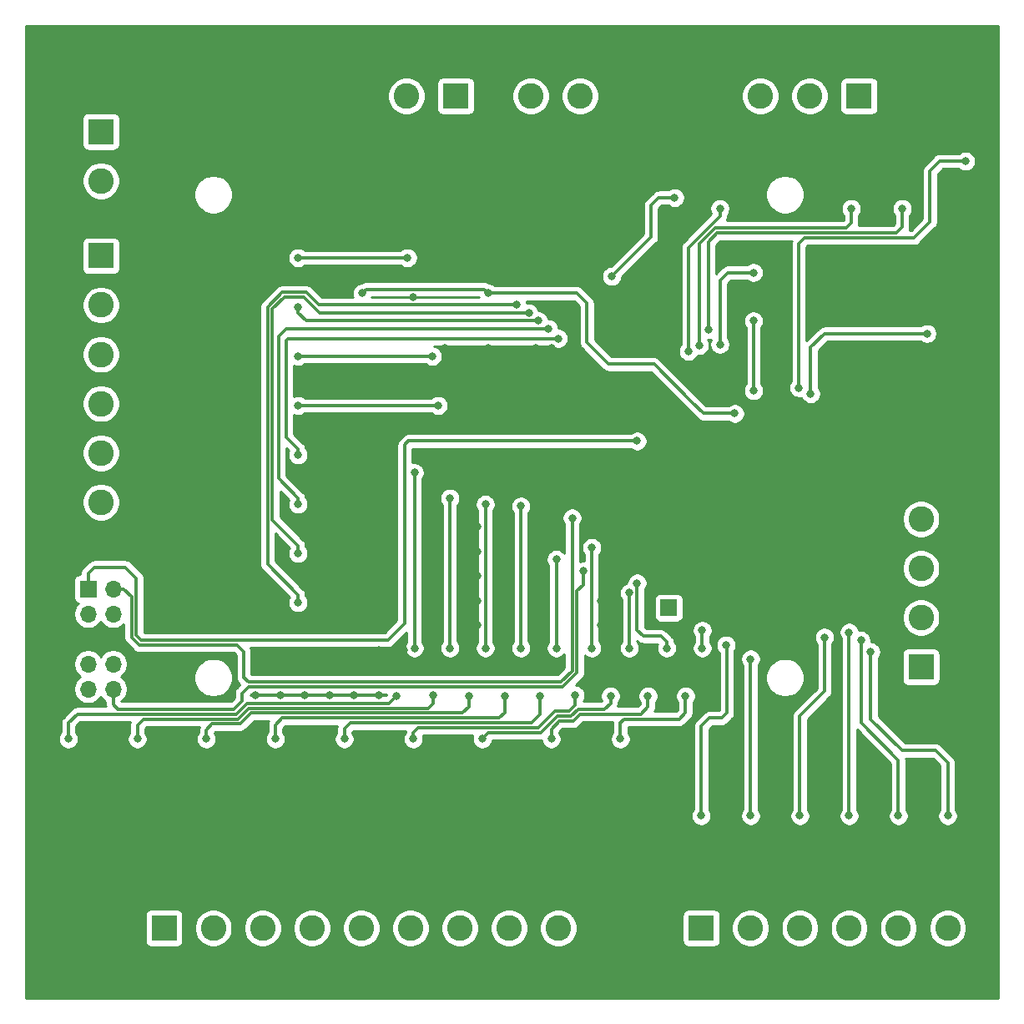
<source format=gbr>
G04 #@! TF.GenerationSoftware,KiCad,Pcbnew,5.1.8-db9833491~87~ubuntu18.04.1*
G04 #@! TF.CreationDate,2020-11-08T12:01:12+01:00*
G04 #@! TF.ProjectId,DAC ADC PWM IO,44414320-4144-4432-9050-574d20494f2e,rev?*
G04 #@! TF.SameCoordinates,Original*
G04 #@! TF.FileFunction,Copper,L2,Bot*
G04 #@! TF.FilePolarity,Positive*
%FSLAX46Y46*%
G04 Gerber Fmt 4.6, Leading zero omitted, Abs format (unit mm)*
G04 Created by KiCad (PCBNEW 5.1.8-db9833491~87~ubuntu18.04.1) date 2020-11-08 12:01:12*
%MOMM*%
%LPD*%
G01*
G04 APERTURE LIST*
G04 #@! TA.AperFunction,ComponentPad*
%ADD10R,2.600000X2.600000*%
G04 #@! TD*
G04 #@! TA.AperFunction,ComponentPad*
%ADD11C,2.600000*%
G04 #@! TD*
G04 #@! TA.AperFunction,ComponentPad*
%ADD12R,1.700000X1.700000*%
G04 #@! TD*
G04 #@! TA.AperFunction,ComponentPad*
%ADD13O,1.700000X1.700000*%
G04 #@! TD*
G04 #@! TA.AperFunction,ViaPad*
%ADD14C,0.800000*%
G04 #@! TD*
G04 #@! TA.AperFunction,Conductor*
%ADD15C,0.300000*%
G04 #@! TD*
G04 #@! TA.AperFunction,Conductor*
%ADD16C,0.250000*%
G04 #@! TD*
G04 #@! TA.AperFunction,Conductor*
%ADD17C,0.254000*%
G04 #@! TD*
G04 #@! TA.AperFunction,Conductor*
%ADD18C,0.100000*%
G04 #@! TD*
G04 APERTURE END LIST*
D10*
G04 #@! TO.P,J2,1*
G04 #@! TO.N,/PWM/PWM0*
X110700000Y-143200000D03*
D11*
G04 #@! TO.P,J2,2*
G04 #@! TO.N,/PWM/PWM1*
X115700000Y-143200000D03*
G04 #@! TO.P,J2,3*
G04 #@! TO.N,/PWM/PWM2*
X120700000Y-143200000D03*
G04 #@! TO.P,J2,4*
G04 #@! TO.N,/PWM/PWM3*
X125700000Y-143200000D03*
G04 #@! TO.P,J2,5*
G04 #@! TO.N,/PWM/PWM4*
X130700000Y-143200000D03*
G04 #@! TO.P,J2,6*
G04 #@! TO.N,/PWM/PWM5*
X135700000Y-143200000D03*
G04 #@! TO.P,J2,7*
G04 #@! TO.N,/PWM/PWM6*
X140700000Y-143200000D03*
G04 #@! TO.P,J2,8*
G04 #@! TO.N,/PWM/PWM7*
X145700000Y-143200000D03*
G04 #@! TO.P,J2,9*
G04 #@! TO.N,/PWM/PWM8*
X150700000Y-143200000D03*
G04 #@! TD*
D10*
G04 #@! TO.P,J3,1*
G04 #@! TO.N,/DAC/DAC2*
X181200000Y-58800000D03*
D11*
G04 #@! TO.P,J3,2*
G04 #@! TO.N,/DAC/DAC1*
X176200000Y-58800000D03*
G04 #@! TO.P,J3,3*
G04 #@! TO.N,/DAC/DAC0*
X171200000Y-58800000D03*
G04 #@! TD*
D10*
G04 #@! TO.P,J4,1*
G04 #@! TO.N,/ADC/ADC3*
X187500000Y-116700000D03*
D11*
G04 #@! TO.P,J4,2*
G04 #@! TO.N,/ADC/ADC2*
X187500000Y-111700000D03*
G04 #@! TO.P,J4,3*
G04 #@! TO.N,/ADC/ADC1*
X187500000Y-106700000D03*
G04 #@! TO.P,J4,4*
G04 #@! TO.N,/ADC/ADC0*
X187500000Y-101700000D03*
G04 #@! TD*
G04 #@! TO.P,J5,6*
G04 #@! TO.N,/SDADC/SDADC0P*
X104300000Y-100000000D03*
G04 #@! TO.P,J5,5*
G04 #@! TO.N,/SDADC/SDADC0M*
X104300000Y-95000000D03*
G04 #@! TO.P,J5,4*
G04 #@! TO.N,/SDADC/SDADC2P*
X104300000Y-90000000D03*
G04 #@! TO.P,J5,3*
G04 #@! TO.N,/SDADC/SDADC2M*
X104300000Y-85000000D03*
G04 #@! TO.P,J5,2*
G04 #@! TO.N,/SDADC/SDADC3P*
X104300000Y-80000000D03*
D10*
G04 #@! TO.P,J5,1*
G04 #@! TO.N,/SDADC/SDADC3M*
X104300000Y-75000000D03*
G04 #@! TD*
D11*
G04 #@! TO.P,J6,2*
G04 #@! TO.N,/SDADC/SDADC1*
X104300000Y-67400000D03*
D10*
G04 #@! TO.P,J6,1*
G04 #@! TO.N,/SDADC/SDADC2*
X104300000Y-62400000D03*
G04 #@! TD*
G04 #@! TO.P,J7,1*
G04 #@! TO.N,/INPUT/INPUT5*
X165200000Y-143200000D03*
D11*
G04 #@! TO.P,J7,2*
G04 #@! TO.N,/INPUT/INPUT4*
X170200000Y-143200000D03*
G04 #@! TO.P,J7,3*
G04 #@! TO.N,/INPUT/INPUT3*
X175200000Y-143200000D03*
G04 #@! TO.P,J7,4*
G04 #@! TO.N,/INPUT/INPUT2*
X180200000Y-143200000D03*
G04 #@! TO.P,J7,5*
G04 #@! TO.N,/INPUT/INPUT1*
X185200000Y-143200000D03*
G04 #@! TO.P,J7,6*
G04 #@! TO.N,/INPUT/INPUT0*
X190200000Y-143200000D03*
G04 #@! TD*
D10*
G04 #@! TO.P,J8,1*
G04 #@! TO.N,/PA9*
X140300000Y-58800000D03*
D11*
G04 #@! TO.P,J8,2*
G04 #@! TO.N,/PA10*
X135300000Y-58800000D03*
G04 #@! TD*
D12*
G04 #@! TO.P,J1,1*
G04 #@! TO.N,/NRST*
X103000000Y-108800000D03*
D13*
G04 #@! TO.P,J1,2*
G04 #@! TO.N,/PA14*
X105540000Y-108800000D03*
G04 #@! TO.P,J1,3*
G04 #@! TO.N,Net-(J1-Pad3)*
X103000000Y-111340000D03*
G04 #@! TO.P,J1,4*
G04 #@! TO.N,/PA13*
X105540000Y-111340000D03*
G04 #@! TO.P,J1,5*
G04 #@! TO.N,GND*
X103000000Y-113880000D03*
G04 #@! TO.P,J1,6*
X105540000Y-113880000D03*
G04 #@! TO.P,J1,7*
G04 #@! TO.N,+3V3*
X103000000Y-116420000D03*
G04 #@! TO.P,J1,8*
G04 #@! TO.N,Net-(J1-Pad8)*
X105540000Y-116420000D03*
G04 #@! TO.P,J1,9*
G04 #@! TO.N,Net-(J1-Pad9)*
X103000000Y-118960000D03*
G04 #@! TO.P,J1,10*
G04 #@! TO.N,/PB3*
X105540000Y-118960000D03*
G04 #@! TD*
D12*
G04 #@! TO.P,J10,1*
G04 #@! TO.N,/BOOT0*
X161900000Y-110700000D03*
G04 #@! TD*
D10*
G04 #@! TO.P,J9,1*
G04 #@! TO.N,GND*
X162900000Y-58800000D03*
D11*
G04 #@! TO.P,J9,2*
X157900000Y-58800000D03*
G04 #@! TO.P,J9,3*
G04 #@! TO.N,+5V*
X152900000Y-58800000D03*
G04 #@! TO.P,J9,4*
X147900000Y-58800000D03*
G04 #@! TD*
D14*
G04 #@! TO.N,/NRST*
X158700000Y-93800000D03*
G04 #@! TO.N,GND*
X100000000Y-55000000D03*
X102500000Y-55000000D03*
X105000000Y-55000000D03*
X107500000Y-55000000D03*
X110000000Y-55000000D03*
X112500000Y-55000000D03*
X115000000Y-55000000D03*
X117500000Y-55000000D03*
X120000000Y-55000000D03*
X122500000Y-55000000D03*
X125000000Y-55000000D03*
X127500000Y-55000000D03*
X130000000Y-55000000D03*
X130000000Y-57500000D03*
X127500000Y-57500000D03*
X125000000Y-57500000D03*
X122500000Y-57500000D03*
X120000000Y-57500000D03*
X117500000Y-57500000D03*
X115000000Y-57500000D03*
X112500000Y-57500000D03*
X110000000Y-57500000D03*
X107500000Y-57500000D03*
X105000000Y-57500000D03*
X102500000Y-57500000D03*
X100000000Y-57500000D03*
X110000000Y-60000000D03*
X112500000Y-60000000D03*
X115000000Y-60000000D03*
X117500000Y-60000000D03*
X120000000Y-60000000D03*
X122500000Y-60000000D03*
X125000000Y-60000000D03*
X127500000Y-60000000D03*
X130000000Y-60000000D03*
X130000000Y-62500000D03*
X127500000Y-62500000D03*
X125000000Y-62500000D03*
X122500000Y-62500000D03*
X120000000Y-62500000D03*
X117500000Y-62500000D03*
X115000000Y-62500000D03*
X112500000Y-62500000D03*
X110000000Y-62500000D03*
X112500000Y-65000000D03*
X115000000Y-65000000D03*
X117500000Y-65000000D03*
X120000000Y-65000000D03*
X122500000Y-65000000D03*
X125000000Y-65000000D03*
X127500000Y-65000000D03*
X130000000Y-65000000D03*
X132500000Y-65000000D03*
X132500000Y-67500000D03*
X130000000Y-67500000D03*
X127500000Y-67500000D03*
X125000000Y-67500000D03*
X122500000Y-67500000D03*
X120000000Y-67500000D03*
X120000000Y-70000000D03*
X125000000Y-70000000D03*
X122500000Y-70000000D03*
X127500000Y-70000000D03*
X130000000Y-70000000D03*
X132500000Y-70000000D03*
X142500000Y-65000000D03*
X145000000Y-65000000D03*
X145000000Y-67500000D03*
X142500000Y-67500000D03*
X140000000Y-67500000D03*
X137500000Y-67500000D03*
X150000000Y-65000000D03*
X152500000Y-65000000D03*
X152500000Y-67500000D03*
X150000000Y-67500000D03*
X150000000Y-70000000D03*
X152500000Y-70000000D03*
X188200000Y-138000000D03*
X188200000Y-135500000D03*
X188200000Y-133000000D03*
X183200000Y-138000000D03*
X183200000Y-135500000D03*
X183200000Y-133000000D03*
X178200000Y-138000000D03*
X178200000Y-135500000D03*
X178200000Y-133000000D03*
X173200000Y-133000000D03*
X173200000Y-135500000D03*
X173200000Y-138000000D03*
X168200000Y-138000000D03*
X168200000Y-135500000D03*
X168200000Y-133000000D03*
X163200000Y-138000000D03*
X163200000Y-135500000D03*
X163200000Y-133000000D03*
X160000000Y-147500000D03*
X160000000Y-145000000D03*
X160000000Y-142500000D03*
X160000000Y-140000000D03*
X155000000Y-137500000D03*
X155000000Y-135000000D03*
X155000000Y-145000000D03*
X155000000Y-147500000D03*
X147500000Y-135000000D03*
X142500000Y-135000000D03*
X140000000Y-135000000D03*
X140000000Y-137500000D03*
X135000000Y-135000000D03*
X132500000Y-135000000D03*
X132500000Y-137500000D03*
X127500000Y-137500000D03*
X127500000Y-135000000D03*
X127500000Y-132500000D03*
X120000000Y-132500000D03*
X120000000Y-135000000D03*
X122500000Y-137500000D03*
X115000000Y-137500000D03*
X115000000Y-135000000D03*
X112500000Y-135000000D03*
X107500000Y-135000000D03*
X105000000Y-135000000D03*
X105000000Y-137500000D03*
X107500000Y-137500000D03*
X161900000Y-100000000D03*
X160000000Y-100000000D03*
X160200000Y-105000000D03*
X160200000Y-106600000D03*
X155000000Y-110000000D03*
X155000000Y-112500000D03*
X145000000Y-112500000D03*
X145000000Y-107500000D03*
X145000000Y-110000000D03*
X145000000Y-105000000D03*
X145000000Y-102500000D03*
X150000000Y-102500000D03*
X150000000Y-100000000D03*
X152500000Y-100000000D03*
X142500000Y-112500000D03*
X142500000Y-110000000D03*
X142500000Y-107500000D03*
X142500000Y-105000000D03*
X142500000Y-102500000D03*
X137500000Y-102500000D03*
X137500000Y-105000000D03*
X137500000Y-107500000D03*
X137500000Y-110000000D03*
X137500000Y-112500000D03*
X137500000Y-115000000D03*
X145000000Y-115000000D03*
X135000000Y-115000000D03*
X132500000Y-115000000D03*
X120000000Y-116900000D03*
X122500000Y-116900000D03*
X125000000Y-116900000D03*
X127500000Y-116900000D03*
X127500000Y-119600000D03*
X125000000Y-119600000D03*
X122500000Y-119600000D03*
X120000000Y-119600000D03*
X132500000Y-116800000D03*
X132500000Y-119600000D03*
X132500000Y-112500000D03*
X132500000Y-110000000D03*
X132500000Y-107500000D03*
X132500000Y-105000000D03*
X132500000Y-102500000D03*
X132500000Y-100000000D03*
X132500000Y-97500000D03*
X132500000Y-95000000D03*
X132500000Y-92500000D03*
X132500000Y-87500000D03*
X132500000Y-76400000D03*
X136000000Y-79200000D03*
X139200000Y-84400000D03*
X143600000Y-90000000D03*
X146000000Y-90000000D03*
X146000000Y-86600000D03*
X150400000Y-86600000D03*
X150400000Y-90000000D03*
X152000000Y-88200000D03*
X139000000Y-95200000D03*
X144000000Y-95200000D03*
X150000000Y-84400000D03*
X148400000Y-84400000D03*
X143600000Y-84400000D03*
X112500000Y-119600000D03*
X100000000Y-135000000D03*
X100000000Y-137500000D03*
X100000000Y-140000000D03*
X102500000Y-142500000D03*
X105000000Y-145000000D03*
X105000000Y-147500000D03*
X102500000Y-147500000D03*
X100000000Y-147500000D03*
X100000000Y-142500000D03*
X100000000Y-145000000D03*
X102500000Y-145000000D03*
X161900000Y-98500000D03*
X157500000Y-147500000D03*
X157500000Y-147500000D03*
X157500000Y-145000000D03*
X157500000Y-142500000D03*
X105000000Y-142500000D03*
X102500000Y-140000000D03*
X112500000Y-117500000D03*
X100000000Y-105000000D03*
X102500000Y-105000000D03*
X105000000Y-105000000D03*
X107500000Y-105000000D03*
X120000000Y-112500000D03*
X122500000Y-112500000D03*
X125000000Y-112500000D03*
X130000000Y-116900000D03*
X130000000Y-119600000D03*
X171000000Y-108800000D03*
X175000000Y-108800000D03*
X180000000Y-108800000D03*
X173000000Y-101000000D03*
X177000000Y-101000000D03*
X180000000Y-101000000D03*
X154800000Y-79800000D03*
X156800000Y-79800000D03*
X156800000Y-81800000D03*
X154800000Y-81800000D03*
X155000000Y-65000000D03*
X155000000Y-67500000D03*
X155000000Y-70000000D03*
X157500000Y-65000000D03*
X160000000Y-65000000D03*
X162500000Y-65000000D03*
X162500000Y-67500000D03*
X160000000Y-67500000D03*
X157500000Y-67500000D03*
X162500000Y-90000000D03*
X140000000Y-65000000D03*
X137500000Y-65000000D03*
X132500000Y-72500000D03*
X127500000Y-72500000D03*
X130000000Y-72500000D03*
X125000000Y-72500000D03*
X122500000Y-72500000D03*
X120000000Y-72500000D03*
X135000000Y-65000000D03*
X135000000Y-67500000D03*
X135000000Y-70000000D03*
X135000000Y-72500000D03*
X157400000Y-70000000D03*
X120000000Y-107500000D03*
X120000000Y-102500000D03*
X120000000Y-97500000D03*
X120000000Y-92500000D03*
X120000000Y-87500000D03*
X120000000Y-82500000D03*
X120000000Y-77500000D03*
X122500000Y-77500000D03*
X125000000Y-77500000D03*
X125000000Y-87500000D03*
X125000000Y-92500000D03*
X125000000Y-97500000D03*
X125000000Y-102500000D03*
X125000000Y-107500000D03*
X112500000Y-107000000D03*
X112500000Y-102000000D03*
X112500000Y-97000000D03*
X112500000Y-92500000D03*
X112500000Y-87000000D03*
X112500000Y-82000000D03*
X112500000Y-77500000D03*
X117500000Y-72500000D03*
X115000000Y-72500000D03*
X127500000Y-112500000D03*
X127500000Y-107500000D03*
X127500000Y-102500000D03*
X127500000Y-97500000D03*
X127500000Y-92500000D03*
X127500000Y-87500000D03*
X127500000Y-77500000D03*
X130000000Y-77500000D03*
X173000000Y-86000000D03*
X173000000Y-88000000D03*
X165000000Y-88000000D03*
X186000000Y-94000000D03*
X186000000Y-97000000D03*
X186000000Y-87000000D03*
X186000000Y-84000000D03*
X186000000Y-75000000D03*
X186000000Y-78000000D03*
X189000000Y-78000000D03*
X189000000Y-75000000D03*
X173000000Y-74000000D03*
X170000000Y-74000000D03*
X167500000Y-55000000D03*
X167500000Y-57500000D03*
X167500000Y-60000000D03*
X165000000Y-65000000D03*
X165000000Y-67500000D03*
X165000000Y-70000000D03*
X170000000Y-65000000D03*
X172500000Y-65000000D03*
X175000000Y-65000000D03*
X177500000Y-65000000D03*
X187500000Y-62500000D03*
X185000000Y-60000000D03*
X185000000Y-57500000D03*
X185000000Y-55000000D03*
X187500000Y-55000000D03*
X187500000Y-57500000D03*
X187500000Y-60000000D03*
X190000000Y-60000000D03*
X190000000Y-57500000D03*
X190000000Y-55000000D03*
X192500000Y-55000000D03*
X192500000Y-57500000D03*
X192500000Y-60000000D03*
X176000000Y-91000000D03*
X173000000Y-91000000D03*
X176700000Y-95000000D03*
X186000000Y-92000000D03*
X190000000Y-95000000D03*
X190000000Y-90000000D03*
X190000000Y-85000000D03*
X190000000Y-87500000D03*
X190000000Y-92500000D03*
X192500000Y-122500000D03*
X190000000Y-122500000D03*
X187500000Y-122500000D03*
X185000000Y-122500000D03*
X192500000Y-125000000D03*
X192500000Y-127500000D03*
X182500000Y-125000000D03*
X177500000Y-125000000D03*
X177500000Y-122500000D03*
X172500000Y-122500000D03*
X172500000Y-125000000D03*
X167500000Y-125000000D03*
X162500000Y-125000000D03*
X169000000Y-86000000D03*
X167000000Y-86000000D03*
X167000000Y-88000000D03*
X169000000Y-88000000D03*
X170800000Y-95700000D03*
G04 #@! TO.N,+3V3*
X168600000Y-91000000D03*
X143600000Y-78800000D03*
X130800000Y-78800000D03*
X162500000Y-69100000D03*
X156100000Y-77100000D03*
G04 #@! TO.N,/PC13*
X180200000Y-131800000D03*
X180200000Y-113200000D03*
G04 #@! TO.N,/PC14*
X185200000Y-131800000D03*
X181400000Y-114000000D03*
G04 #@! TO.N,/PC15*
X190200000Y-131800000D03*
X182400000Y-115200000D03*
G04 #@! TO.N,/PA0*
X188100000Y-82900000D03*
X176300000Y-89000000D03*
G04 #@! TO.N,/PA1*
X192000000Y-65400000D03*
X175100000Y-88400000D03*
G04 #@! TO.N,/PA2*
X170500000Y-81600000D03*
X170500000Y-88700000D03*
G04 #@! TO.N,/PA3*
X170500000Y-76700000D03*
X167100000Y-84000000D03*
G04 #@! TO.N,/PA4*
X185600000Y-70200000D03*
X165900000Y-82500000D03*
G04 #@! TO.N,/PA5*
X180400000Y-70200000D03*
X165000000Y-84100000D03*
G04 #@! TO.N,/PA6*
X167100000Y-70200000D03*
X163900000Y-84700000D03*
G04 #@! TO.N,/PB0*
X146500000Y-80000000D03*
X124300000Y-110200000D03*
G04 #@! TO.N,/PB1*
X147700000Y-80800000D03*
X124300000Y-105200000D03*
G04 #@! TO.N,/PB2*
X148700000Y-81600000D03*
X124300000Y-80200000D03*
G04 #@! TO.N,/PE8*
X149700000Y-82400000D03*
X124300000Y-100200000D03*
G04 #@! TO.N,/PE9*
X150700000Y-83400000D03*
X150700000Y-83400000D03*
X124300000Y-95200000D03*
G04 #@! TO.N,/PB14*
X138500000Y-90200000D03*
X124300000Y-90200000D03*
G04 #@! TO.N,/PB15*
X137900000Y-85200000D03*
X124300000Y-85200000D03*
G04 #@! TO.N,/PD8*
X135400000Y-75200000D03*
X124300000Y-75200000D03*
G04 #@! TO.N,/PA8*
X136100000Y-97000000D03*
X136100000Y-114800000D03*
G04 #@! TO.N,/PA11*
X139700000Y-99600000D03*
X139700000Y-114800000D03*
G04 #@! TO.N,/PA12*
X143300000Y-100200000D03*
X143300000Y-114800000D03*
G04 #@! TO.N,/PF6*
X146900000Y-100400000D03*
X146900000Y-114800000D03*
G04 #@! TO.N,/PF7*
X165200000Y-131800000D03*
X167700000Y-114500000D03*
G04 #@! TO.N,/PA14*
X152100000Y-101600000D03*
G04 #@! TO.N,/PA15*
X150500000Y-105800000D03*
X150500000Y-114800000D03*
G04 #@! TO.N,/PB3*
X153200000Y-107000000D03*
G04 #@! TO.N,/PB4*
X154100000Y-104600000D03*
X154100000Y-114800000D03*
G04 #@! TO.N,/PB5*
X157900000Y-109200000D03*
X157900000Y-114800000D03*
G04 #@! TO.N,/PB6*
X158700000Y-108200000D03*
X161700000Y-114800000D03*
G04 #@! TO.N,/PB7*
X165300000Y-113000000D03*
X165300000Y-114800000D03*
G04 #@! TO.N,/PB8*
X170200000Y-131800000D03*
X170200000Y-115900000D03*
G04 #@! TO.N,/PB9*
X175200000Y-131800000D03*
X177700000Y-113700000D03*
G04 #@! TO.N,Net-(Q1-Pad4)*
X100990000Y-124010000D03*
X134262500Y-119662500D03*
G04 #@! TO.N,Net-(Q2-Pad4)*
X138000000Y-119600000D03*
X107990000Y-124010000D03*
G04 #@! TO.N,Net-(Q3-Pad4)*
X114990000Y-124010000D03*
X141662500Y-119662500D03*
G04 #@! TO.N,Net-(Q4-Pad4)*
X121990000Y-124010000D03*
X145262500Y-119662500D03*
G04 #@! TO.N,Net-(Q5-Pad4)*
X128990000Y-124010000D03*
X148862500Y-119662500D03*
G04 #@! TO.N,Net-(Q6-Pad4)*
X152400000Y-119600000D03*
X135990000Y-124010000D03*
G04 #@! TO.N,Net-(Q7-Pad4)*
X142990000Y-124010000D03*
X156000000Y-119662500D03*
G04 #@! TO.N,Net-(Q8-Pad4)*
X149990000Y-124010000D03*
X159800000Y-119662500D03*
G04 #@! TO.N,Net-(Q9-Pad4)*
X156990000Y-124010000D03*
X163600000Y-119662500D03*
G04 #@! TD*
D15*
G04 #@! TO.N,/NRST*
X158700000Y-93800000D02*
X158700000Y-93800000D01*
X103000000Y-107200000D02*
X103000000Y-108800000D01*
X103600000Y-106600000D02*
X103000000Y-107200000D01*
X106800000Y-106600000D02*
X103600000Y-106600000D01*
X107900010Y-107700010D02*
X106800000Y-106600000D01*
X158700000Y-93800000D02*
X135500000Y-93800000D01*
X135100000Y-112300000D02*
X133400000Y-114000000D01*
X135100000Y-94200000D02*
X135100000Y-112300000D01*
X135500000Y-93800000D02*
X135100000Y-94200000D01*
X133400000Y-114000000D02*
X108400000Y-114000000D01*
X107900010Y-113500010D02*
X107900010Y-107700010D01*
X108400000Y-114000000D02*
X107900010Y-113500010D01*
D16*
G04 #@! TO.N,GND*
X143600000Y-84400000D02*
X143600000Y-86000000D01*
X144200000Y-86600000D02*
X146000000Y-86600000D01*
X143600000Y-86000000D02*
X144200000Y-86600000D01*
X143600000Y-84400000D02*
X139200000Y-84400000D01*
X150400000Y-86600000D02*
X149200000Y-86600000D01*
X148400000Y-85800000D02*
X148400000Y-84400000D01*
X149200000Y-86600000D02*
X148400000Y-85800000D01*
X146000000Y-86600000D02*
X149200000Y-86600000D01*
D15*
G04 #@! TO.N,+3V3*
X168600000Y-91000000D02*
X165400000Y-91000000D01*
X165400000Y-91000000D02*
X164249999Y-89849999D01*
X164249999Y-89849999D02*
X160400000Y-86000000D01*
X160400000Y-86000000D02*
X155800000Y-86000000D01*
X155800000Y-86000000D02*
X153600000Y-83800000D01*
X153600000Y-83800000D02*
X153600000Y-79800000D01*
X153600000Y-79800000D02*
X152600000Y-78800000D01*
X152600000Y-78800000D02*
X143600000Y-78800000D01*
X143600000Y-78800000D02*
X143600000Y-78800000D01*
X131199999Y-78400001D02*
X130800000Y-78800000D01*
X143200001Y-78400001D02*
X131199999Y-78400001D01*
X143600000Y-78800000D02*
X143200001Y-78400001D01*
X156100000Y-77100000D02*
X160100000Y-73100000D01*
X160100000Y-73100000D02*
X160100000Y-69900000D01*
X160900000Y-69100000D02*
X160100000Y-69900000D01*
X162500000Y-69100000D02*
X160900000Y-69100000D01*
G04 #@! TO.N,/PC13*
X180200000Y-131800000D02*
X180200000Y-113200000D01*
G04 #@! TO.N,/PC14*
X185200000Y-131800000D02*
X185200000Y-126200000D01*
X181400000Y-122400000D02*
X181400000Y-114000000D01*
X185200000Y-126200000D02*
X181400000Y-122400000D01*
G04 #@! TO.N,/PC15*
X182400000Y-115200000D02*
X182400000Y-122000000D01*
X182400000Y-122000000D02*
X185600000Y-125200000D01*
X185600000Y-125200000D02*
X189000000Y-125200000D01*
X190200000Y-126400000D02*
X190200000Y-131800000D01*
X189000000Y-125200000D02*
X190200000Y-126400000D01*
G04 #@! TO.N,/PA0*
X176300000Y-86600000D02*
X176300000Y-84300000D01*
X177700000Y-82900000D02*
X188100000Y-82900000D01*
X176300000Y-84300000D02*
X177700000Y-82900000D01*
X176300000Y-86600000D02*
X176300000Y-89000000D01*
G04 #@! TO.N,/PA1*
X175100000Y-88400000D02*
X175100000Y-73800000D01*
X175100000Y-73800000D02*
X175699980Y-73200020D01*
X175699980Y-73200020D02*
X186799980Y-73200020D01*
X186799980Y-73200020D02*
X188400000Y-71600000D01*
X188400000Y-71600000D02*
X188400000Y-66400000D01*
X189400000Y-65400000D02*
X192000000Y-65400000D01*
X188400000Y-66400000D02*
X189400000Y-65400000D01*
G04 #@! TO.N,/PA2*
X170500000Y-81600000D02*
X170500000Y-88700000D01*
G04 #@! TO.N,/PA3*
X167900000Y-76700000D02*
X170500000Y-76700000D01*
X167100000Y-77500000D02*
X167900000Y-76700000D01*
X167100000Y-77500000D02*
X167100000Y-84000000D01*
G04 #@! TO.N,/PA4*
X185600000Y-72100000D02*
X185600000Y-70200000D01*
X184999990Y-72700010D02*
X185600000Y-72100000D01*
X165900000Y-82500000D02*
X165900000Y-73614240D01*
X166814230Y-72700010D02*
X184999990Y-72700010D01*
X165900000Y-73614240D02*
X166814230Y-72700010D01*
G04 #@! TO.N,/PA5*
X180400000Y-71700000D02*
X180400000Y-70200000D01*
X179900000Y-72200000D02*
X180400000Y-71700000D01*
X166607120Y-72200000D02*
X179900000Y-72200000D01*
X165000000Y-84100000D02*
X165000000Y-73807120D01*
X165000000Y-73807120D02*
X166607120Y-72200000D01*
G04 #@! TO.N,/PA6*
X167100000Y-71000000D02*
X167100000Y-70200000D01*
X163900000Y-84700000D02*
X163900000Y-74200000D01*
X163900000Y-74200000D02*
X167100000Y-71000000D01*
G04 #@! TO.N,/PB0*
X146500000Y-80000000D02*
X126407120Y-80000000D01*
X122692890Y-78699990D02*
X121199990Y-80192890D01*
X126407120Y-80000000D02*
X125107110Y-78699990D01*
X125107110Y-78699990D02*
X122692890Y-78699990D01*
X121199990Y-80192890D02*
X121199990Y-106299990D01*
X121199990Y-106299990D02*
X124300000Y-109400000D01*
X124300000Y-109400000D02*
X124300000Y-110200000D01*
X124300000Y-110200000D02*
X124300000Y-110200000D01*
G04 #@! TO.N,/PB1*
X147700000Y-80800000D02*
X126500000Y-80800000D01*
X126500000Y-80800000D02*
X124900000Y-79200000D01*
X124900000Y-79200000D02*
X122900000Y-79200000D01*
X122900000Y-79200000D02*
X121700000Y-80400000D01*
X121700000Y-101800000D02*
X121700000Y-101000000D01*
X124300000Y-104400000D02*
X121700000Y-101800000D01*
X124300000Y-105200000D02*
X124300000Y-104400000D01*
X121700000Y-80400000D02*
X121700000Y-101000000D01*
G04 #@! TO.N,/PB2*
X142900000Y-81600000D02*
X125100000Y-81600000D01*
X125100000Y-81600000D02*
X124300000Y-80800000D01*
X124300000Y-80800000D02*
X124300000Y-80200000D01*
X124300000Y-80200000D02*
X124300000Y-80200000D01*
X142900000Y-81600000D02*
X148700000Y-81600000D01*
G04 #@! TO.N,/PE8*
X143900000Y-82400000D02*
X123100000Y-82400000D01*
X123100000Y-82400000D02*
X122300000Y-83200000D01*
X124300000Y-99600000D02*
X124300000Y-100200000D01*
X124300000Y-100200000D02*
X124300000Y-100200000D01*
X122300000Y-83200000D02*
X122300000Y-97600000D01*
X124300000Y-99600000D02*
X122300000Y-97600000D01*
X143900000Y-82400000D02*
X149700000Y-82400000D01*
G04 #@! TO.N,/PE9*
X123100000Y-93400000D02*
X124300000Y-94600000D01*
X123100000Y-83600000D02*
X123100000Y-93400000D01*
X124300000Y-94600000D02*
X124300000Y-95200000D01*
X123300000Y-83400000D02*
X123100000Y-83600000D01*
X150700000Y-83400000D02*
X123300000Y-83400000D01*
G04 #@! TO.N,/PB14*
X124300000Y-90200000D02*
X138500000Y-90200000D01*
G04 #@! TO.N,/PB15*
X124300000Y-85200000D02*
X137900000Y-85200000D01*
G04 #@! TO.N,/PD8*
X124300000Y-75200000D02*
X135400000Y-75200000D01*
G04 #@! TO.N,/PA8*
X136100000Y-97000000D02*
X136100000Y-114800000D01*
X136100000Y-114800000D02*
X136100000Y-114800000D01*
G04 #@! TO.N,/PA11*
X139700000Y-114800000D02*
X139700000Y-99600000D01*
G04 #@! TO.N,/PA12*
X143300000Y-114800000D02*
X143300000Y-100200000D01*
G04 #@! TO.N,/PF6*
X146900000Y-114800000D02*
X146900000Y-100400000D01*
G04 #@! TO.N,/PF7*
X165200000Y-131800000D02*
X165200000Y-122700000D01*
X165200000Y-122700000D02*
X166000000Y-121900000D01*
X166000000Y-121900000D02*
X167300000Y-121900000D01*
X167300000Y-121900000D02*
X167800000Y-121400000D01*
X167800000Y-114600000D02*
X167700000Y-114500000D01*
X167800000Y-121400000D02*
X167800000Y-114600000D01*
G04 #@! TO.N,/PA14*
X106600000Y-108800000D02*
X105540000Y-108800000D01*
X107400000Y-113707120D02*
X107400000Y-109600000D01*
X108192890Y-114500010D02*
X107400000Y-113707120D01*
X107400000Y-109600000D02*
X106600000Y-108800000D01*
X110000000Y-114500010D02*
X109500010Y-114500010D01*
X118100010Y-114500010D02*
X110000000Y-114500010D01*
X110100010Y-114500010D02*
X109500010Y-114500010D01*
X152100000Y-101600000D02*
X152100000Y-117100000D01*
X152100000Y-117100000D02*
X150949999Y-118250001D01*
X118800000Y-115200000D02*
X118100010Y-114500010D01*
X150949999Y-118250001D02*
X119250001Y-118250001D01*
X118800000Y-117800000D02*
X118800000Y-115200000D01*
X109500010Y-114500010D02*
X108192890Y-114500010D01*
X119250001Y-118250001D02*
X118800000Y-117800000D01*
G04 #@! TO.N,/PA15*
X150500000Y-114800000D02*
X150500000Y-105800000D01*
G04 #@! TO.N,/PB3*
X105540000Y-118960000D02*
X105540000Y-119047120D01*
X105540000Y-120540000D02*
X105540000Y-118960000D01*
X106000000Y-121000000D02*
X105540000Y-120540000D01*
X117800000Y-121000000D02*
X106000000Y-121000000D01*
X118600000Y-119400000D02*
X118600000Y-120200000D01*
X153200000Y-107000000D02*
X153200000Y-108400000D01*
X118600000Y-120200000D02*
X117800000Y-121000000D01*
X151157109Y-118750011D02*
X119249989Y-118750011D01*
X152600010Y-117307110D02*
X151157109Y-118750011D01*
X152600010Y-108999990D02*
X152600010Y-117307110D01*
X153200000Y-108400000D02*
X152600010Y-108999990D01*
X119249989Y-118750011D02*
X118600000Y-119400000D01*
G04 #@! TO.N,/PB4*
X154100000Y-114800000D02*
X154100000Y-104600000D01*
G04 #@! TO.N,/PB5*
X157900000Y-114800000D02*
X157900000Y-109200000D01*
G04 #@! TO.N,/PB6*
X161700000Y-114800000D02*
X161700000Y-114200000D01*
X161700000Y-114200000D02*
X161100000Y-113600000D01*
X158700000Y-108200000D02*
X158700000Y-113000000D01*
X159300000Y-113600000D02*
X161100000Y-113600000D01*
X158700000Y-113000000D02*
X159300000Y-113600000D01*
G04 #@! TO.N,/PB7*
X165300000Y-113000000D02*
X165300000Y-114800000D01*
G04 #@! TO.N,/PB8*
X170200000Y-131800000D02*
X170200000Y-115900000D01*
G04 #@! TO.N,/PB9*
X177700000Y-119200000D02*
X177700000Y-115100000D01*
X175200000Y-131800000D02*
X175200000Y-121700000D01*
X175200000Y-121700000D02*
X177700000Y-119200000D01*
X177700000Y-115100000D02*
X177700000Y-113700000D01*
G04 #@! TO.N,Net-(Q1-Pad4)*
X133525000Y-120400000D02*
X134262500Y-119662500D01*
X119107120Y-120400000D02*
X133525000Y-120400000D01*
X118007110Y-121500010D02*
X119107120Y-120400000D01*
X101899990Y-121500010D02*
X118007110Y-121500010D01*
X100990000Y-124010000D02*
X100990000Y-122410000D01*
X100990000Y-122410000D02*
X101899990Y-121500010D01*
G04 #@! TO.N,Net-(Q2-Pad4)*
X138000000Y-120400000D02*
X138000000Y-119600000D01*
X107990000Y-122610020D02*
X108600000Y-122000020D01*
X107990000Y-124010000D02*
X107990000Y-122610020D01*
X108600000Y-122000020D02*
X118214220Y-122000020D01*
X119314230Y-120900010D02*
X137499990Y-120900010D01*
X118214220Y-122000020D02*
X119314230Y-120900010D01*
X137499990Y-120900010D02*
X138000000Y-120400000D01*
G04 #@! TO.N,Net-(Q3-Pad4)*
X141662500Y-120737500D02*
X141662500Y-119662500D01*
X114990000Y-124010000D02*
X114990000Y-123110030D01*
X115600000Y-122500030D02*
X118421330Y-122500030D01*
X118421330Y-122500030D02*
X119521340Y-121400020D01*
X119521340Y-121400020D02*
X140999980Y-121400020D01*
X114990000Y-123110030D02*
X115600000Y-122500030D01*
X140999980Y-121400020D02*
X141662500Y-120737500D01*
G04 #@! TO.N,Net-(Q4-Pad4)*
X121990000Y-124010000D02*
X121990000Y-122610000D01*
X121990000Y-122610000D02*
X122699970Y-121900030D01*
X141207090Y-121900030D02*
X141207092Y-121900028D01*
X122699970Y-121900030D02*
X141207090Y-121900030D01*
X141207090Y-121900030D02*
X144699970Y-121900030D01*
X145262500Y-121337500D02*
X145262500Y-119662500D01*
X144699970Y-121900030D02*
X145262500Y-121337500D01*
G04 #@! TO.N,Net-(Q5-Pad4)*
X148990000Y-119790000D02*
X148862500Y-119662500D01*
X148862500Y-121537500D02*
X148862500Y-119662500D01*
X128990000Y-123010000D02*
X129599960Y-122400040D01*
X128990000Y-124010000D02*
X128990000Y-123010000D01*
X148000000Y-122400000D02*
X148862500Y-121537500D01*
X144907080Y-122400040D02*
X144907120Y-122400000D01*
X129599960Y-122400040D02*
X144907080Y-122400040D01*
X144907120Y-122400000D02*
X148000000Y-122400000D01*
G04 #@! TO.N,Net-(Q6-Pad4)*
X135990000Y-124010000D02*
X135990000Y-123410000D01*
X135990000Y-123410000D02*
X136499950Y-122900050D01*
X136499950Y-122900050D02*
X148699950Y-122900050D01*
X148699950Y-122900050D02*
X150400000Y-121200000D01*
X152400000Y-119600000D02*
X152400000Y-120600000D01*
X150400000Y-121200000D02*
X151800000Y-121200000D01*
X152400000Y-120600000D02*
X151800000Y-121200000D01*
G04 #@! TO.N,Net-(Q7-Pad4)*
X142990000Y-124010000D02*
X143599940Y-123400060D01*
X148907060Y-123400060D02*
X150607110Y-121700010D01*
X143599940Y-123400060D02*
X148907060Y-123400060D01*
X152007110Y-121700010D02*
X152007112Y-121700008D01*
X150607110Y-121700010D02*
X152007110Y-121700010D01*
X152007112Y-121700008D02*
X152707120Y-121000000D01*
X152707120Y-121000000D02*
X155400000Y-121000000D01*
X155400000Y-121000000D02*
X156000000Y-120400000D01*
X156000000Y-120400000D02*
X156000000Y-119600000D01*
G04 #@! TO.N,Net-(Q8-Pad4)*
X159800000Y-120800000D02*
X159800000Y-119662500D01*
X149990000Y-123024240D02*
X150814220Y-122200020D01*
X150814220Y-122200020D02*
X152214220Y-122200020D01*
X152214220Y-122200020D02*
X152914230Y-121500010D01*
X149990000Y-124010000D02*
X149990000Y-123024240D01*
X152914230Y-121500010D02*
X159099990Y-121500010D01*
X159099990Y-121500010D02*
X159800000Y-120800000D01*
G04 #@! TO.N,Net-(Q9-Pad4)*
X156990000Y-124010000D02*
X156990000Y-122410020D01*
X157400000Y-122000020D02*
X162999980Y-122000020D01*
X156990000Y-122410020D02*
X157400000Y-122000020D01*
X163600000Y-121400000D02*
X163600000Y-119662500D01*
X162999980Y-122000020D02*
X163600000Y-121400000D01*
G04 #@! TD*
D17*
G04 #@! TO.N,GND*
X195340001Y-150340000D02*
X96660000Y-150340000D01*
X96660000Y-141900000D01*
X108761928Y-141900000D01*
X108761928Y-144500000D01*
X108774188Y-144624482D01*
X108810498Y-144744180D01*
X108869463Y-144854494D01*
X108948815Y-144951185D01*
X109045506Y-145030537D01*
X109155820Y-145089502D01*
X109275518Y-145125812D01*
X109400000Y-145138072D01*
X112000000Y-145138072D01*
X112124482Y-145125812D01*
X112244180Y-145089502D01*
X112354494Y-145030537D01*
X112451185Y-144951185D01*
X112530537Y-144854494D01*
X112589502Y-144744180D01*
X112625812Y-144624482D01*
X112638072Y-144500000D01*
X112638072Y-143009419D01*
X113765000Y-143009419D01*
X113765000Y-143390581D01*
X113839361Y-143764419D01*
X113985225Y-144116566D01*
X114196987Y-144433491D01*
X114466509Y-144703013D01*
X114783434Y-144914775D01*
X115135581Y-145060639D01*
X115509419Y-145135000D01*
X115890581Y-145135000D01*
X116264419Y-145060639D01*
X116616566Y-144914775D01*
X116933491Y-144703013D01*
X117203013Y-144433491D01*
X117414775Y-144116566D01*
X117560639Y-143764419D01*
X117635000Y-143390581D01*
X117635000Y-143009419D01*
X118765000Y-143009419D01*
X118765000Y-143390581D01*
X118839361Y-143764419D01*
X118985225Y-144116566D01*
X119196987Y-144433491D01*
X119466509Y-144703013D01*
X119783434Y-144914775D01*
X120135581Y-145060639D01*
X120509419Y-145135000D01*
X120890581Y-145135000D01*
X121264419Y-145060639D01*
X121616566Y-144914775D01*
X121933491Y-144703013D01*
X122203013Y-144433491D01*
X122414775Y-144116566D01*
X122560639Y-143764419D01*
X122635000Y-143390581D01*
X122635000Y-143009419D01*
X123765000Y-143009419D01*
X123765000Y-143390581D01*
X123839361Y-143764419D01*
X123985225Y-144116566D01*
X124196987Y-144433491D01*
X124466509Y-144703013D01*
X124783434Y-144914775D01*
X125135581Y-145060639D01*
X125509419Y-145135000D01*
X125890581Y-145135000D01*
X126264419Y-145060639D01*
X126616566Y-144914775D01*
X126933491Y-144703013D01*
X127203013Y-144433491D01*
X127414775Y-144116566D01*
X127560639Y-143764419D01*
X127635000Y-143390581D01*
X127635000Y-143009419D01*
X128765000Y-143009419D01*
X128765000Y-143390581D01*
X128839361Y-143764419D01*
X128985225Y-144116566D01*
X129196987Y-144433491D01*
X129466509Y-144703013D01*
X129783434Y-144914775D01*
X130135581Y-145060639D01*
X130509419Y-145135000D01*
X130890581Y-145135000D01*
X131264419Y-145060639D01*
X131616566Y-144914775D01*
X131933491Y-144703013D01*
X132203013Y-144433491D01*
X132414775Y-144116566D01*
X132560639Y-143764419D01*
X132635000Y-143390581D01*
X132635000Y-143009419D01*
X133765000Y-143009419D01*
X133765000Y-143390581D01*
X133839361Y-143764419D01*
X133985225Y-144116566D01*
X134196987Y-144433491D01*
X134466509Y-144703013D01*
X134783434Y-144914775D01*
X135135581Y-145060639D01*
X135509419Y-145135000D01*
X135890581Y-145135000D01*
X136264419Y-145060639D01*
X136616566Y-144914775D01*
X136933491Y-144703013D01*
X137203013Y-144433491D01*
X137414775Y-144116566D01*
X137560639Y-143764419D01*
X137635000Y-143390581D01*
X137635000Y-143009419D01*
X138765000Y-143009419D01*
X138765000Y-143390581D01*
X138839361Y-143764419D01*
X138985225Y-144116566D01*
X139196987Y-144433491D01*
X139466509Y-144703013D01*
X139783434Y-144914775D01*
X140135581Y-145060639D01*
X140509419Y-145135000D01*
X140890581Y-145135000D01*
X141264419Y-145060639D01*
X141616566Y-144914775D01*
X141933491Y-144703013D01*
X142203013Y-144433491D01*
X142414775Y-144116566D01*
X142560639Y-143764419D01*
X142635000Y-143390581D01*
X142635000Y-143009419D01*
X143765000Y-143009419D01*
X143765000Y-143390581D01*
X143839361Y-143764419D01*
X143985225Y-144116566D01*
X144196987Y-144433491D01*
X144466509Y-144703013D01*
X144783434Y-144914775D01*
X145135581Y-145060639D01*
X145509419Y-145135000D01*
X145890581Y-145135000D01*
X146264419Y-145060639D01*
X146616566Y-144914775D01*
X146933491Y-144703013D01*
X147203013Y-144433491D01*
X147414775Y-144116566D01*
X147560639Y-143764419D01*
X147635000Y-143390581D01*
X147635000Y-143009419D01*
X148765000Y-143009419D01*
X148765000Y-143390581D01*
X148839361Y-143764419D01*
X148985225Y-144116566D01*
X149196987Y-144433491D01*
X149466509Y-144703013D01*
X149783434Y-144914775D01*
X150135581Y-145060639D01*
X150509419Y-145135000D01*
X150890581Y-145135000D01*
X151264419Y-145060639D01*
X151616566Y-144914775D01*
X151933491Y-144703013D01*
X152203013Y-144433491D01*
X152414775Y-144116566D01*
X152560639Y-143764419D01*
X152635000Y-143390581D01*
X152635000Y-143009419D01*
X152560639Y-142635581D01*
X152414775Y-142283434D01*
X152203013Y-141966509D01*
X152136504Y-141900000D01*
X163261928Y-141900000D01*
X163261928Y-144500000D01*
X163274188Y-144624482D01*
X163310498Y-144744180D01*
X163369463Y-144854494D01*
X163448815Y-144951185D01*
X163545506Y-145030537D01*
X163655820Y-145089502D01*
X163775518Y-145125812D01*
X163900000Y-145138072D01*
X166500000Y-145138072D01*
X166624482Y-145125812D01*
X166744180Y-145089502D01*
X166854494Y-145030537D01*
X166951185Y-144951185D01*
X167030537Y-144854494D01*
X167089502Y-144744180D01*
X167125812Y-144624482D01*
X167138072Y-144500000D01*
X167138072Y-143009419D01*
X168265000Y-143009419D01*
X168265000Y-143390581D01*
X168339361Y-143764419D01*
X168485225Y-144116566D01*
X168696987Y-144433491D01*
X168966509Y-144703013D01*
X169283434Y-144914775D01*
X169635581Y-145060639D01*
X170009419Y-145135000D01*
X170390581Y-145135000D01*
X170764419Y-145060639D01*
X171116566Y-144914775D01*
X171433491Y-144703013D01*
X171703013Y-144433491D01*
X171914775Y-144116566D01*
X172060639Y-143764419D01*
X172135000Y-143390581D01*
X172135000Y-143009419D01*
X173265000Y-143009419D01*
X173265000Y-143390581D01*
X173339361Y-143764419D01*
X173485225Y-144116566D01*
X173696987Y-144433491D01*
X173966509Y-144703013D01*
X174283434Y-144914775D01*
X174635581Y-145060639D01*
X175009419Y-145135000D01*
X175390581Y-145135000D01*
X175764419Y-145060639D01*
X176116566Y-144914775D01*
X176433491Y-144703013D01*
X176703013Y-144433491D01*
X176914775Y-144116566D01*
X177060639Y-143764419D01*
X177135000Y-143390581D01*
X177135000Y-143009419D01*
X178265000Y-143009419D01*
X178265000Y-143390581D01*
X178339361Y-143764419D01*
X178485225Y-144116566D01*
X178696987Y-144433491D01*
X178966509Y-144703013D01*
X179283434Y-144914775D01*
X179635581Y-145060639D01*
X180009419Y-145135000D01*
X180390581Y-145135000D01*
X180764419Y-145060639D01*
X181116566Y-144914775D01*
X181433491Y-144703013D01*
X181703013Y-144433491D01*
X181914775Y-144116566D01*
X182060639Y-143764419D01*
X182135000Y-143390581D01*
X182135000Y-143009419D01*
X183265000Y-143009419D01*
X183265000Y-143390581D01*
X183339361Y-143764419D01*
X183485225Y-144116566D01*
X183696987Y-144433491D01*
X183966509Y-144703013D01*
X184283434Y-144914775D01*
X184635581Y-145060639D01*
X185009419Y-145135000D01*
X185390581Y-145135000D01*
X185764419Y-145060639D01*
X186116566Y-144914775D01*
X186433491Y-144703013D01*
X186703013Y-144433491D01*
X186914775Y-144116566D01*
X187060639Y-143764419D01*
X187135000Y-143390581D01*
X187135000Y-143009419D01*
X188265000Y-143009419D01*
X188265000Y-143390581D01*
X188339361Y-143764419D01*
X188485225Y-144116566D01*
X188696987Y-144433491D01*
X188966509Y-144703013D01*
X189283434Y-144914775D01*
X189635581Y-145060639D01*
X190009419Y-145135000D01*
X190390581Y-145135000D01*
X190764419Y-145060639D01*
X191116566Y-144914775D01*
X191433491Y-144703013D01*
X191703013Y-144433491D01*
X191914775Y-144116566D01*
X192060639Y-143764419D01*
X192135000Y-143390581D01*
X192135000Y-143009419D01*
X192060639Y-142635581D01*
X191914775Y-142283434D01*
X191703013Y-141966509D01*
X191433491Y-141696987D01*
X191116566Y-141485225D01*
X190764419Y-141339361D01*
X190390581Y-141265000D01*
X190009419Y-141265000D01*
X189635581Y-141339361D01*
X189283434Y-141485225D01*
X188966509Y-141696987D01*
X188696987Y-141966509D01*
X188485225Y-142283434D01*
X188339361Y-142635581D01*
X188265000Y-143009419D01*
X187135000Y-143009419D01*
X187060639Y-142635581D01*
X186914775Y-142283434D01*
X186703013Y-141966509D01*
X186433491Y-141696987D01*
X186116566Y-141485225D01*
X185764419Y-141339361D01*
X185390581Y-141265000D01*
X185009419Y-141265000D01*
X184635581Y-141339361D01*
X184283434Y-141485225D01*
X183966509Y-141696987D01*
X183696987Y-141966509D01*
X183485225Y-142283434D01*
X183339361Y-142635581D01*
X183265000Y-143009419D01*
X182135000Y-143009419D01*
X182060639Y-142635581D01*
X181914775Y-142283434D01*
X181703013Y-141966509D01*
X181433491Y-141696987D01*
X181116566Y-141485225D01*
X180764419Y-141339361D01*
X180390581Y-141265000D01*
X180009419Y-141265000D01*
X179635581Y-141339361D01*
X179283434Y-141485225D01*
X178966509Y-141696987D01*
X178696987Y-141966509D01*
X178485225Y-142283434D01*
X178339361Y-142635581D01*
X178265000Y-143009419D01*
X177135000Y-143009419D01*
X177060639Y-142635581D01*
X176914775Y-142283434D01*
X176703013Y-141966509D01*
X176433491Y-141696987D01*
X176116566Y-141485225D01*
X175764419Y-141339361D01*
X175390581Y-141265000D01*
X175009419Y-141265000D01*
X174635581Y-141339361D01*
X174283434Y-141485225D01*
X173966509Y-141696987D01*
X173696987Y-141966509D01*
X173485225Y-142283434D01*
X173339361Y-142635581D01*
X173265000Y-143009419D01*
X172135000Y-143009419D01*
X172060639Y-142635581D01*
X171914775Y-142283434D01*
X171703013Y-141966509D01*
X171433491Y-141696987D01*
X171116566Y-141485225D01*
X170764419Y-141339361D01*
X170390581Y-141265000D01*
X170009419Y-141265000D01*
X169635581Y-141339361D01*
X169283434Y-141485225D01*
X168966509Y-141696987D01*
X168696987Y-141966509D01*
X168485225Y-142283434D01*
X168339361Y-142635581D01*
X168265000Y-143009419D01*
X167138072Y-143009419D01*
X167138072Y-141900000D01*
X167125812Y-141775518D01*
X167089502Y-141655820D01*
X167030537Y-141545506D01*
X166951185Y-141448815D01*
X166854494Y-141369463D01*
X166744180Y-141310498D01*
X166624482Y-141274188D01*
X166500000Y-141261928D01*
X163900000Y-141261928D01*
X163775518Y-141274188D01*
X163655820Y-141310498D01*
X163545506Y-141369463D01*
X163448815Y-141448815D01*
X163369463Y-141545506D01*
X163310498Y-141655820D01*
X163274188Y-141775518D01*
X163261928Y-141900000D01*
X152136504Y-141900000D01*
X151933491Y-141696987D01*
X151616566Y-141485225D01*
X151264419Y-141339361D01*
X150890581Y-141265000D01*
X150509419Y-141265000D01*
X150135581Y-141339361D01*
X149783434Y-141485225D01*
X149466509Y-141696987D01*
X149196987Y-141966509D01*
X148985225Y-142283434D01*
X148839361Y-142635581D01*
X148765000Y-143009419D01*
X147635000Y-143009419D01*
X147560639Y-142635581D01*
X147414775Y-142283434D01*
X147203013Y-141966509D01*
X146933491Y-141696987D01*
X146616566Y-141485225D01*
X146264419Y-141339361D01*
X145890581Y-141265000D01*
X145509419Y-141265000D01*
X145135581Y-141339361D01*
X144783434Y-141485225D01*
X144466509Y-141696987D01*
X144196987Y-141966509D01*
X143985225Y-142283434D01*
X143839361Y-142635581D01*
X143765000Y-143009419D01*
X142635000Y-143009419D01*
X142560639Y-142635581D01*
X142414775Y-142283434D01*
X142203013Y-141966509D01*
X141933491Y-141696987D01*
X141616566Y-141485225D01*
X141264419Y-141339361D01*
X140890581Y-141265000D01*
X140509419Y-141265000D01*
X140135581Y-141339361D01*
X139783434Y-141485225D01*
X139466509Y-141696987D01*
X139196987Y-141966509D01*
X138985225Y-142283434D01*
X138839361Y-142635581D01*
X138765000Y-143009419D01*
X137635000Y-143009419D01*
X137560639Y-142635581D01*
X137414775Y-142283434D01*
X137203013Y-141966509D01*
X136933491Y-141696987D01*
X136616566Y-141485225D01*
X136264419Y-141339361D01*
X135890581Y-141265000D01*
X135509419Y-141265000D01*
X135135581Y-141339361D01*
X134783434Y-141485225D01*
X134466509Y-141696987D01*
X134196987Y-141966509D01*
X133985225Y-142283434D01*
X133839361Y-142635581D01*
X133765000Y-143009419D01*
X132635000Y-143009419D01*
X132560639Y-142635581D01*
X132414775Y-142283434D01*
X132203013Y-141966509D01*
X131933491Y-141696987D01*
X131616566Y-141485225D01*
X131264419Y-141339361D01*
X130890581Y-141265000D01*
X130509419Y-141265000D01*
X130135581Y-141339361D01*
X129783434Y-141485225D01*
X129466509Y-141696987D01*
X129196987Y-141966509D01*
X128985225Y-142283434D01*
X128839361Y-142635581D01*
X128765000Y-143009419D01*
X127635000Y-143009419D01*
X127560639Y-142635581D01*
X127414775Y-142283434D01*
X127203013Y-141966509D01*
X126933491Y-141696987D01*
X126616566Y-141485225D01*
X126264419Y-141339361D01*
X125890581Y-141265000D01*
X125509419Y-141265000D01*
X125135581Y-141339361D01*
X124783434Y-141485225D01*
X124466509Y-141696987D01*
X124196987Y-141966509D01*
X123985225Y-142283434D01*
X123839361Y-142635581D01*
X123765000Y-143009419D01*
X122635000Y-143009419D01*
X122560639Y-142635581D01*
X122414775Y-142283434D01*
X122203013Y-141966509D01*
X121933491Y-141696987D01*
X121616566Y-141485225D01*
X121264419Y-141339361D01*
X120890581Y-141265000D01*
X120509419Y-141265000D01*
X120135581Y-141339361D01*
X119783434Y-141485225D01*
X119466509Y-141696987D01*
X119196987Y-141966509D01*
X118985225Y-142283434D01*
X118839361Y-142635581D01*
X118765000Y-143009419D01*
X117635000Y-143009419D01*
X117560639Y-142635581D01*
X117414775Y-142283434D01*
X117203013Y-141966509D01*
X116933491Y-141696987D01*
X116616566Y-141485225D01*
X116264419Y-141339361D01*
X115890581Y-141265000D01*
X115509419Y-141265000D01*
X115135581Y-141339361D01*
X114783434Y-141485225D01*
X114466509Y-141696987D01*
X114196987Y-141966509D01*
X113985225Y-142283434D01*
X113839361Y-142635581D01*
X113765000Y-143009419D01*
X112638072Y-143009419D01*
X112638072Y-141900000D01*
X112625812Y-141775518D01*
X112589502Y-141655820D01*
X112530537Y-141545506D01*
X112451185Y-141448815D01*
X112354494Y-141369463D01*
X112244180Y-141310498D01*
X112124482Y-141274188D01*
X112000000Y-141261928D01*
X109400000Y-141261928D01*
X109275518Y-141274188D01*
X109155820Y-141310498D01*
X109045506Y-141369463D01*
X108948815Y-141448815D01*
X108869463Y-141545506D01*
X108810498Y-141655820D01*
X108774188Y-141775518D01*
X108761928Y-141900000D01*
X96660000Y-141900000D01*
X96660000Y-131698061D01*
X164165000Y-131698061D01*
X164165000Y-131901939D01*
X164204774Y-132101898D01*
X164282795Y-132290256D01*
X164396063Y-132459774D01*
X164540226Y-132603937D01*
X164709744Y-132717205D01*
X164898102Y-132795226D01*
X165098061Y-132835000D01*
X165301939Y-132835000D01*
X165501898Y-132795226D01*
X165690256Y-132717205D01*
X165859774Y-132603937D01*
X166003937Y-132459774D01*
X166117205Y-132290256D01*
X166195226Y-132101898D01*
X166235000Y-131901939D01*
X166235000Y-131698061D01*
X166195226Y-131498102D01*
X166117205Y-131309744D01*
X166003937Y-131140226D01*
X165985000Y-131121289D01*
X165985000Y-123025157D01*
X166325157Y-122685000D01*
X167261447Y-122685000D01*
X167300000Y-122688797D01*
X167338553Y-122685000D01*
X167338561Y-122685000D01*
X167453887Y-122673641D01*
X167601860Y-122628754D01*
X167738233Y-122555862D01*
X167857764Y-122457764D01*
X167882347Y-122427810D01*
X168327806Y-121982350D01*
X168357764Y-121957764D01*
X168455862Y-121838233D01*
X168528754Y-121701860D01*
X168537749Y-121672208D01*
X168573642Y-121553887D01*
X168582714Y-121461767D01*
X168585000Y-121438561D01*
X168585000Y-121438556D01*
X168588797Y-121400000D01*
X168585000Y-121361444D01*
X168585000Y-115798061D01*
X169165000Y-115798061D01*
X169165000Y-116001939D01*
X169204774Y-116201898D01*
X169282795Y-116390256D01*
X169396063Y-116559774D01*
X169415001Y-116578712D01*
X169415000Y-131121289D01*
X169396063Y-131140226D01*
X169282795Y-131309744D01*
X169204774Y-131498102D01*
X169165000Y-131698061D01*
X169165000Y-131901939D01*
X169204774Y-132101898D01*
X169282795Y-132290256D01*
X169396063Y-132459774D01*
X169540226Y-132603937D01*
X169709744Y-132717205D01*
X169898102Y-132795226D01*
X170098061Y-132835000D01*
X170301939Y-132835000D01*
X170501898Y-132795226D01*
X170690256Y-132717205D01*
X170859774Y-132603937D01*
X171003937Y-132459774D01*
X171117205Y-132290256D01*
X171195226Y-132101898D01*
X171235000Y-131901939D01*
X171235000Y-131698061D01*
X174165000Y-131698061D01*
X174165000Y-131901939D01*
X174204774Y-132101898D01*
X174282795Y-132290256D01*
X174396063Y-132459774D01*
X174540226Y-132603937D01*
X174709744Y-132717205D01*
X174898102Y-132795226D01*
X175098061Y-132835000D01*
X175301939Y-132835000D01*
X175501898Y-132795226D01*
X175690256Y-132717205D01*
X175859774Y-132603937D01*
X176003937Y-132459774D01*
X176117205Y-132290256D01*
X176195226Y-132101898D01*
X176235000Y-131901939D01*
X176235000Y-131698061D01*
X176195226Y-131498102D01*
X176117205Y-131309744D01*
X176003937Y-131140226D01*
X175985000Y-131121289D01*
X175985000Y-122025157D01*
X178227817Y-119782341D01*
X178257764Y-119757764D01*
X178355862Y-119638233D01*
X178428754Y-119501860D01*
X178438041Y-119471246D01*
X178473642Y-119353887D01*
X178484256Y-119246113D01*
X178485000Y-119238561D01*
X178485000Y-119238556D01*
X178488797Y-119200000D01*
X178485000Y-119161444D01*
X178485000Y-114378711D01*
X178503937Y-114359774D01*
X178617205Y-114190256D01*
X178695226Y-114001898D01*
X178735000Y-113801939D01*
X178735000Y-113598061D01*
X178695226Y-113398102D01*
X178617205Y-113209744D01*
X178542582Y-113098061D01*
X179165000Y-113098061D01*
X179165000Y-113301939D01*
X179204774Y-113501898D01*
X179282795Y-113690256D01*
X179396063Y-113859774D01*
X179415001Y-113878712D01*
X179415000Y-131121289D01*
X179396063Y-131140226D01*
X179282795Y-131309744D01*
X179204774Y-131498102D01*
X179165000Y-131698061D01*
X179165000Y-131901939D01*
X179204774Y-132101898D01*
X179282795Y-132290256D01*
X179396063Y-132459774D01*
X179540226Y-132603937D01*
X179709744Y-132717205D01*
X179898102Y-132795226D01*
X180098061Y-132835000D01*
X180301939Y-132835000D01*
X180501898Y-132795226D01*
X180690256Y-132717205D01*
X180859774Y-132603937D01*
X181003937Y-132459774D01*
X181117205Y-132290256D01*
X181195226Y-132101898D01*
X181235000Y-131901939D01*
X181235000Y-131698061D01*
X181195226Y-131498102D01*
X181117205Y-131309744D01*
X181003937Y-131140226D01*
X180985000Y-131121289D01*
X180985000Y-123095157D01*
X184415001Y-126525158D01*
X184415000Y-131121289D01*
X184396063Y-131140226D01*
X184282795Y-131309744D01*
X184204774Y-131498102D01*
X184165000Y-131698061D01*
X184165000Y-131901939D01*
X184204774Y-132101898D01*
X184282795Y-132290256D01*
X184396063Y-132459774D01*
X184540226Y-132603937D01*
X184709744Y-132717205D01*
X184898102Y-132795226D01*
X185098061Y-132835000D01*
X185301939Y-132835000D01*
X185501898Y-132795226D01*
X185690256Y-132717205D01*
X185859774Y-132603937D01*
X186003937Y-132459774D01*
X186117205Y-132290256D01*
X186195226Y-132101898D01*
X186235000Y-131901939D01*
X186235000Y-131698061D01*
X186195226Y-131498102D01*
X186117205Y-131309744D01*
X186003937Y-131140226D01*
X185985000Y-131121289D01*
X185985000Y-126238556D01*
X185988797Y-126200000D01*
X185985000Y-126161444D01*
X185985000Y-126161439D01*
X185981020Y-126121026D01*
X185973642Y-126046113D01*
X185955103Y-125985000D01*
X188674843Y-125985000D01*
X189415000Y-126725158D01*
X189415001Y-131121288D01*
X189396063Y-131140226D01*
X189282795Y-131309744D01*
X189204774Y-131498102D01*
X189165000Y-131698061D01*
X189165000Y-131901939D01*
X189204774Y-132101898D01*
X189282795Y-132290256D01*
X189396063Y-132459774D01*
X189540226Y-132603937D01*
X189709744Y-132717205D01*
X189898102Y-132795226D01*
X190098061Y-132835000D01*
X190301939Y-132835000D01*
X190501898Y-132795226D01*
X190690256Y-132717205D01*
X190859774Y-132603937D01*
X191003937Y-132459774D01*
X191117205Y-132290256D01*
X191195226Y-132101898D01*
X191235000Y-131901939D01*
X191235000Y-131698061D01*
X191195226Y-131498102D01*
X191117205Y-131309744D01*
X191003937Y-131140226D01*
X190985000Y-131121289D01*
X190985000Y-126438552D01*
X190988797Y-126399999D01*
X190985000Y-126361446D01*
X190985000Y-126361439D01*
X190973641Y-126246113D01*
X190928754Y-126098140D01*
X190855862Y-125961767D01*
X190757764Y-125842236D01*
X190727817Y-125817659D01*
X189582347Y-124672190D01*
X189557764Y-124642236D01*
X189438233Y-124544138D01*
X189301860Y-124471246D01*
X189153887Y-124426359D01*
X189038561Y-124415000D01*
X189038553Y-124415000D01*
X189000000Y-124411203D01*
X188961447Y-124415000D01*
X185925158Y-124415000D01*
X183185000Y-121674843D01*
X183185000Y-115878711D01*
X183203937Y-115859774D01*
X183317205Y-115690256D01*
X183395226Y-115501898D01*
X183415494Y-115400000D01*
X185561928Y-115400000D01*
X185561928Y-118000000D01*
X185574188Y-118124482D01*
X185610498Y-118244180D01*
X185669463Y-118354494D01*
X185748815Y-118451185D01*
X185845506Y-118530537D01*
X185955820Y-118589502D01*
X186075518Y-118625812D01*
X186200000Y-118638072D01*
X188800000Y-118638072D01*
X188924482Y-118625812D01*
X189044180Y-118589502D01*
X189154494Y-118530537D01*
X189251185Y-118451185D01*
X189330537Y-118354494D01*
X189389502Y-118244180D01*
X189425812Y-118124482D01*
X189438072Y-118000000D01*
X189438072Y-115400000D01*
X189425812Y-115275518D01*
X189389502Y-115155820D01*
X189330537Y-115045506D01*
X189251185Y-114948815D01*
X189154494Y-114869463D01*
X189044180Y-114810498D01*
X188924482Y-114774188D01*
X188800000Y-114761928D01*
X186200000Y-114761928D01*
X186075518Y-114774188D01*
X185955820Y-114810498D01*
X185845506Y-114869463D01*
X185748815Y-114948815D01*
X185669463Y-115045506D01*
X185610498Y-115155820D01*
X185574188Y-115275518D01*
X185561928Y-115400000D01*
X183415494Y-115400000D01*
X183435000Y-115301939D01*
X183435000Y-115098061D01*
X183395226Y-114898102D01*
X183317205Y-114709744D01*
X183203937Y-114540226D01*
X183059774Y-114396063D01*
X182890256Y-114282795D01*
X182701898Y-114204774D01*
X182501939Y-114165000D01*
X182422456Y-114165000D01*
X182435000Y-114101939D01*
X182435000Y-113898061D01*
X182395226Y-113698102D01*
X182317205Y-113509744D01*
X182203937Y-113340226D01*
X182059774Y-113196063D01*
X181890256Y-113082795D01*
X181701898Y-113004774D01*
X181501939Y-112965000D01*
X181298061Y-112965000D01*
X181211940Y-112982130D01*
X181195226Y-112898102D01*
X181117205Y-112709744D01*
X181003937Y-112540226D01*
X180859774Y-112396063D01*
X180690256Y-112282795D01*
X180501898Y-112204774D01*
X180301939Y-112165000D01*
X180098061Y-112165000D01*
X179898102Y-112204774D01*
X179709744Y-112282795D01*
X179540226Y-112396063D01*
X179396063Y-112540226D01*
X179282795Y-112709744D01*
X179204774Y-112898102D01*
X179165000Y-113098061D01*
X178542582Y-113098061D01*
X178503937Y-113040226D01*
X178359774Y-112896063D01*
X178190256Y-112782795D01*
X178001898Y-112704774D01*
X177801939Y-112665000D01*
X177598061Y-112665000D01*
X177398102Y-112704774D01*
X177209744Y-112782795D01*
X177040226Y-112896063D01*
X176896063Y-113040226D01*
X176782795Y-113209744D01*
X176704774Y-113398102D01*
X176665000Y-113598061D01*
X176665000Y-113801939D01*
X176704774Y-114001898D01*
X176782795Y-114190256D01*
X176896063Y-114359774D01*
X176915001Y-114378712D01*
X176915000Y-115138560D01*
X176915001Y-115138570D01*
X176915000Y-118874842D01*
X174672185Y-121117658D01*
X174642237Y-121142236D01*
X174617659Y-121172184D01*
X174617655Y-121172188D01*
X174593297Y-121201869D01*
X174544139Y-121261767D01*
X174526235Y-121295264D01*
X174471246Y-121398141D01*
X174426359Y-121546114D01*
X174411203Y-121700000D01*
X174415001Y-121738563D01*
X174415000Y-131121289D01*
X174396063Y-131140226D01*
X174282795Y-131309744D01*
X174204774Y-131498102D01*
X174165000Y-131698061D01*
X171235000Y-131698061D01*
X171195226Y-131498102D01*
X171117205Y-131309744D01*
X171003937Y-131140226D01*
X170985000Y-131121289D01*
X170985000Y-117604495D01*
X171715000Y-117604495D01*
X171715000Y-117995505D01*
X171791282Y-118379003D01*
X171940915Y-118740250D01*
X172158149Y-119065364D01*
X172434636Y-119341851D01*
X172759750Y-119559085D01*
X173120997Y-119708718D01*
X173504495Y-119785000D01*
X173895505Y-119785000D01*
X174279003Y-119708718D01*
X174640250Y-119559085D01*
X174965364Y-119341851D01*
X175241851Y-119065364D01*
X175459085Y-118740250D01*
X175608718Y-118379003D01*
X175685000Y-117995505D01*
X175685000Y-117604495D01*
X175608718Y-117220997D01*
X175459085Y-116859750D01*
X175241851Y-116534636D01*
X174965364Y-116258149D01*
X174640250Y-116040915D01*
X174279003Y-115891282D01*
X173895505Y-115815000D01*
X173504495Y-115815000D01*
X173120997Y-115891282D01*
X172759750Y-116040915D01*
X172434636Y-116258149D01*
X172158149Y-116534636D01*
X171940915Y-116859750D01*
X171791282Y-117220997D01*
X171715000Y-117604495D01*
X170985000Y-117604495D01*
X170985000Y-116578711D01*
X171003937Y-116559774D01*
X171117205Y-116390256D01*
X171195226Y-116201898D01*
X171235000Y-116001939D01*
X171235000Y-115798061D01*
X171195226Y-115598102D01*
X171117205Y-115409744D01*
X171003937Y-115240226D01*
X170859774Y-115096063D01*
X170690256Y-114982795D01*
X170501898Y-114904774D01*
X170301939Y-114865000D01*
X170098061Y-114865000D01*
X169898102Y-114904774D01*
X169709744Y-114982795D01*
X169540226Y-115096063D01*
X169396063Y-115240226D01*
X169282795Y-115409744D01*
X169204774Y-115598102D01*
X169165000Y-115798061D01*
X168585000Y-115798061D01*
X168585000Y-115038454D01*
X168617205Y-114990256D01*
X168695226Y-114801898D01*
X168735000Y-114601939D01*
X168735000Y-114398061D01*
X168695226Y-114198102D01*
X168617205Y-114009744D01*
X168503937Y-113840226D01*
X168359774Y-113696063D01*
X168190256Y-113582795D01*
X168001898Y-113504774D01*
X167801939Y-113465000D01*
X167598061Y-113465000D01*
X167398102Y-113504774D01*
X167209744Y-113582795D01*
X167040226Y-113696063D01*
X166896063Y-113840226D01*
X166782795Y-114009744D01*
X166704774Y-114198102D01*
X166665000Y-114398061D01*
X166665000Y-114601939D01*
X166704774Y-114801898D01*
X166782795Y-114990256D01*
X166896063Y-115159774D01*
X167015001Y-115278712D01*
X167015000Y-121074843D01*
X166974843Y-121115000D01*
X166038556Y-121115000D01*
X166000000Y-121111203D01*
X165961444Y-121115000D01*
X165961439Y-121115000D01*
X165921026Y-121118980D01*
X165846113Y-121126358D01*
X165698140Y-121171246D01*
X165561767Y-121244138D01*
X165442236Y-121342236D01*
X165417655Y-121372188D01*
X164672185Y-122117658D01*
X164642237Y-122142236D01*
X164617659Y-122172184D01*
X164617655Y-122172188D01*
X164584690Y-122212356D01*
X164544139Y-122261767D01*
X164514240Y-122317705D01*
X164471246Y-122398141D01*
X164426359Y-122546114D01*
X164411203Y-122700000D01*
X164415001Y-122738563D01*
X164415000Y-131121289D01*
X164396063Y-131140226D01*
X164282795Y-131309744D01*
X164204774Y-131498102D01*
X164165000Y-131698061D01*
X96660000Y-131698061D01*
X96660000Y-123908061D01*
X99955000Y-123908061D01*
X99955000Y-124111939D01*
X99994774Y-124311898D01*
X100072795Y-124500256D01*
X100186063Y-124669774D01*
X100330226Y-124813937D01*
X100499744Y-124927205D01*
X100688102Y-125005226D01*
X100888061Y-125045000D01*
X101091939Y-125045000D01*
X101291898Y-125005226D01*
X101480256Y-124927205D01*
X101649774Y-124813937D01*
X101793937Y-124669774D01*
X101907205Y-124500256D01*
X101985226Y-124311898D01*
X102025000Y-124111939D01*
X102025000Y-123908061D01*
X101985226Y-123708102D01*
X101907205Y-123519744D01*
X101793937Y-123350226D01*
X101775000Y-123331289D01*
X101775000Y-122735157D01*
X102225148Y-122285010D01*
X107273620Y-122285010D01*
X107261246Y-122308161D01*
X107216359Y-122456134D01*
X107201203Y-122610020D01*
X107205001Y-122648582D01*
X107205000Y-123331289D01*
X107186063Y-123350226D01*
X107072795Y-123519744D01*
X106994774Y-123708102D01*
X106955000Y-123908061D01*
X106955000Y-124111939D01*
X106994774Y-124311898D01*
X107072795Y-124500256D01*
X107186063Y-124669774D01*
X107330226Y-124813937D01*
X107499744Y-124927205D01*
X107688102Y-125005226D01*
X107888061Y-125045000D01*
X108091939Y-125045000D01*
X108291898Y-125005226D01*
X108480256Y-124927205D01*
X108649774Y-124813937D01*
X108793937Y-124669774D01*
X108907205Y-124500256D01*
X108985226Y-124311898D01*
X109025000Y-124111939D01*
X109025000Y-123908061D01*
X108985226Y-123708102D01*
X108907205Y-123519744D01*
X108793937Y-123350226D01*
X108775000Y-123331289D01*
X108775000Y-122935177D01*
X108925158Y-122785020D01*
X114273620Y-122785020D01*
X114261246Y-122808171D01*
X114216359Y-122956144D01*
X114212794Y-122992345D01*
X114205000Y-123071469D01*
X114205000Y-123071477D01*
X114201203Y-123110030D01*
X114205000Y-123148583D01*
X114205000Y-123331289D01*
X114186063Y-123350226D01*
X114072795Y-123519744D01*
X113994774Y-123708102D01*
X113955000Y-123908061D01*
X113955000Y-124111939D01*
X113994774Y-124311898D01*
X114072795Y-124500256D01*
X114186063Y-124669774D01*
X114330226Y-124813937D01*
X114499744Y-124927205D01*
X114688102Y-125005226D01*
X114888061Y-125045000D01*
X115091939Y-125045000D01*
X115291898Y-125005226D01*
X115480256Y-124927205D01*
X115649774Y-124813937D01*
X115793937Y-124669774D01*
X115907205Y-124500256D01*
X115985226Y-124311898D01*
X116025000Y-124111939D01*
X116025000Y-123908061D01*
X115985226Y-123708102D01*
X115907205Y-123519744D01*
X115820383Y-123389805D01*
X115925158Y-123285030D01*
X118382777Y-123285030D01*
X118421330Y-123288827D01*
X118459883Y-123285030D01*
X118459891Y-123285030D01*
X118575217Y-123273671D01*
X118723190Y-123228784D01*
X118859563Y-123155892D01*
X118979094Y-123057794D01*
X119003677Y-123027840D01*
X119846498Y-122185020D01*
X121327055Y-122185020D01*
X121320026Y-122198171D01*
X121261246Y-122308141D01*
X121216359Y-122456114D01*
X121201203Y-122610000D01*
X121205001Y-122648562D01*
X121205000Y-123331289D01*
X121186063Y-123350226D01*
X121072795Y-123519744D01*
X120994774Y-123708102D01*
X120955000Y-123908061D01*
X120955000Y-124111939D01*
X120994774Y-124311898D01*
X121072795Y-124500256D01*
X121186063Y-124669774D01*
X121330226Y-124813937D01*
X121499744Y-124927205D01*
X121688102Y-125005226D01*
X121888061Y-125045000D01*
X122091939Y-125045000D01*
X122291898Y-125005226D01*
X122480256Y-124927205D01*
X122649774Y-124813937D01*
X122793937Y-124669774D01*
X122907205Y-124500256D01*
X122985226Y-124311898D01*
X123025000Y-124111939D01*
X123025000Y-123908061D01*
X122985226Y-123708102D01*
X122907205Y-123519744D01*
X122793937Y-123350226D01*
X122775000Y-123331289D01*
X122775000Y-122935157D01*
X123025128Y-122685030D01*
X128273599Y-122685030D01*
X128261246Y-122708141D01*
X128216359Y-122856114D01*
X128201203Y-123010000D01*
X128205001Y-123048562D01*
X128205001Y-123331288D01*
X128186063Y-123350226D01*
X128072795Y-123519744D01*
X127994774Y-123708102D01*
X127955000Y-123908061D01*
X127955000Y-124111939D01*
X127994774Y-124311898D01*
X128072795Y-124500256D01*
X128186063Y-124669774D01*
X128330226Y-124813937D01*
X128499744Y-124927205D01*
X128688102Y-125005226D01*
X128888061Y-125045000D01*
X129091939Y-125045000D01*
X129291898Y-125005226D01*
X129480256Y-124927205D01*
X129649774Y-124813937D01*
X129793937Y-124669774D01*
X129907205Y-124500256D01*
X129985226Y-124311898D01*
X130025000Y-124111939D01*
X130025000Y-123908061D01*
X129985226Y-123708102D01*
X129907205Y-123519744D01*
X129793937Y-123350226D01*
X129776934Y-123333223D01*
X129925117Y-123185040D01*
X135237919Y-123185040D01*
X135216359Y-123256113D01*
X135209387Y-123326902D01*
X135186063Y-123350226D01*
X135072795Y-123519744D01*
X134994774Y-123708102D01*
X134955000Y-123908061D01*
X134955000Y-124111939D01*
X134994774Y-124311898D01*
X135072795Y-124500256D01*
X135186063Y-124669774D01*
X135330226Y-124813937D01*
X135499744Y-124927205D01*
X135688102Y-125005226D01*
X135888061Y-125045000D01*
X136091939Y-125045000D01*
X136291898Y-125005226D01*
X136480256Y-124927205D01*
X136649774Y-124813937D01*
X136793937Y-124669774D01*
X136907205Y-124500256D01*
X136985226Y-124311898D01*
X137025000Y-124111939D01*
X137025000Y-123908061D01*
X136985226Y-123708102D01*
X136975677Y-123685050D01*
X142004323Y-123685050D01*
X141994774Y-123708102D01*
X141955000Y-123908061D01*
X141955000Y-124111939D01*
X141994774Y-124311898D01*
X142072795Y-124500256D01*
X142186063Y-124669774D01*
X142330226Y-124813937D01*
X142499744Y-124927205D01*
X142688102Y-125005226D01*
X142888061Y-125045000D01*
X143091939Y-125045000D01*
X143291898Y-125005226D01*
X143480256Y-124927205D01*
X143649774Y-124813937D01*
X143793937Y-124669774D01*
X143907205Y-124500256D01*
X143985226Y-124311898D01*
X144010455Y-124185060D01*
X148868507Y-124185060D01*
X148907060Y-124188857D01*
X148945613Y-124185060D01*
X148945621Y-124185060D01*
X148969085Y-124182749D01*
X148994774Y-124311898D01*
X149072795Y-124500256D01*
X149186063Y-124669774D01*
X149330226Y-124813937D01*
X149499744Y-124927205D01*
X149688102Y-125005226D01*
X149888061Y-125045000D01*
X150091939Y-125045000D01*
X150291898Y-125005226D01*
X150480256Y-124927205D01*
X150649774Y-124813937D01*
X150793937Y-124669774D01*
X150907205Y-124500256D01*
X150985226Y-124311898D01*
X151025000Y-124111939D01*
X151025000Y-123908061D01*
X150985226Y-123708102D01*
X150907205Y-123519744D01*
X150793937Y-123350226D01*
X150784054Y-123340343D01*
X151139378Y-122985020D01*
X152175667Y-122985020D01*
X152214220Y-122988817D01*
X152252773Y-122985020D01*
X152252781Y-122985020D01*
X152368107Y-122973661D01*
X152516080Y-122928774D01*
X152652453Y-122855882D01*
X152771984Y-122757784D01*
X152796567Y-122727830D01*
X153239387Y-122285010D01*
X156213515Y-122285010D01*
X156201203Y-122410020D01*
X156205001Y-122448582D01*
X156205000Y-123331289D01*
X156186063Y-123350226D01*
X156072795Y-123519744D01*
X155994774Y-123708102D01*
X155955000Y-123908061D01*
X155955000Y-124111939D01*
X155994774Y-124311898D01*
X156072795Y-124500256D01*
X156186063Y-124669774D01*
X156330226Y-124813937D01*
X156499744Y-124927205D01*
X156688102Y-125005226D01*
X156888061Y-125045000D01*
X157091939Y-125045000D01*
X157291898Y-125005226D01*
X157480256Y-124927205D01*
X157649774Y-124813937D01*
X157793937Y-124669774D01*
X157907205Y-124500256D01*
X157985226Y-124311898D01*
X158025000Y-124111939D01*
X158025000Y-123908061D01*
X157985226Y-123708102D01*
X157907205Y-123519744D01*
X157793937Y-123350226D01*
X157775000Y-123331289D01*
X157775000Y-122785020D01*
X162961427Y-122785020D01*
X162999980Y-122788817D01*
X163038533Y-122785020D01*
X163038541Y-122785020D01*
X163153867Y-122773661D01*
X163301840Y-122728774D01*
X163438213Y-122655882D01*
X163557744Y-122557784D01*
X163582326Y-122527831D01*
X164127816Y-121982342D01*
X164157764Y-121957764D01*
X164182347Y-121927811D01*
X164219772Y-121882208D01*
X164255862Y-121838233D01*
X164328754Y-121701860D01*
X164371245Y-121561787D01*
X164373641Y-121553888D01*
X164378765Y-121501859D01*
X164385000Y-121438561D01*
X164385000Y-121438554D01*
X164388797Y-121400001D01*
X164385000Y-121361448D01*
X164385000Y-120341211D01*
X164403937Y-120322274D01*
X164517205Y-120152756D01*
X164595226Y-119964398D01*
X164635000Y-119764439D01*
X164635000Y-119560561D01*
X164595226Y-119360602D01*
X164517205Y-119172244D01*
X164403937Y-119002726D01*
X164259774Y-118858563D01*
X164090256Y-118745295D01*
X163901898Y-118667274D01*
X163701939Y-118627500D01*
X163498061Y-118627500D01*
X163298102Y-118667274D01*
X163109744Y-118745295D01*
X162940226Y-118858563D01*
X162796063Y-119002726D01*
X162682795Y-119172244D01*
X162604774Y-119360602D01*
X162565000Y-119560561D01*
X162565000Y-119764439D01*
X162604774Y-119964398D01*
X162682795Y-120152756D01*
X162796063Y-120322274D01*
X162815001Y-120341212D01*
X162815000Y-121074842D01*
X162674823Y-121215020D01*
X160468269Y-121215020D01*
X160528754Y-121101860D01*
X160529997Y-121097764D01*
X160573642Y-120953887D01*
X160584256Y-120846112D01*
X160585000Y-120838561D01*
X160585000Y-120838556D01*
X160588797Y-120800000D01*
X160585000Y-120761444D01*
X160585000Y-120341211D01*
X160603937Y-120322274D01*
X160717205Y-120152756D01*
X160795226Y-119964398D01*
X160835000Y-119764439D01*
X160835000Y-119560561D01*
X160795226Y-119360602D01*
X160717205Y-119172244D01*
X160603937Y-119002726D01*
X160459774Y-118858563D01*
X160290256Y-118745295D01*
X160101898Y-118667274D01*
X159901939Y-118627500D01*
X159698061Y-118627500D01*
X159498102Y-118667274D01*
X159309744Y-118745295D01*
X159140226Y-118858563D01*
X158996063Y-119002726D01*
X158882795Y-119172244D01*
X158804774Y-119360602D01*
X158765000Y-119560561D01*
X158765000Y-119764439D01*
X158804774Y-119964398D01*
X158882795Y-120152756D01*
X158996063Y-120322274D01*
X159015000Y-120341211D01*
X159015000Y-120474843D01*
X158774833Y-120715010D01*
X156721725Y-120715010D01*
X156728754Y-120701860D01*
X156746841Y-120642236D01*
X156773641Y-120553888D01*
X156775057Y-120539510D01*
X156785000Y-120438561D01*
X156785000Y-120438554D01*
X156788797Y-120400001D01*
X156785000Y-120361448D01*
X156785000Y-120341211D01*
X156803937Y-120322274D01*
X156917205Y-120152756D01*
X156995226Y-119964398D01*
X157035000Y-119764439D01*
X157035000Y-119560561D01*
X156995226Y-119360602D01*
X156917205Y-119172244D01*
X156803937Y-119002726D01*
X156659774Y-118858563D01*
X156490256Y-118745295D01*
X156301898Y-118667274D01*
X156101939Y-118627500D01*
X155898061Y-118627500D01*
X155698102Y-118667274D01*
X155509744Y-118745295D01*
X155340226Y-118858563D01*
X155196063Y-119002726D01*
X155082795Y-119172244D01*
X155004774Y-119360602D01*
X154965000Y-119560561D01*
X154965000Y-119764439D01*
X155004774Y-119964398D01*
X155082795Y-120152756D01*
X155104541Y-120185301D01*
X155074843Y-120215000D01*
X153233854Y-120215000D01*
X153317205Y-120090256D01*
X153395226Y-119901898D01*
X153435000Y-119701939D01*
X153435000Y-119498061D01*
X153395226Y-119298102D01*
X153317205Y-119109744D01*
X153203937Y-118940226D01*
X153059774Y-118796063D01*
X152890256Y-118682795D01*
X152701898Y-118604774D01*
X152501939Y-118565000D01*
X152452278Y-118565000D01*
X153127826Y-117889452D01*
X153157774Y-117864874D01*
X153187418Y-117828754D01*
X153211015Y-117800000D01*
X153255872Y-117745343D01*
X153328764Y-117608970D01*
X153352092Y-117532068D01*
X153373651Y-117460998D01*
X153375067Y-117446620D01*
X153385010Y-117345671D01*
X153385010Y-117345664D01*
X153388807Y-117307111D01*
X153385010Y-117268558D01*
X153385010Y-115548721D01*
X153440226Y-115603937D01*
X153609744Y-115717205D01*
X153798102Y-115795226D01*
X153998061Y-115835000D01*
X154201939Y-115835000D01*
X154401898Y-115795226D01*
X154590256Y-115717205D01*
X154759774Y-115603937D01*
X154903937Y-115459774D01*
X155017205Y-115290256D01*
X155095226Y-115101898D01*
X155135000Y-114901939D01*
X155135000Y-114698061D01*
X155095226Y-114498102D01*
X155017205Y-114309744D01*
X154903937Y-114140226D01*
X154885000Y-114121289D01*
X154885000Y-109098061D01*
X156865000Y-109098061D01*
X156865000Y-109301939D01*
X156904774Y-109501898D01*
X156982795Y-109690256D01*
X157096063Y-109859774D01*
X157115001Y-109878712D01*
X157115000Y-114121289D01*
X157096063Y-114140226D01*
X156982795Y-114309744D01*
X156904774Y-114498102D01*
X156865000Y-114698061D01*
X156865000Y-114901939D01*
X156904774Y-115101898D01*
X156982795Y-115290256D01*
X157096063Y-115459774D01*
X157240226Y-115603937D01*
X157409744Y-115717205D01*
X157598102Y-115795226D01*
X157798061Y-115835000D01*
X158001939Y-115835000D01*
X158201898Y-115795226D01*
X158390256Y-115717205D01*
X158559774Y-115603937D01*
X158703937Y-115459774D01*
X158817205Y-115290256D01*
X158895226Y-115101898D01*
X158935000Y-114901939D01*
X158935000Y-114698061D01*
X158895226Y-114498102D01*
X158817205Y-114309744D01*
X158703937Y-114140226D01*
X158685000Y-114121289D01*
X158685000Y-114095158D01*
X158717657Y-114127815D01*
X158742236Y-114157764D01*
X158772184Y-114182342D01*
X158772187Y-114182345D01*
X158781827Y-114190256D01*
X158861767Y-114255862D01*
X158993659Y-114326359D01*
X158998140Y-114328754D01*
X159146112Y-114373641D01*
X159160490Y-114375057D01*
X159261439Y-114385000D01*
X159261446Y-114385000D01*
X159299999Y-114388797D01*
X159338552Y-114385000D01*
X160751623Y-114385000D01*
X160704774Y-114498102D01*
X160665000Y-114698061D01*
X160665000Y-114901939D01*
X160704774Y-115101898D01*
X160782795Y-115290256D01*
X160896063Y-115459774D01*
X161040226Y-115603937D01*
X161209744Y-115717205D01*
X161398102Y-115795226D01*
X161598061Y-115835000D01*
X161801939Y-115835000D01*
X162001898Y-115795226D01*
X162190256Y-115717205D01*
X162359774Y-115603937D01*
X162503937Y-115459774D01*
X162617205Y-115290256D01*
X162695226Y-115101898D01*
X162735000Y-114901939D01*
X162735000Y-114698061D01*
X162695226Y-114498102D01*
X162617205Y-114309744D01*
X162503937Y-114140226D01*
X162480613Y-114116902D01*
X162473641Y-114046113D01*
X162471251Y-114038232D01*
X162428754Y-113898140D01*
X162408906Y-113861007D01*
X162355862Y-113761767D01*
X162257764Y-113642236D01*
X162227815Y-113617657D01*
X161682346Y-113072189D01*
X161657764Y-113042236D01*
X161538233Y-112944138D01*
X161452028Y-112898061D01*
X164265000Y-112898061D01*
X164265000Y-113101939D01*
X164304774Y-113301898D01*
X164382795Y-113490256D01*
X164496063Y-113659774D01*
X164515000Y-113678711D01*
X164515001Y-114121288D01*
X164496063Y-114140226D01*
X164382795Y-114309744D01*
X164304774Y-114498102D01*
X164265000Y-114698061D01*
X164265000Y-114901939D01*
X164304774Y-115101898D01*
X164382795Y-115290256D01*
X164496063Y-115459774D01*
X164640226Y-115603937D01*
X164809744Y-115717205D01*
X164998102Y-115795226D01*
X165198061Y-115835000D01*
X165401939Y-115835000D01*
X165601898Y-115795226D01*
X165790256Y-115717205D01*
X165959774Y-115603937D01*
X166103937Y-115459774D01*
X166217205Y-115290256D01*
X166295226Y-115101898D01*
X166335000Y-114901939D01*
X166335000Y-114698061D01*
X166295226Y-114498102D01*
X166217205Y-114309744D01*
X166103937Y-114140226D01*
X166085000Y-114121289D01*
X166085000Y-113678711D01*
X166103937Y-113659774D01*
X166217205Y-113490256D01*
X166295226Y-113301898D01*
X166335000Y-113101939D01*
X166335000Y-112898061D01*
X166295226Y-112698102D01*
X166217205Y-112509744D01*
X166103937Y-112340226D01*
X165959774Y-112196063D01*
X165790256Y-112082795D01*
X165601898Y-112004774D01*
X165401939Y-111965000D01*
X165198061Y-111965000D01*
X164998102Y-112004774D01*
X164809744Y-112082795D01*
X164640226Y-112196063D01*
X164496063Y-112340226D01*
X164382795Y-112509744D01*
X164304774Y-112698102D01*
X164265000Y-112898061D01*
X161452028Y-112898061D01*
X161401860Y-112871246D01*
X161253887Y-112826359D01*
X161138561Y-112815000D01*
X161138553Y-112815000D01*
X161100000Y-112811203D01*
X161061447Y-112815000D01*
X159625158Y-112815000D01*
X159485000Y-112674843D01*
X159485000Y-109850000D01*
X160411928Y-109850000D01*
X160411928Y-111550000D01*
X160424188Y-111674482D01*
X160460498Y-111794180D01*
X160519463Y-111904494D01*
X160598815Y-112001185D01*
X160695506Y-112080537D01*
X160805820Y-112139502D01*
X160925518Y-112175812D01*
X161050000Y-112188072D01*
X162750000Y-112188072D01*
X162874482Y-112175812D01*
X162994180Y-112139502D01*
X163104494Y-112080537D01*
X163201185Y-112001185D01*
X163280537Y-111904494D01*
X163339502Y-111794180D01*
X163375812Y-111674482D01*
X163388072Y-111550000D01*
X163388072Y-111509419D01*
X185565000Y-111509419D01*
X185565000Y-111890581D01*
X185639361Y-112264419D01*
X185785225Y-112616566D01*
X185996987Y-112933491D01*
X186266509Y-113203013D01*
X186583434Y-113414775D01*
X186935581Y-113560639D01*
X187309419Y-113635000D01*
X187690581Y-113635000D01*
X188064419Y-113560639D01*
X188416566Y-113414775D01*
X188733491Y-113203013D01*
X189003013Y-112933491D01*
X189214775Y-112616566D01*
X189360639Y-112264419D01*
X189435000Y-111890581D01*
X189435000Y-111509419D01*
X189360639Y-111135581D01*
X189214775Y-110783434D01*
X189003013Y-110466509D01*
X188733491Y-110196987D01*
X188416566Y-109985225D01*
X188064419Y-109839361D01*
X187690581Y-109765000D01*
X187309419Y-109765000D01*
X186935581Y-109839361D01*
X186583434Y-109985225D01*
X186266509Y-110196987D01*
X185996987Y-110466509D01*
X185785225Y-110783434D01*
X185639361Y-111135581D01*
X185565000Y-111509419D01*
X163388072Y-111509419D01*
X163388072Y-109850000D01*
X163375812Y-109725518D01*
X163339502Y-109605820D01*
X163280537Y-109495506D01*
X163201185Y-109398815D01*
X163104494Y-109319463D01*
X162994180Y-109260498D01*
X162874482Y-109224188D01*
X162750000Y-109211928D01*
X161050000Y-109211928D01*
X160925518Y-109224188D01*
X160805820Y-109260498D01*
X160695506Y-109319463D01*
X160598815Y-109398815D01*
X160519463Y-109495506D01*
X160460498Y-109605820D01*
X160424188Y-109725518D01*
X160411928Y-109850000D01*
X159485000Y-109850000D01*
X159485000Y-108878711D01*
X159503937Y-108859774D01*
X159617205Y-108690256D01*
X159695226Y-108501898D01*
X159735000Y-108301939D01*
X159735000Y-108098061D01*
X159695226Y-107898102D01*
X159617205Y-107709744D01*
X159503937Y-107540226D01*
X159359774Y-107396063D01*
X159190256Y-107282795D01*
X159001898Y-107204774D01*
X158801939Y-107165000D01*
X158598061Y-107165000D01*
X158398102Y-107204774D01*
X158209744Y-107282795D01*
X158040226Y-107396063D01*
X157896063Y-107540226D01*
X157782795Y-107709744D01*
X157704774Y-107898102D01*
X157665000Y-108098061D01*
X157665000Y-108191467D01*
X157598102Y-108204774D01*
X157409744Y-108282795D01*
X157240226Y-108396063D01*
X157096063Y-108540226D01*
X156982795Y-108709744D01*
X156904774Y-108898102D01*
X156865000Y-109098061D01*
X154885000Y-109098061D01*
X154885000Y-106509419D01*
X185565000Y-106509419D01*
X185565000Y-106890581D01*
X185639361Y-107264419D01*
X185785225Y-107616566D01*
X185996987Y-107933491D01*
X186266509Y-108203013D01*
X186583434Y-108414775D01*
X186935581Y-108560639D01*
X187309419Y-108635000D01*
X187690581Y-108635000D01*
X188064419Y-108560639D01*
X188416566Y-108414775D01*
X188733491Y-108203013D01*
X189003013Y-107933491D01*
X189214775Y-107616566D01*
X189360639Y-107264419D01*
X189435000Y-106890581D01*
X189435000Y-106509419D01*
X189360639Y-106135581D01*
X189214775Y-105783434D01*
X189003013Y-105466509D01*
X188733491Y-105196987D01*
X188416566Y-104985225D01*
X188064419Y-104839361D01*
X187690581Y-104765000D01*
X187309419Y-104765000D01*
X186935581Y-104839361D01*
X186583434Y-104985225D01*
X186266509Y-105196987D01*
X185996987Y-105466509D01*
X185785225Y-105783434D01*
X185639361Y-106135581D01*
X185565000Y-106509419D01*
X154885000Y-106509419D01*
X154885000Y-105278711D01*
X154903937Y-105259774D01*
X155017205Y-105090256D01*
X155095226Y-104901898D01*
X155135000Y-104701939D01*
X155135000Y-104498061D01*
X155095226Y-104298102D01*
X155017205Y-104109744D01*
X154903937Y-103940226D01*
X154759774Y-103796063D01*
X154590256Y-103682795D01*
X154401898Y-103604774D01*
X154201939Y-103565000D01*
X153998061Y-103565000D01*
X153798102Y-103604774D01*
X153609744Y-103682795D01*
X153440226Y-103796063D01*
X153296063Y-103940226D01*
X153182795Y-104109744D01*
X153104774Y-104298102D01*
X153065000Y-104498061D01*
X153065000Y-104701939D01*
X153104774Y-104901898D01*
X153182795Y-105090256D01*
X153296063Y-105259774D01*
X153315001Y-105278712D01*
X153315001Y-105967598D01*
X153301939Y-105965000D01*
X153098061Y-105965000D01*
X152898102Y-106004774D01*
X152885000Y-106010201D01*
X152885000Y-102278711D01*
X152903937Y-102259774D01*
X153017205Y-102090256D01*
X153095226Y-101901898D01*
X153135000Y-101701939D01*
X153135000Y-101509419D01*
X185565000Y-101509419D01*
X185565000Y-101890581D01*
X185639361Y-102264419D01*
X185785225Y-102616566D01*
X185996987Y-102933491D01*
X186266509Y-103203013D01*
X186583434Y-103414775D01*
X186935581Y-103560639D01*
X187309419Y-103635000D01*
X187690581Y-103635000D01*
X188064419Y-103560639D01*
X188416566Y-103414775D01*
X188733491Y-103203013D01*
X189003013Y-102933491D01*
X189214775Y-102616566D01*
X189360639Y-102264419D01*
X189435000Y-101890581D01*
X189435000Y-101509419D01*
X189360639Y-101135581D01*
X189214775Y-100783434D01*
X189003013Y-100466509D01*
X188733491Y-100196987D01*
X188416566Y-99985225D01*
X188064419Y-99839361D01*
X187690581Y-99765000D01*
X187309419Y-99765000D01*
X186935581Y-99839361D01*
X186583434Y-99985225D01*
X186266509Y-100196987D01*
X185996987Y-100466509D01*
X185785225Y-100783434D01*
X185639361Y-101135581D01*
X185565000Y-101509419D01*
X153135000Y-101509419D01*
X153135000Y-101498061D01*
X153095226Y-101298102D01*
X153017205Y-101109744D01*
X152903937Y-100940226D01*
X152759774Y-100796063D01*
X152590256Y-100682795D01*
X152401898Y-100604774D01*
X152201939Y-100565000D01*
X151998061Y-100565000D01*
X151798102Y-100604774D01*
X151609744Y-100682795D01*
X151440226Y-100796063D01*
X151296063Y-100940226D01*
X151182795Y-101109744D01*
X151104774Y-101298102D01*
X151065000Y-101498061D01*
X151065000Y-101701939D01*
X151104774Y-101901898D01*
X151182795Y-102090256D01*
X151296063Y-102259774D01*
X151315000Y-102278711D01*
X151315000Y-105156783D01*
X151303937Y-105140226D01*
X151159774Y-104996063D01*
X150990256Y-104882795D01*
X150801898Y-104804774D01*
X150601939Y-104765000D01*
X150398061Y-104765000D01*
X150198102Y-104804774D01*
X150009744Y-104882795D01*
X149840226Y-104996063D01*
X149696063Y-105140226D01*
X149582795Y-105309744D01*
X149504774Y-105498102D01*
X149465000Y-105698061D01*
X149465000Y-105901939D01*
X149504774Y-106101898D01*
X149582795Y-106290256D01*
X149696063Y-106459774D01*
X149715001Y-106478712D01*
X149715000Y-114121289D01*
X149696063Y-114140226D01*
X149582795Y-114309744D01*
X149504774Y-114498102D01*
X149465000Y-114698061D01*
X149465000Y-114901939D01*
X149504774Y-115101898D01*
X149582795Y-115290256D01*
X149696063Y-115459774D01*
X149840226Y-115603937D01*
X150009744Y-115717205D01*
X150198102Y-115795226D01*
X150398061Y-115835000D01*
X150601939Y-115835000D01*
X150801898Y-115795226D01*
X150990256Y-115717205D01*
X151159774Y-115603937D01*
X151303937Y-115459774D01*
X151315001Y-115443216D01*
X151315001Y-116774841D01*
X150624842Y-117465001D01*
X119585000Y-117465001D01*
X119585000Y-115238552D01*
X119588797Y-115199999D01*
X119585000Y-115161446D01*
X119585000Y-115161439D01*
X119573641Y-115046113D01*
X119571251Y-115038232D01*
X119563194Y-115011672D01*
X119528754Y-114898140D01*
X119468280Y-114785000D01*
X133361447Y-114785000D01*
X133400000Y-114788797D01*
X133438553Y-114785000D01*
X133438561Y-114785000D01*
X133553887Y-114773641D01*
X133701860Y-114728754D01*
X133838233Y-114655862D01*
X133957764Y-114557764D01*
X133982347Y-114527810D01*
X135315001Y-113195157D01*
X135315001Y-114121288D01*
X135296063Y-114140226D01*
X135182795Y-114309744D01*
X135104774Y-114498102D01*
X135065000Y-114698061D01*
X135065000Y-114901939D01*
X135104774Y-115101898D01*
X135182795Y-115290256D01*
X135296063Y-115459774D01*
X135440226Y-115603937D01*
X135609744Y-115717205D01*
X135798102Y-115795226D01*
X135998061Y-115835000D01*
X136201939Y-115835000D01*
X136401898Y-115795226D01*
X136590256Y-115717205D01*
X136759774Y-115603937D01*
X136903937Y-115459774D01*
X137017205Y-115290256D01*
X137095226Y-115101898D01*
X137135000Y-114901939D01*
X137135000Y-114698061D01*
X137095226Y-114498102D01*
X137017205Y-114309744D01*
X136903937Y-114140226D01*
X136885000Y-114121289D01*
X136885000Y-99498061D01*
X138665000Y-99498061D01*
X138665000Y-99701939D01*
X138704774Y-99901898D01*
X138782795Y-100090256D01*
X138896063Y-100259774D01*
X138915001Y-100278712D01*
X138915000Y-114121289D01*
X138896063Y-114140226D01*
X138782795Y-114309744D01*
X138704774Y-114498102D01*
X138665000Y-114698061D01*
X138665000Y-114901939D01*
X138704774Y-115101898D01*
X138782795Y-115290256D01*
X138896063Y-115459774D01*
X139040226Y-115603937D01*
X139209744Y-115717205D01*
X139398102Y-115795226D01*
X139598061Y-115835000D01*
X139801939Y-115835000D01*
X140001898Y-115795226D01*
X140190256Y-115717205D01*
X140359774Y-115603937D01*
X140503937Y-115459774D01*
X140617205Y-115290256D01*
X140695226Y-115101898D01*
X140735000Y-114901939D01*
X140735000Y-114698061D01*
X140695226Y-114498102D01*
X140617205Y-114309744D01*
X140503937Y-114140226D01*
X140485000Y-114121289D01*
X140485000Y-100278711D01*
X140503937Y-100259774D01*
X140611989Y-100098061D01*
X142265000Y-100098061D01*
X142265000Y-100301939D01*
X142304774Y-100501898D01*
X142382795Y-100690256D01*
X142496063Y-100859774D01*
X142515001Y-100878712D01*
X142515000Y-114121289D01*
X142496063Y-114140226D01*
X142382795Y-114309744D01*
X142304774Y-114498102D01*
X142265000Y-114698061D01*
X142265000Y-114901939D01*
X142304774Y-115101898D01*
X142382795Y-115290256D01*
X142496063Y-115459774D01*
X142640226Y-115603937D01*
X142809744Y-115717205D01*
X142998102Y-115795226D01*
X143198061Y-115835000D01*
X143401939Y-115835000D01*
X143601898Y-115795226D01*
X143790256Y-115717205D01*
X143959774Y-115603937D01*
X144103937Y-115459774D01*
X144217205Y-115290256D01*
X144295226Y-115101898D01*
X144335000Y-114901939D01*
X144335000Y-114698061D01*
X144295226Y-114498102D01*
X144217205Y-114309744D01*
X144103937Y-114140226D01*
X144085000Y-114121289D01*
X144085000Y-100878711D01*
X144103937Y-100859774D01*
X144217205Y-100690256D01*
X144295226Y-100501898D01*
X144335000Y-100301939D01*
X144335000Y-100298061D01*
X145865000Y-100298061D01*
X145865000Y-100501939D01*
X145904774Y-100701898D01*
X145982795Y-100890256D01*
X146096063Y-101059774D01*
X146115001Y-101078712D01*
X146115000Y-114121289D01*
X146096063Y-114140226D01*
X145982795Y-114309744D01*
X145904774Y-114498102D01*
X145865000Y-114698061D01*
X145865000Y-114901939D01*
X145904774Y-115101898D01*
X145982795Y-115290256D01*
X146096063Y-115459774D01*
X146240226Y-115603937D01*
X146409744Y-115717205D01*
X146598102Y-115795226D01*
X146798061Y-115835000D01*
X147001939Y-115835000D01*
X147201898Y-115795226D01*
X147390256Y-115717205D01*
X147559774Y-115603937D01*
X147703937Y-115459774D01*
X147817205Y-115290256D01*
X147895226Y-115101898D01*
X147935000Y-114901939D01*
X147935000Y-114698061D01*
X147895226Y-114498102D01*
X147817205Y-114309744D01*
X147703937Y-114140226D01*
X147685000Y-114121289D01*
X147685000Y-101078711D01*
X147703937Y-101059774D01*
X147817205Y-100890256D01*
X147895226Y-100701898D01*
X147935000Y-100501939D01*
X147935000Y-100298061D01*
X147895226Y-100098102D01*
X147817205Y-99909744D01*
X147703937Y-99740226D01*
X147559774Y-99596063D01*
X147390256Y-99482795D01*
X147201898Y-99404774D01*
X147001939Y-99365000D01*
X146798061Y-99365000D01*
X146598102Y-99404774D01*
X146409744Y-99482795D01*
X146240226Y-99596063D01*
X146096063Y-99740226D01*
X145982795Y-99909744D01*
X145904774Y-100098102D01*
X145865000Y-100298061D01*
X144335000Y-100298061D01*
X144335000Y-100098061D01*
X144295226Y-99898102D01*
X144217205Y-99709744D01*
X144103937Y-99540226D01*
X143959774Y-99396063D01*
X143790256Y-99282795D01*
X143601898Y-99204774D01*
X143401939Y-99165000D01*
X143198061Y-99165000D01*
X142998102Y-99204774D01*
X142809744Y-99282795D01*
X142640226Y-99396063D01*
X142496063Y-99540226D01*
X142382795Y-99709744D01*
X142304774Y-99898102D01*
X142265000Y-100098061D01*
X140611989Y-100098061D01*
X140617205Y-100090256D01*
X140695226Y-99901898D01*
X140735000Y-99701939D01*
X140735000Y-99498061D01*
X140695226Y-99298102D01*
X140617205Y-99109744D01*
X140503937Y-98940226D01*
X140359774Y-98796063D01*
X140190256Y-98682795D01*
X140001898Y-98604774D01*
X139801939Y-98565000D01*
X139598061Y-98565000D01*
X139398102Y-98604774D01*
X139209744Y-98682795D01*
X139040226Y-98796063D01*
X138896063Y-98940226D01*
X138782795Y-99109744D01*
X138704774Y-99298102D01*
X138665000Y-99498061D01*
X136885000Y-99498061D01*
X136885000Y-97678711D01*
X136903937Y-97659774D01*
X137017205Y-97490256D01*
X137095226Y-97301898D01*
X137135000Y-97101939D01*
X137135000Y-96898061D01*
X137095226Y-96698102D01*
X137017205Y-96509744D01*
X136903937Y-96340226D01*
X136759774Y-96196063D01*
X136590256Y-96082795D01*
X136401898Y-96004774D01*
X136201939Y-95965000D01*
X135998061Y-95965000D01*
X135885000Y-95987489D01*
X135885000Y-94585000D01*
X158021289Y-94585000D01*
X158040226Y-94603937D01*
X158209744Y-94717205D01*
X158398102Y-94795226D01*
X158598061Y-94835000D01*
X158801939Y-94835000D01*
X159001898Y-94795226D01*
X159190256Y-94717205D01*
X159359774Y-94603937D01*
X159503937Y-94459774D01*
X159617205Y-94290256D01*
X159695226Y-94101898D01*
X159735000Y-93901939D01*
X159735000Y-93698061D01*
X159695226Y-93498102D01*
X159617205Y-93309744D01*
X159503937Y-93140226D01*
X159359774Y-92996063D01*
X159190256Y-92882795D01*
X159001898Y-92804774D01*
X158801939Y-92765000D01*
X158598061Y-92765000D01*
X158398102Y-92804774D01*
X158209744Y-92882795D01*
X158040226Y-92996063D01*
X158021289Y-93015000D01*
X135538552Y-93015000D01*
X135499999Y-93011203D01*
X135461446Y-93015000D01*
X135461439Y-93015000D01*
X135360490Y-93024943D01*
X135346112Y-93026359D01*
X135311672Y-93036806D01*
X135198140Y-93071246D01*
X135061767Y-93144138D01*
X134942236Y-93242236D01*
X134917653Y-93272190D01*
X134572190Y-93617653D01*
X134542236Y-93642236D01*
X134444138Y-93761768D01*
X134371246Y-93898141D01*
X134326359Y-94046114D01*
X134315000Y-94161440D01*
X134315000Y-94161447D01*
X134311203Y-94200000D01*
X134315000Y-94238553D01*
X134315001Y-111974841D01*
X133074843Y-113215000D01*
X108725156Y-113215000D01*
X108685010Y-113174853D01*
X108685010Y-107738562D01*
X108688807Y-107700009D01*
X108685010Y-107661456D01*
X108685010Y-107661449D01*
X108673651Y-107546123D01*
X108628764Y-107398150D01*
X108555872Y-107261777D01*
X108457774Y-107142246D01*
X108427825Y-107117668D01*
X107382347Y-106072190D01*
X107357764Y-106042236D01*
X107238233Y-105944138D01*
X107101860Y-105871246D01*
X106953887Y-105826359D01*
X106838561Y-105815000D01*
X106838553Y-105815000D01*
X106800000Y-105811203D01*
X106761447Y-105815000D01*
X103638552Y-105815000D01*
X103599999Y-105811203D01*
X103561446Y-105815000D01*
X103561439Y-105815000D01*
X103460490Y-105824943D01*
X103446112Y-105826359D01*
X103348854Y-105855862D01*
X103298140Y-105871246D01*
X103161767Y-105944138D01*
X103101559Y-105993550D01*
X103072187Y-106017655D01*
X103072184Y-106017658D01*
X103042236Y-106042236D01*
X103017657Y-106072185D01*
X102472189Y-106617654D01*
X102442236Y-106642236D01*
X102344138Y-106761768D01*
X102271246Y-106898141D01*
X102226359Y-107046114D01*
X102215000Y-107161440D01*
X102215000Y-107161447D01*
X102211203Y-107200000D01*
X102215000Y-107238553D01*
X102215000Y-107311928D01*
X102150000Y-107311928D01*
X102025518Y-107324188D01*
X101905820Y-107360498D01*
X101795506Y-107419463D01*
X101698815Y-107498815D01*
X101619463Y-107595506D01*
X101560498Y-107705820D01*
X101524188Y-107825518D01*
X101511928Y-107950000D01*
X101511928Y-109650000D01*
X101524188Y-109774482D01*
X101560498Y-109894180D01*
X101619463Y-110004494D01*
X101698815Y-110101185D01*
X101795506Y-110180537D01*
X101905820Y-110239502D01*
X101978380Y-110261513D01*
X101846525Y-110393368D01*
X101684010Y-110636589D01*
X101572068Y-110906842D01*
X101515000Y-111193740D01*
X101515000Y-111486260D01*
X101572068Y-111773158D01*
X101684010Y-112043411D01*
X101846525Y-112286632D01*
X102053368Y-112493475D01*
X102296589Y-112655990D01*
X102566842Y-112767932D01*
X102853740Y-112825000D01*
X103146260Y-112825000D01*
X103433158Y-112767932D01*
X103703411Y-112655990D01*
X103946632Y-112493475D01*
X104153475Y-112286632D01*
X104270000Y-112112240D01*
X104386525Y-112286632D01*
X104593368Y-112493475D01*
X104836589Y-112655990D01*
X105106842Y-112767932D01*
X105393740Y-112825000D01*
X105686260Y-112825000D01*
X105973158Y-112767932D01*
X106243411Y-112655990D01*
X106486632Y-112493475D01*
X106615000Y-112365107D01*
X106615000Y-113668567D01*
X106611203Y-113707120D01*
X106615000Y-113745673D01*
X106615000Y-113745680D01*
X106626359Y-113861006D01*
X106671246Y-114008979D01*
X106744138Y-114145352D01*
X106842236Y-114264884D01*
X106872190Y-114289467D01*
X107610543Y-115027820D01*
X107635126Y-115057774D01*
X107754657Y-115155872D01*
X107891030Y-115228764D01*
X108039003Y-115273652D01*
X108113916Y-115281030D01*
X108154329Y-115285010D01*
X108154334Y-115285010D01*
X108192890Y-115288807D01*
X108231446Y-115285010D01*
X117774853Y-115285010D01*
X118015001Y-115525159D01*
X118015000Y-117761447D01*
X118011203Y-117800000D01*
X118015000Y-117838553D01*
X118015000Y-117838560D01*
X118026359Y-117953886D01*
X118071246Y-118101859D01*
X118144138Y-118238232D01*
X118242236Y-118357764D01*
X118272190Y-118382347D01*
X118389843Y-118500000D01*
X118072189Y-118817653D01*
X118042236Y-118842236D01*
X117944138Y-118961768D01*
X117871246Y-119098141D01*
X117826359Y-119246114D01*
X117815000Y-119361440D01*
X117815000Y-119361447D01*
X117811203Y-119400000D01*
X117815000Y-119438553D01*
X117815000Y-119874843D01*
X117474843Y-120215000D01*
X106334689Y-120215000D01*
X106486632Y-120113475D01*
X106693475Y-119906632D01*
X106855990Y-119663411D01*
X106967932Y-119393158D01*
X107025000Y-119106260D01*
X107025000Y-118813740D01*
X106967932Y-118526842D01*
X106855990Y-118256589D01*
X106693475Y-118013368D01*
X106486632Y-117806525D01*
X106312240Y-117690000D01*
X106440207Y-117604495D01*
X113715000Y-117604495D01*
X113715000Y-117995505D01*
X113791282Y-118379003D01*
X113940915Y-118740250D01*
X114158149Y-119065364D01*
X114434636Y-119341851D01*
X114759750Y-119559085D01*
X115120997Y-119708718D01*
X115504495Y-119785000D01*
X115895505Y-119785000D01*
X116279003Y-119708718D01*
X116640250Y-119559085D01*
X116965364Y-119341851D01*
X117241851Y-119065364D01*
X117459085Y-118740250D01*
X117608718Y-118379003D01*
X117685000Y-117995505D01*
X117685000Y-117604495D01*
X117608718Y-117220997D01*
X117459085Y-116859750D01*
X117241851Y-116534636D01*
X116965364Y-116258149D01*
X116640250Y-116040915D01*
X116279003Y-115891282D01*
X115895505Y-115815000D01*
X115504495Y-115815000D01*
X115120997Y-115891282D01*
X114759750Y-116040915D01*
X114434636Y-116258149D01*
X114158149Y-116534636D01*
X113940915Y-116859750D01*
X113791282Y-117220997D01*
X113715000Y-117604495D01*
X106440207Y-117604495D01*
X106486632Y-117573475D01*
X106693475Y-117366632D01*
X106855990Y-117123411D01*
X106967932Y-116853158D01*
X107025000Y-116566260D01*
X107025000Y-116273740D01*
X106967932Y-115986842D01*
X106855990Y-115716589D01*
X106693475Y-115473368D01*
X106486632Y-115266525D01*
X106243411Y-115104010D01*
X105973158Y-114992068D01*
X105686260Y-114935000D01*
X105393740Y-114935000D01*
X105106842Y-114992068D01*
X104836589Y-115104010D01*
X104593368Y-115266525D01*
X104386525Y-115473368D01*
X104270000Y-115647760D01*
X104153475Y-115473368D01*
X103946632Y-115266525D01*
X103703411Y-115104010D01*
X103433158Y-114992068D01*
X103146260Y-114935000D01*
X102853740Y-114935000D01*
X102566842Y-114992068D01*
X102296589Y-115104010D01*
X102053368Y-115266525D01*
X101846525Y-115473368D01*
X101684010Y-115716589D01*
X101572068Y-115986842D01*
X101515000Y-116273740D01*
X101515000Y-116566260D01*
X101572068Y-116853158D01*
X101684010Y-117123411D01*
X101846525Y-117366632D01*
X102053368Y-117573475D01*
X102227760Y-117690000D01*
X102053368Y-117806525D01*
X101846525Y-118013368D01*
X101684010Y-118256589D01*
X101572068Y-118526842D01*
X101515000Y-118813740D01*
X101515000Y-119106260D01*
X101572068Y-119393158D01*
X101684010Y-119663411D01*
X101846525Y-119906632D01*
X102053368Y-120113475D01*
X102296589Y-120275990D01*
X102566842Y-120387932D01*
X102853740Y-120445000D01*
X103146260Y-120445000D01*
X103433158Y-120387932D01*
X103703411Y-120275990D01*
X103946632Y-120113475D01*
X104153475Y-119906632D01*
X104270000Y-119732240D01*
X104386525Y-119906632D01*
X104593368Y-120113475D01*
X104755000Y-120221474D01*
X104755000Y-120501447D01*
X104751203Y-120540000D01*
X104755000Y-120578553D01*
X104755000Y-120578560D01*
X104766359Y-120693886D01*
X104772767Y-120715010D01*
X101938542Y-120715010D01*
X101899989Y-120711213D01*
X101861436Y-120715010D01*
X101861429Y-120715010D01*
X101760480Y-120724953D01*
X101746102Y-120726369D01*
X101651208Y-120755155D01*
X101598130Y-120771256D01*
X101461757Y-120844148D01*
X101416075Y-120881639D01*
X101372177Y-120917665D01*
X101372174Y-120917668D01*
X101342226Y-120942246D01*
X101317647Y-120972195D01*
X100462185Y-121827658D01*
X100432237Y-121852236D01*
X100407659Y-121882184D01*
X100407655Y-121882188D01*
X100393013Y-121900030D01*
X100334139Y-121971767D01*
X100318049Y-122001870D01*
X100261246Y-122108141D01*
X100216359Y-122256114D01*
X100201203Y-122410000D01*
X100205001Y-122448562D01*
X100205000Y-123331289D01*
X100186063Y-123350226D01*
X100072795Y-123519744D01*
X99994774Y-123708102D01*
X99955000Y-123908061D01*
X96660000Y-123908061D01*
X96660000Y-99809419D01*
X102365000Y-99809419D01*
X102365000Y-100190581D01*
X102439361Y-100564419D01*
X102585225Y-100916566D01*
X102796987Y-101233491D01*
X103066509Y-101503013D01*
X103383434Y-101714775D01*
X103735581Y-101860639D01*
X104109419Y-101935000D01*
X104490581Y-101935000D01*
X104864419Y-101860639D01*
X105216566Y-101714775D01*
X105533491Y-101503013D01*
X105803013Y-101233491D01*
X106014775Y-100916566D01*
X106160639Y-100564419D01*
X106235000Y-100190581D01*
X106235000Y-99809419D01*
X106160639Y-99435581D01*
X106014775Y-99083434D01*
X105803013Y-98766509D01*
X105533491Y-98496987D01*
X105216566Y-98285225D01*
X104864419Y-98139361D01*
X104490581Y-98065000D01*
X104109419Y-98065000D01*
X103735581Y-98139361D01*
X103383434Y-98285225D01*
X103066509Y-98496987D01*
X102796987Y-98766509D01*
X102585225Y-99083434D01*
X102439361Y-99435581D01*
X102365000Y-99809419D01*
X96660000Y-99809419D01*
X96660000Y-94809419D01*
X102365000Y-94809419D01*
X102365000Y-95190581D01*
X102439361Y-95564419D01*
X102585225Y-95916566D01*
X102796987Y-96233491D01*
X103066509Y-96503013D01*
X103383434Y-96714775D01*
X103735581Y-96860639D01*
X104109419Y-96935000D01*
X104490581Y-96935000D01*
X104864419Y-96860639D01*
X105216566Y-96714775D01*
X105533491Y-96503013D01*
X105803013Y-96233491D01*
X106014775Y-95916566D01*
X106160639Y-95564419D01*
X106235000Y-95190581D01*
X106235000Y-94809419D01*
X106160639Y-94435581D01*
X106014775Y-94083434D01*
X105803013Y-93766509D01*
X105533491Y-93496987D01*
X105216566Y-93285225D01*
X104864419Y-93139361D01*
X104490581Y-93065000D01*
X104109419Y-93065000D01*
X103735581Y-93139361D01*
X103383434Y-93285225D01*
X103066509Y-93496987D01*
X102796987Y-93766509D01*
X102585225Y-94083434D01*
X102439361Y-94435581D01*
X102365000Y-94809419D01*
X96660000Y-94809419D01*
X96660000Y-89809419D01*
X102365000Y-89809419D01*
X102365000Y-90190581D01*
X102439361Y-90564419D01*
X102585225Y-90916566D01*
X102796987Y-91233491D01*
X103066509Y-91503013D01*
X103383434Y-91714775D01*
X103735581Y-91860639D01*
X104109419Y-91935000D01*
X104490581Y-91935000D01*
X104864419Y-91860639D01*
X105216566Y-91714775D01*
X105533491Y-91503013D01*
X105803013Y-91233491D01*
X106014775Y-90916566D01*
X106160639Y-90564419D01*
X106235000Y-90190581D01*
X106235000Y-89809419D01*
X106160639Y-89435581D01*
X106014775Y-89083434D01*
X105803013Y-88766509D01*
X105533491Y-88496987D01*
X105216566Y-88285225D01*
X104864419Y-88139361D01*
X104490581Y-88065000D01*
X104109419Y-88065000D01*
X103735581Y-88139361D01*
X103383434Y-88285225D01*
X103066509Y-88496987D01*
X102796987Y-88766509D01*
X102585225Y-89083434D01*
X102439361Y-89435581D01*
X102365000Y-89809419D01*
X96660000Y-89809419D01*
X96660000Y-84809419D01*
X102365000Y-84809419D01*
X102365000Y-85190581D01*
X102439361Y-85564419D01*
X102585225Y-85916566D01*
X102796987Y-86233491D01*
X103066509Y-86503013D01*
X103383434Y-86714775D01*
X103735581Y-86860639D01*
X104109419Y-86935000D01*
X104490581Y-86935000D01*
X104864419Y-86860639D01*
X105216566Y-86714775D01*
X105533491Y-86503013D01*
X105803013Y-86233491D01*
X106014775Y-85916566D01*
X106160639Y-85564419D01*
X106235000Y-85190581D01*
X106235000Y-84809419D01*
X106160639Y-84435581D01*
X106014775Y-84083434D01*
X105803013Y-83766509D01*
X105533491Y-83496987D01*
X105216566Y-83285225D01*
X104864419Y-83139361D01*
X104490581Y-83065000D01*
X104109419Y-83065000D01*
X103735581Y-83139361D01*
X103383434Y-83285225D01*
X103066509Y-83496987D01*
X102796987Y-83766509D01*
X102585225Y-84083434D01*
X102439361Y-84435581D01*
X102365000Y-84809419D01*
X96660000Y-84809419D01*
X96660000Y-79809419D01*
X102365000Y-79809419D01*
X102365000Y-80190581D01*
X102439361Y-80564419D01*
X102585225Y-80916566D01*
X102796987Y-81233491D01*
X103066509Y-81503013D01*
X103383434Y-81714775D01*
X103735581Y-81860639D01*
X104109419Y-81935000D01*
X104490581Y-81935000D01*
X104864419Y-81860639D01*
X105216566Y-81714775D01*
X105533491Y-81503013D01*
X105803013Y-81233491D01*
X106014775Y-80916566D01*
X106160639Y-80564419D01*
X106234540Y-80192890D01*
X120411193Y-80192890D01*
X120414990Y-80231443D01*
X120414991Y-106261427D01*
X120411193Y-106299990D01*
X120426349Y-106453876D01*
X120471236Y-106601849D01*
X120505167Y-106665330D01*
X120544129Y-106738223D01*
X120584680Y-106787634D01*
X120617645Y-106827802D01*
X120617649Y-106827806D01*
X120642227Y-106857754D01*
X120672175Y-106882332D01*
X123429575Y-109639733D01*
X123382795Y-109709744D01*
X123304774Y-109898102D01*
X123265000Y-110098061D01*
X123265000Y-110301939D01*
X123304774Y-110501898D01*
X123382795Y-110690256D01*
X123496063Y-110859774D01*
X123640226Y-111003937D01*
X123809744Y-111117205D01*
X123998102Y-111195226D01*
X124198061Y-111235000D01*
X124401939Y-111235000D01*
X124601898Y-111195226D01*
X124790256Y-111117205D01*
X124959774Y-111003937D01*
X125103937Y-110859774D01*
X125217205Y-110690256D01*
X125295226Y-110501898D01*
X125335000Y-110301939D01*
X125335000Y-110098061D01*
X125295226Y-109898102D01*
X125217205Y-109709744D01*
X125103937Y-109540226D01*
X125085000Y-109521289D01*
X125085000Y-109438552D01*
X125088797Y-109399999D01*
X125085000Y-109361446D01*
X125085000Y-109361439D01*
X125073641Y-109246113D01*
X125071251Y-109238232D01*
X125028754Y-109098140D01*
X125028712Y-109098061D01*
X124955862Y-108961767D01*
X124857764Y-108842236D01*
X124827817Y-108817659D01*
X121984990Y-105974833D01*
X121984990Y-103195147D01*
X123429575Y-104639733D01*
X123382795Y-104709744D01*
X123304774Y-104898102D01*
X123265000Y-105098061D01*
X123265000Y-105301939D01*
X123304774Y-105501898D01*
X123382795Y-105690256D01*
X123496063Y-105859774D01*
X123640226Y-106003937D01*
X123809744Y-106117205D01*
X123998102Y-106195226D01*
X124198061Y-106235000D01*
X124401939Y-106235000D01*
X124601898Y-106195226D01*
X124790256Y-106117205D01*
X124959774Y-106003937D01*
X125103937Y-105859774D01*
X125217205Y-105690256D01*
X125295226Y-105501898D01*
X125335000Y-105301939D01*
X125335000Y-105098061D01*
X125295226Y-104898102D01*
X125217205Y-104709744D01*
X125103937Y-104540226D01*
X125085000Y-104521289D01*
X125085000Y-104438552D01*
X125088797Y-104399999D01*
X125085000Y-104361446D01*
X125085000Y-104361439D01*
X125073641Y-104246113D01*
X125028754Y-104098140D01*
X124955862Y-103961767D01*
X124857764Y-103842236D01*
X124827816Y-103817658D01*
X122485000Y-101474843D01*
X122485000Y-98895157D01*
X123358424Y-99768581D01*
X123304774Y-99898102D01*
X123265000Y-100098061D01*
X123265000Y-100301939D01*
X123304774Y-100501898D01*
X123382795Y-100690256D01*
X123496063Y-100859774D01*
X123640226Y-101003937D01*
X123809744Y-101117205D01*
X123998102Y-101195226D01*
X124198061Y-101235000D01*
X124401939Y-101235000D01*
X124601898Y-101195226D01*
X124790256Y-101117205D01*
X124959774Y-101003937D01*
X125103937Y-100859774D01*
X125217205Y-100690256D01*
X125295226Y-100501898D01*
X125335000Y-100301939D01*
X125335000Y-100098061D01*
X125295226Y-99898102D01*
X125217205Y-99709744D01*
X125103937Y-99540226D01*
X125080613Y-99516902D01*
X125073641Y-99446113D01*
X125028754Y-99298140D01*
X124955862Y-99161767D01*
X124857764Y-99042236D01*
X124827817Y-99017659D01*
X123085000Y-97274843D01*
X123085000Y-94495157D01*
X123358424Y-94768581D01*
X123304774Y-94898102D01*
X123265000Y-95098061D01*
X123265000Y-95301939D01*
X123304774Y-95501898D01*
X123382795Y-95690256D01*
X123496063Y-95859774D01*
X123640226Y-96003937D01*
X123809744Y-96117205D01*
X123998102Y-96195226D01*
X124198061Y-96235000D01*
X124401939Y-96235000D01*
X124601898Y-96195226D01*
X124790256Y-96117205D01*
X124959774Y-96003937D01*
X125103937Y-95859774D01*
X125217205Y-95690256D01*
X125295226Y-95501898D01*
X125335000Y-95301939D01*
X125335000Y-95098061D01*
X125295226Y-94898102D01*
X125217205Y-94709744D01*
X125103937Y-94540226D01*
X125080613Y-94516902D01*
X125073641Y-94446113D01*
X125028754Y-94298140D01*
X124955862Y-94161767D01*
X124857764Y-94042236D01*
X124827817Y-94017659D01*
X123885000Y-93074843D01*
X123885000Y-91148377D01*
X123998102Y-91195226D01*
X124198061Y-91235000D01*
X124401939Y-91235000D01*
X124601898Y-91195226D01*
X124790256Y-91117205D01*
X124959774Y-91003937D01*
X124978711Y-90985000D01*
X137821289Y-90985000D01*
X137840226Y-91003937D01*
X138009744Y-91117205D01*
X138198102Y-91195226D01*
X138398061Y-91235000D01*
X138601939Y-91235000D01*
X138801898Y-91195226D01*
X138990256Y-91117205D01*
X139159774Y-91003937D01*
X139303937Y-90859774D01*
X139417205Y-90690256D01*
X139495226Y-90501898D01*
X139535000Y-90301939D01*
X139535000Y-90098061D01*
X139495226Y-89898102D01*
X139417205Y-89709744D01*
X139303937Y-89540226D01*
X139159774Y-89396063D01*
X138990256Y-89282795D01*
X138801898Y-89204774D01*
X138601939Y-89165000D01*
X138398061Y-89165000D01*
X138198102Y-89204774D01*
X138009744Y-89282795D01*
X137840226Y-89396063D01*
X137821289Y-89415000D01*
X124978711Y-89415000D01*
X124959774Y-89396063D01*
X124790256Y-89282795D01*
X124601898Y-89204774D01*
X124401939Y-89165000D01*
X124198061Y-89165000D01*
X123998102Y-89204774D01*
X123885000Y-89251623D01*
X123885000Y-86148377D01*
X123998102Y-86195226D01*
X124198061Y-86235000D01*
X124401939Y-86235000D01*
X124601898Y-86195226D01*
X124790256Y-86117205D01*
X124959774Y-86003937D01*
X124978711Y-85985000D01*
X137221289Y-85985000D01*
X137240226Y-86003937D01*
X137409744Y-86117205D01*
X137598102Y-86195226D01*
X137798061Y-86235000D01*
X138001939Y-86235000D01*
X138201898Y-86195226D01*
X138390256Y-86117205D01*
X138559774Y-86003937D01*
X138703937Y-85859774D01*
X138817205Y-85690256D01*
X138895226Y-85501898D01*
X138935000Y-85301939D01*
X138935000Y-85098061D01*
X138895226Y-84898102D01*
X138817205Y-84709744D01*
X138703937Y-84540226D01*
X138559774Y-84396063D01*
X138390256Y-84282795D01*
X138201898Y-84204774D01*
X138102487Y-84185000D01*
X150021289Y-84185000D01*
X150040226Y-84203937D01*
X150209744Y-84317205D01*
X150398102Y-84395226D01*
X150598061Y-84435000D01*
X150801939Y-84435000D01*
X151001898Y-84395226D01*
X151190256Y-84317205D01*
X151359774Y-84203937D01*
X151503937Y-84059774D01*
X151617205Y-83890256D01*
X151695226Y-83701898D01*
X151735000Y-83501939D01*
X151735000Y-83298061D01*
X151695226Y-83098102D01*
X151617205Y-82909744D01*
X151503937Y-82740226D01*
X151359774Y-82596063D01*
X151190256Y-82482795D01*
X151001898Y-82404774D01*
X150801939Y-82365000D01*
X150735000Y-82365000D01*
X150735000Y-82298061D01*
X150695226Y-82098102D01*
X150617205Y-81909744D01*
X150503937Y-81740226D01*
X150359774Y-81596063D01*
X150190256Y-81482795D01*
X150001898Y-81404774D01*
X149801939Y-81365000D01*
X149708533Y-81365000D01*
X149695226Y-81298102D01*
X149617205Y-81109744D01*
X149503937Y-80940226D01*
X149359774Y-80796063D01*
X149190256Y-80682795D01*
X149001898Y-80604774D01*
X148801939Y-80565000D01*
X148708533Y-80565000D01*
X148695226Y-80498102D01*
X148617205Y-80309744D01*
X148503937Y-80140226D01*
X148359774Y-79996063D01*
X148190256Y-79882795D01*
X148001898Y-79804774D01*
X147801939Y-79765000D01*
X147598061Y-79765000D01*
X147511940Y-79782130D01*
X147495226Y-79698102D01*
X147448377Y-79585000D01*
X152274843Y-79585000D01*
X152815001Y-80125158D01*
X152815000Y-83761447D01*
X152811203Y-83800000D01*
X152815000Y-83838553D01*
X152815000Y-83838560D01*
X152826359Y-83953886D01*
X152871246Y-84101859D01*
X152944138Y-84238232D01*
X153042236Y-84357764D01*
X153072190Y-84382347D01*
X155217653Y-86527810D01*
X155242236Y-86557764D01*
X155361767Y-86655862D01*
X155471987Y-86714775D01*
X155498140Y-86728754D01*
X155646113Y-86773642D01*
X155721026Y-86781020D01*
X155761439Y-86785000D01*
X155761444Y-86785000D01*
X155800000Y-86788797D01*
X155838556Y-86785000D01*
X160074843Y-86785000D01*
X164817658Y-91527815D01*
X164842236Y-91557764D01*
X164872184Y-91582342D01*
X164872187Y-91582345D01*
X164901559Y-91606450D01*
X164961767Y-91655862D01*
X165098140Y-91728754D01*
X165246113Y-91773641D01*
X165361439Y-91785000D01*
X165361446Y-91785000D01*
X165399999Y-91788797D01*
X165438552Y-91785000D01*
X167921289Y-91785000D01*
X167940226Y-91803937D01*
X168109744Y-91917205D01*
X168298102Y-91995226D01*
X168498061Y-92035000D01*
X168701939Y-92035000D01*
X168901898Y-91995226D01*
X169090256Y-91917205D01*
X169259774Y-91803937D01*
X169403937Y-91659774D01*
X169517205Y-91490256D01*
X169595226Y-91301898D01*
X169635000Y-91101939D01*
X169635000Y-90898061D01*
X169595226Y-90698102D01*
X169517205Y-90509744D01*
X169403937Y-90340226D01*
X169259774Y-90196063D01*
X169090256Y-90082795D01*
X168901898Y-90004774D01*
X168701939Y-89965000D01*
X168498061Y-89965000D01*
X168298102Y-90004774D01*
X168109744Y-90082795D01*
X167940226Y-90196063D01*
X167921289Y-90215000D01*
X165725158Y-90215000D01*
X164777811Y-89267654D01*
X160982345Y-85472188D01*
X160957764Y-85442236D01*
X160838233Y-85344138D01*
X160701860Y-85271246D01*
X160553887Y-85226359D01*
X160438561Y-85215000D01*
X160438553Y-85215000D01*
X160400000Y-85211203D01*
X160361447Y-85215000D01*
X156125157Y-85215000D01*
X155508218Y-84598061D01*
X162865000Y-84598061D01*
X162865000Y-84801939D01*
X162904774Y-85001898D01*
X162982795Y-85190256D01*
X163096063Y-85359774D01*
X163240226Y-85503937D01*
X163409744Y-85617205D01*
X163598102Y-85695226D01*
X163798061Y-85735000D01*
X164001939Y-85735000D01*
X164201898Y-85695226D01*
X164390256Y-85617205D01*
X164559774Y-85503937D01*
X164703937Y-85359774D01*
X164817205Y-85190256D01*
X164844506Y-85124347D01*
X164898061Y-85135000D01*
X165101939Y-85135000D01*
X165301898Y-85095226D01*
X165490256Y-85017205D01*
X165659774Y-84903937D01*
X165803937Y-84759774D01*
X165917205Y-84590256D01*
X165995226Y-84401898D01*
X166035000Y-84201939D01*
X166035000Y-83998061D01*
X165995226Y-83798102D01*
X165917205Y-83609744D01*
X165867263Y-83535000D01*
X166001939Y-83535000D01*
X166191054Y-83497383D01*
X166182795Y-83509744D01*
X166104774Y-83698102D01*
X166065000Y-83898061D01*
X166065000Y-84101939D01*
X166104774Y-84301898D01*
X166182795Y-84490256D01*
X166296063Y-84659774D01*
X166440226Y-84803937D01*
X166609744Y-84917205D01*
X166798102Y-84995226D01*
X166998061Y-85035000D01*
X167201939Y-85035000D01*
X167401898Y-84995226D01*
X167590256Y-84917205D01*
X167759774Y-84803937D01*
X167903937Y-84659774D01*
X168017205Y-84490256D01*
X168095226Y-84301898D01*
X168135000Y-84101939D01*
X168135000Y-83898061D01*
X168095226Y-83698102D01*
X168017205Y-83509744D01*
X167903937Y-83340226D01*
X167885000Y-83321289D01*
X167885000Y-81498061D01*
X169465000Y-81498061D01*
X169465000Y-81701939D01*
X169504774Y-81901898D01*
X169582795Y-82090256D01*
X169696063Y-82259774D01*
X169715000Y-82278711D01*
X169715001Y-88021288D01*
X169696063Y-88040226D01*
X169582795Y-88209744D01*
X169504774Y-88398102D01*
X169465000Y-88598061D01*
X169465000Y-88801939D01*
X169504774Y-89001898D01*
X169582795Y-89190256D01*
X169696063Y-89359774D01*
X169840226Y-89503937D01*
X170009744Y-89617205D01*
X170198102Y-89695226D01*
X170398061Y-89735000D01*
X170601939Y-89735000D01*
X170801898Y-89695226D01*
X170990256Y-89617205D01*
X171159774Y-89503937D01*
X171303937Y-89359774D01*
X171417205Y-89190256D01*
X171495226Y-89001898D01*
X171535000Y-88801939D01*
X171535000Y-88598061D01*
X171495226Y-88398102D01*
X171417205Y-88209744D01*
X171303937Y-88040226D01*
X171285000Y-88021289D01*
X171285000Y-82278711D01*
X171303937Y-82259774D01*
X171417205Y-82090256D01*
X171495226Y-81901898D01*
X171535000Y-81701939D01*
X171535000Y-81498061D01*
X171495226Y-81298102D01*
X171417205Y-81109744D01*
X171303937Y-80940226D01*
X171159774Y-80796063D01*
X170990256Y-80682795D01*
X170801898Y-80604774D01*
X170601939Y-80565000D01*
X170398061Y-80565000D01*
X170198102Y-80604774D01*
X170009744Y-80682795D01*
X169840226Y-80796063D01*
X169696063Y-80940226D01*
X169582795Y-81109744D01*
X169504774Y-81298102D01*
X169465000Y-81498061D01*
X167885000Y-81498061D01*
X167885000Y-77825157D01*
X168225157Y-77485000D01*
X169821289Y-77485000D01*
X169840226Y-77503937D01*
X170009744Y-77617205D01*
X170198102Y-77695226D01*
X170398061Y-77735000D01*
X170601939Y-77735000D01*
X170801898Y-77695226D01*
X170990256Y-77617205D01*
X171159774Y-77503937D01*
X171303937Y-77359774D01*
X171417205Y-77190256D01*
X171495226Y-77001898D01*
X171535000Y-76801939D01*
X171535000Y-76598061D01*
X171495226Y-76398102D01*
X171417205Y-76209744D01*
X171303937Y-76040226D01*
X171159774Y-75896063D01*
X170990256Y-75782795D01*
X170801898Y-75704774D01*
X170601939Y-75665000D01*
X170398061Y-75665000D01*
X170198102Y-75704774D01*
X170009744Y-75782795D01*
X169840226Y-75896063D01*
X169821289Y-75915000D01*
X167938556Y-75915000D01*
X167900000Y-75911203D01*
X167861444Y-75915000D01*
X167861439Y-75915000D01*
X167821026Y-75918980D01*
X167746113Y-75926358D01*
X167598140Y-75971246D01*
X167461767Y-76044138D01*
X167342236Y-76142236D01*
X167317653Y-76172190D01*
X166685000Y-76804843D01*
X166685000Y-73939397D01*
X167139388Y-73485010D01*
X174378265Y-73485010D01*
X174371246Y-73498141D01*
X174326359Y-73646114D01*
X174311203Y-73800000D01*
X174315001Y-73838563D01*
X174315000Y-87721289D01*
X174296063Y-87740226D01*
X174182795Y-87909744D01*
X174104774Y-88098102D01*
X174065000Y-88298061D01*
X174065000Y-88501939D01*
X174104774Y-88701898D01*
X174182795Y-88890256D01*
X174296063Y-89059774D01*
X174440226Y-89203937D01*
X174609744Y-89317205D01*
X174798102Y-89395226D01*
X174998061Y-89435000D01*
X175201939Y-89435000D01*
X175347882Y-89405970D01*
X175382795Y-89490256D01*
X175496063Y-89659774D01*
X175640226Y-89803937D01*
X175809744Y-89917205D01*
X175998102Y-89995226D01*
X176198061Y-90035000D01*
X176401939Y-90035000D01*
X176601898Y-89995226D01*
X176790256Y-89917205D01*
X176959774Y-89803937D01*
X177103937Y-89659774D01*
X177217205Y-89490256D01*
X177295226Y-89301898D01*
X177335000Y-89101939D01*
X177335000Y-88898061D01*
X177295226Y-88698102D01*
X177217205Y-88509744D01*
X177103937Y-88340226D01*
X177085000Y-88321289D01*
X177085000Y-84625157D01*
X178025158Y-83685000D01*
X187421289Y-83685000D01*
X187440226Y-83703937D01*
X187609744Y-83817205D01*
X187798102Y-83895226D01*
X187998061Y-83935000D01*
X188201939Y-83935000D01*
X188401898Y-83895226D01*
X188590256Y-83817205D01*
X188759774Y-83703937D01*
X188903937Y-83559774D01*
X189017205Y-83390256D01*
X189095226Y-83201898D01*
X189135000Y-83001939D01*
X189135000Y-82798061D01*
X189095226Y-82598102D01*
X189017205Y-82409744D01*
X188903937Y-82240226D01*
X188759774Y-82096063D01*
X188590256Y-81982795D01*
X188401898Y-81904774D01*
X188201939Y-81865000D01*
X187998061Y-81865000D01*
X187798102Y-81904774D01*
X187609744Y-81982795D01*
X187440226Y-82096063D01*
X187421289Y-82115000D01*
X177738555Y-82115000D01*
X177700000Y-82111203D01*
X177661444Y-82115000D01*
X177661439Y-82115000D01*
X177621026Y-82118980D01*
X177546113Y-82126358D01*
X177398140Y-82171246D01*
X177261767Y-82244138D01*
X177201559Y-82293550D01*
X177172187Y-82317655D01*
X177172184Y-82317658D01*
X177142236Y-82342236D01*
X177117658Y-82372184D01*
X175885000Y-83604843D01*
X175885000Y-74125157D01*
X176025137Y-73985020D01*
X186761427Y-73985020D01*
X186799980Y-73988817D01*
X186838533Y-73985020D01*
X186838541Y-73985020D01*
X186953867Y-73973661D01*
X187101840Y-73928774D01*
X187238213Y-73855882D01*
X187357744Y-73757784D01*
X187382327Y-73727830D01*
X188927817Y-72182341D01*
X188957764Y-72157764D01*
X189055862Y-72038233D01*
X189128754Y-71901860D01*
X189129882Y-71898140D01*
X189173642Y-71753887D01*
X189184638Y-71642236D01*
X189185000Y-71638561D01*
X189185000Y-71638556D01*
X189188797Y-71600000D01*
X189185000Y-71561445D01*
X189185000Y-66725157D01*
X189725157Y-66185000D01*
X191321289Y-66185000D01*
X191340226Y-66203937D01*
X191509744Y-66317205D01*
X191698102Y-66395226D01*
X191898061Y-66435000D01*
X192101939Y-66435000D01*
X192301898Y-66395226D01*
X192490256Y-66317205D01*
X192659774Y-66203937D01*
X192803937Y-66059774D01*
X192917205Y-65890256D01*
X192995226Y-65701898D01*
X193035000Y-65501939D01*
X193035000Y-65298061D01*
X192995226Y-65098102D01*
X192917205Y-64909744D01*
X192803937Y-64740226D01*
X192659774Y-64596063D01*
X192490256Y-64482795D01*
X192301898Y-64404774D01*
X192101939Y-64365000D01*
X191898061Y-64365000D01*
X191698102Y-64404774D01*
X191509744Y-64482795D01*
X191340226Y-64596063D01*
X191321289Y-64615000D01*
X189438556Y-64615000D01*
X189400000Y-64611203D01*
X189361444Y-64615000D01*
X189361439Y-64615000D01*
X189321026Y-64618980D01*
X189246113Y-64626358D01*
X189098140Y-64671246D01*
X188961767Y-64744138D01*
X188842236Y-64842236D01*
X188817653Y-64872190D01*
X187872185Y-65817658D01*
X187842237Y-65842236D01*
X187817659Y-65872184D01*
X187817655Y-65872188D01*
X187802827Y-65890256D01*
X187744139Y-65961767D01*
X187705177Y-66034660D01*
X187671246Y-66098141D01*
X187626359Y-66246114D01*
X187611203Y-66400000D01*
X187615001Y-66438563D01*
X187615000Y-71274842D01*
X186474823Y-72415020D01*
X186321720Y-72415020D01*
X186328754Y-72401860D01*
X186371247Y-72261779D01*
X186373641Y-72253888D01*
X186376209Y-72227811D01*
X186385000Y-72138561D01*
X186385000Y-72138554D01*
X186388797Y-72100001D01*
X186385000Y-72061448D01*
X186385000Y-70878711D01*
X186403937Y-70859774D01*
X186517205Y-70690256D01*
X186595226Y-70501898D01*
X186635000Y-70301939D01*
X186635000Y-70098061D01*
X186595226Y-69898102D01*
X186517205Y-69709744D01*
X186403937Y-69540226D01*
X186259774Y-69396063D01*
X186090256Y-69282795D01*
X185901898Y-69204774D01*
X185701939Y-69165000D01*
X185498061Y-69165000D01*
X185298102Y-69204774D01*
X185109744Y-69282795D01*
X184940226Y-69396063D01*
X184796063Y-69540226D01*
X184682795Y-69709744D01*
X184604774Y-69898102D01*
X184565000Y-70098061D01*
X184565000Y-70301939D01*
X184604774Y-70501898D01*
X184682795Y-70690256D01*
X184796063Y-70859774D01*
X184815001Y-70878712D01*
X184815000Y-71774842D01*
X184674833Y-71915010D01*
X181155100Y-71915010D01*
X181173642Y-71853887D01*
X181183490Y-71753887D01*
X181185000Y-71738561D01*
X181185000Y-71738556D01*
X181188797Y-71700000D01*
X181185000Y-71661444D01*
X181185000Y-70878711D01*
X181203937Y-70859774D01*
X181317205Y-70690256D01*
X181395226Y-70501898D01*
X181435000Y-70301939D01*
X181435000Y-70098061D01*
X181395226Y-69898102D01*
X181317205Y-69709744D01*
X181203937Y-69540226D01*
X181059774Y-69396063D01*
X180890256Y-69282795D01*
X180701898Y-69204774D01*
X180501939Y-69165000D01*
X180298061Y-69165000D01*
X180098102Y-69204774D01*
X179909744Y-69282795D01*
X179740226Y-69396063D01*
X179596063Y-69540226D01*
X179482795Y-69709744D01*
X179404774Y-69898102D01*
X179365000Y-70098061D01*
X179365000Y-70301939D01*
X179404774Y-70501898D01*
X179482795Y-70690256D01*
X179596063Y-70859774D01*
X179615001Y-70878712D01*
X179615000Y-71374843D01*
X179574843Y-71415000D01*
X167768280Y-71415000D01*
X167828754Y-71301860D01*
X167863194Y-71188328D01*
X167873641Y-71153888D01*
X167877254Y-71117205D01*
X167885000Y-71038561D01*
X167885000Y-71038554D01*
X167888797Y-71000001D01*
X167885000Y-70961448D01*
X167885000Y-70878711D01*
X167903937Y-70859774D01*
X168017205Y-70690256D01*
X168095226Y-70501898D01*
X168135000Y-70301939D01*
X168135000Y-70098061D01*
X168095226Y-69898102D01*
X168017205Y-69709744D01*
X167903937Y-69540226D01*
X167759774Y-69396063D01*
X167590256Y-69282795D01*
X167401898Y-69204774D01*
X167201939Y-69165000D01*
X166998061Y-69165000D01*
X166798102Y-69204774D01*
X166609744Y-69282795D01*
X166440226Y-69396063D01*
X166296063Y-69540226D01*
X166182795Y-69709744D01*
X166104774Y-69898102D01*
X166065000Y-70098061D01*
X166065000Y-70301939D01*
X166104774Y-70501898D01*
X166182795Y-70690256D01*
X166229575Y-70760267D01*
X163372185Y-73617658D01*
X163342237Y-73642236D01*
X163317659Y-73672184D01*
X163317655Y-73672188D01*
X163284690Y-73712356D01*
X163244139Y-73761767D01*
X163219898Y-73807120D01*
X163171246Y-73898141D01*
X163126359Y-74046114D01*
X163111203Y-74200000D01*
X163115001Y-74238563D01*
X163115000Y-84021289D01*
X163096063Y-84040226D01*
X162982795Y-84209744D01*
X162904774Y-84398102D01*
X162865000Y-84598061D01*
X155508218Y-84598061D01*
X154385000Y-83474843D01*
X154385000Y-79838556D01*
X154388797Y-79800000D01*
X154385000Y-79761444D01*
X154385000Y-79761439D01*
X154379908Y-79709744D01*
X154373642Y-79646113D01*
X154328754Y-79498140D01*
X154315654Y-79473631D01*
X154255862Y-79361767D01*
X154157764Y-79242236D01*
X154127810Y-79217653D01*
X153182345Y-78272188D01*
X153157764Y-78242236D01*
X153038233Y-78144138D01*
X152901860Y-78071246D01*
X152753887Y-78026359D01*
X152638561Y-78015000D01*
X152638553Y-78015000D01*
X152600000Y-78011203D01*
X152561447Y-78015000D01*
X144278711Y-78015000D01*
X144259774Y-77996063D01*
X144090256Y-77882795D01*
X143901898Y-77804774D01*
X143701939Y-77765000D01*
X143663653Y-77765000D01*
X143638234Y-77744139D01*
X143501861Y-77671247D01*
X143353888Y-77626360D01*
X143238562Y-77615001D01*
X143238554Y-77615001D01*
X143200001Y-77611204D01*
X143161448Y-77615001D01*
X131238551Y-77615001D01*
X131199998Y-77611204D01*
X131161445Y-77615001D01*
X131161438Y-77615001D01*
X131046112Y-77626360D01*
X130898139Y-77671247D01*
X130761766Y-77744139D01*
X130736347Y-77765000D01*
X130698061Y-77765000D01*
X130498102Y-77804774D01*
X130309744Y-77882795D01*
X130140226Y-77996063D01*
X129996063Y-78140226D01*
X129882795Y-78309744D01*
X129804774Y-78498102D01*
X129765000Y-78698061D01*
X129765000Y-78901939D01*
X129804774Y-79101898D01*
X129851623Y-79215000D01*
X126732277Y-79215000D01*
X125689457Y-78172180D01*
X125664874Y-78142226D01*
X125545343Y-78044128D01*
X125408970Y-77971236D01*
X125260997Y-77926349D01*
X125145671Y-77914990D01*
X125145663Y-77914990D01*
X125107110Y-77911193D01*
X125068557Y-77914990D01*
X122731442Y-77914990D01*
X122692889Y-77911193D01*
X122654336Y-77914990D01*
X122654329Y-77914990D01*
X122553380Y-77924933D01*
X122539002Y-77926349D01*
X122504562Y-77936796D01*
X122391030Y-77971236D01*
X122254657Y-78044128D01*
X122208090Y-78082345D01*
X122165077Y-78117645D01*
X122165074Y-78117648D01*
X122135126Y-78142226D01*
X122110548Y-78172174D01*
X120672180Y-79610543D01*
X120642226Y-79635126D01*
X120544128Y-79754658D01*
X120471236Y-79891031D01*
X120426349Y-80039004D01*
X120414990Y-80154330D01*
X120414990Y-80154337D01*
X120411193Y-80192890D01*
X106234540Y-80192890D01*
X106235000Y-80190581D01*
X106235000Y-79809419D01*
X106160639Y-79435581D01*
X106014775Y-79083434D01*
X105803013Y-78766509D01*
X105533491Y-78496987D01*
X105216566Y-78285225D01*
X104864419Y-78139361D01*
X104490581Y-78065000D01*
X104109419Y-78065000D01*
X103735581Y-78139361D01*
X103383434Y-78285225D01*
X103066509Y-78496987D01*
X102796987Y-78766509D01*
X102585225Y-79083434D01*
X102439361Y-79435581D01*
X102365000Y-79809419D01*
X96660000Y-79809419D01*
X96660000Y-76998061D01*
X155065000Y-76998061D01*
X155065000Y-77201939D01*
X155104774Y-77401898D01*
X155182795Y-77590256D01*
X155296063Y-77759774D01*
X155440226Y-77903937D01*
X155609744Y-78017205D01*
X155798102Y-78095226D01*
X155998061Y-78135000D01*
X156201939Y-78135000D01*
X156401898Y-78095226D01*
X156590256Y-78017205D01*
X156759774Y-77903937D01*
X156903937Y-77759774D01*
X157017205Y-77590256D01*
X157095226Y-77401898D01*
X157135000Y-77201939D01*
X157135000Y-77175157D01*
X160627817Y-73682341D01*
X160657764Y-73657764D01*
X160755862Y-73538233D01*
X160828754Y-73401860D01*
X160865930Y-73279308D01*
X160873641Y-73253888D01*
X160876208Y-73227823D01*
X160885000Y-73138561D01*
X160885000Y-73138554D01*
X160888797Y-73100001D01*
X160885000Y-73061448D01*
X160885000Y-70225157D01*
X161225157Y-69885000D01*
X161821289Y-69885000D01*
X161840226Y-69903937D01*
X162009744Y-70017205D01*
X162198102Y-70095226D01*
X162398061Y-70135000D01*
X162601939Y-70135000D01*
X162801898Y-70095226D01*
X162990256Y-70017205D01*
X163159774Y-69903937D01*
X163303937Y-69759774D01*
X163417205Y-69590256D01*
X163495226Y-69401898D01*
X163535000Y-69201939D01*
X163535000Y-68998061D01*
X163495226Y-68798102D01*
X163417205Y-68609744D01*
X163413698Y-68604495D01*
X171715000Y-68604495D01*
X171715000Y-68995505D01*
X171791282Y-69379003D01*
X171940915Y-69740250D01*
X172158149Y-70065364D01*
X172434636Y-70341851D01*
X172759750Y-70559085D01*
X173120997Y-70708718D01*
X173504495Y-70785000D01*
X173895505Y-70785000D01*
X174279003Y-70708718D01*
X174640250Y-70559085D01*
X174965364Y-70341851D01*
X175241851Y-70065364D01*
X175459085Y-69740250D01*
X175608718Y-69379003D01*
X175685000Y-68995505D01*
X175685000Y-68604495D01*
X175608718Y-68220997D01*
X175459085Y-67859750D01*
X175241851Y-67534636D01*
X174965364Y-67258149D01*
X174640250Y-67040915D01*
X174279003Y-66891282D01*
X173895505Y-66815000D01*
X173504495Y-66815000D01*
X173120997Y-66891282D01*
X172759750Y-67040915D01*
X172434636Y-67258149D01*
X172158149Y-67534636D01*
X171940915Y-67859750D01*
X171791282Y-68220997D01*
X171715000Y-68604495D01*
X163413698Y-68604495D01*
X163303937Y-68440226D01*
X163159774Y-68296063D01*
X162990256Y-68182795D01*
X162801898Y-68104774D01*
X162601939Y-68065000D01*
X162398061Y-68065000D01*
X162198102Y-68104774D01*
X162009744Y-68182795D01*
X161840226Y-68296063D01*
X161821289Y-68315000D01*
X160938556Y-68315000D01*
X160900000Y-68311203D01*
X160861444Y-68315000D01*
X160861439Y-68315000D01*
X160821026Y-68318980D01*
X160746113Y-68326358D01*
X160598140Y-68371246D01*
X160461767Y-68444138D01*
X160342236Y-68542236D01*
X160317653Y-68572190D01*
X159572185Y-69317658D01*
X159542237Y-69342236D01*
X159517659Y-69372184D01*
X159517655Y-69372188D01*
X159493304Y-69401860D01*
X159444139Y-69461767D01*
X159405177Y-69534660D01*
X159371246Y-69598141D01*
X159326359Y-69746114D01*
X159311203Y-69900000D01*
X159315001Y-69938563D01*
X159315000Y-72774842D01*
X156024843Y-76065000D01*
X155998061Y-76065000D01*
X155798102Y-76104774D01*
X155609744Y-76182795D01*
X155440226Y-76296063D01*
X155296063Y-76440226D01*
X155182795Y-76609744D01*
X155104774Y-76798102D01*
X155065000Y-76998061D01*
X96660000Y-76998061D01*
X96660000Y-73700000D01*
X102361928Y-73700000D01*
X102361928Y-76300000D01*
X102374188Y-76424482D01*
X102410498Y-76544180D01*
X102469463Y-76654494D01*
X102548815Y-76751185D01*
X102645506Y-76830537D01*
X102755820Y-76889502D01*
X102875518Y-76925812D01*
X103000000Y-76938072D01*
X105600000Y-76938072D01*
X105724482Y-76925812D01*
X105844180Y-76889502D01*
X105954494Y-76830537D01*
X106051185Y-76751185D01*
X106130537Y-76654494D01*
X106189502Y-76544180D01*
X106225812Y-76424482D01*
X106238072Y-76300000D01*
X106238072Y-75098061D01*
X123265000Y-75098061D01*
X123265000Y-75301939D01*
X123304774Y-75501898D01*
X123382795Y-75690256D01*
X123496063Y-75859774D01*
X123640226Y-76003937D01*
X123809744Y-76117205D01*
X123998102Y-76195226D01*
X124198061Y-76235000D01*
X124401939Y-76235000D01*
X124601898Y-76195226D01*
X124790256Y-76117205D01*
X124959774Y-76003937D01*
X124978711Y-75985000D01*
X134721289Y-75985000D01*
X134740226Y-76003937D01*
X134909744Y-76117205D01*
X135098102Y-76195226D01*
X135298061Y-76235000D01*
X135501939Y-76235000D01*
X135701898Y-76195226D01*
X135890256Y-76117205D01*
X136059774Y-76003937D01*
X136203937Y-75859774D01*
X136317205Y-75690256D01*
X136395226Y-75501898D01*
X136435000Y-75301939D01*
X136435000Y-75098061D01*
X136395226Y-74898102D01*
X136317205Y-74709744D01*
X136203937Y-74540226D01*
X136059774Y-74396063D01*
X135890256Y-74282795D01*
X135701898Y-74204774D01*
X135501939Y-74165000D01*
X135298061Y-74165000D01*
X135098102Y-74204774D01*
X134909744Y-74282795D01*
X134740226Y-74396063D01*
X134721289Y-74415000D01*
X124978711Y-74415000D01*
X124959774Y-74396063D01*
X124790256Y-74282795D01*
X124601898Y-74204774D01*
X124401939Y-74165000D01*
X124198061Y-74165000D01*
X123998102Y-74204774D01*
X123809744Y-74282795D01*
X123640226Y-74396063D01*
X123496063Y-74540226D01*
X123382795Y-74709744D01*
X123304774Y-74898102D01*
X123265000Y-75098061D01*
X106238072Y-75098061D01*
X106238072Y-73700000D01*
X106225812Y-73575518D01*
X106189502Y-73455820D01*
X106130537Y-73345506D01*
X106051185Y-73248815D01*
X105954494Y-73169463D01*
X105844180Y-73110498D01*
X105724482Y-73074188D01*
X105600000Y-73061928D01*
X103000000Y-73061928D01*
X102875518Y-73074188D01*
X102755820Y-73110498D01*
X102645506Y-73169463D01*
X102548815Y-73248815D01*
X102469463Y-73345506D01*
X102410498Y-73455820D01*
X102374188Y-73575518D01*
X102361928Y-73700000D01*
X96660000Y-73700000D01*
X96660000Y-67209419D01*
X102365000Y-67209419D01*
X102365000Y-67590581D01*
X102439361Y-67964419D01*
X102585225Y-68316566D01*
X102796987Y-68633491D01*
X103066509Y-68903013D01*
X103383434Y-69114775D01*
X103735581Y-69260639D01*
X104109419Y-69335000D01*
X104490581Y-69335000D01*
X104864419Y-69260639D01*
X105216566Y-69114775D01*
X105533491Y-68903013D01*
X105803013Y-68633491D01*
X105822387Y-68604495D01*
X113715000Y-68604495D01*
X113715000Y-68995505D01*
X113791282Y-69379003D01*
X113940915Y-69740250D01*
X114158149Y-70065364D01*
X114434636Y-70341851D01*
X114759750Y-70559085D01*
X115120997Y-70708718D01*
X115504495Y-70785000D01*
X115895505Y-70785000D01*
X116279003Y-70708718D01*
X116640250Y-70559085D01*
X116965364Y-70341851D01*
X117241851Y-70065364D01*
X117459085Y-69740250D01*
X117608718Y-69379003D01*
X117685000Y-68995505D01*
X117685000Y-68604495D01*
X117608718Y-68220997D01*
X117459085Y-67859750D01*
X117241851Y-67534636D01*
X116965364Y-67258149D01*
X116640250Y-67040915D01*
X116279003Y-66891282D01*
X115895505Y-66815000D01*
X115504495Y-66815000D01*
X115120997Y-66891282D01*
X114759750Y-67040915D01*
X114434636Y-67258149D01*
X114158149Y-67534636D01*
X113940915Y-67859750D01*
X113791282Y-68220997D01*
X113715000Y-68604495D01*
X105822387Y-68604495D01*
X106014775Y-68316566D01*
X106160639Y-67964419D01*
X106235000Y-67590581D01*
X106235000Y-67209419D01*
X106160639Y-66835581D01*
X106014775Y-66483434D01*
X105803013Y-66166509D01*
X105533491Y-65896987D01*
X105216566Y-65685225D01*
X104864419Y-65539361D01*
X104490581Y-65465000D01*
X104109419Y-65465000D01*
X103735581Y-65539361D01*
X103383434Y-65685225D01*
X103066509Y-65896987D01*
X102796987Y-66166509D01*
X102585225Y-66483434D01*
X102439361Y-66835581D01*
X102365000Y-67209419D01*
X96660000Y-67209419D01*
X96660000Y-61100000D01*
X102361928Y-61100000D01*
X102361928Y-63700000D01*
X102374188Y-63824482D01*
X102410498Y-63944180D01*
X102469463Y-64054494D01*
X102548815Y-64151185D01*
X102645506Y-64230537D01*
X102755820Y-64289502D01*
X102875518Y-64325812D01*
X103000000Y-64338072D01*
X105600000Y-64338072D01*
X105724482Y-64325812D01*
X105844180Y-64289502D01*
X105954494Y-64230537D01*
X106051185Y-64151185D01*
X106130537Y-64054494D01*
X106189502Y-63944180D01*
X106225812Y-63824482D01*
X106238072Y-63700000D01*
X106238072Y-61100000D01*
X106225812Y-60975518D01*
X106189502Y-60855820D01*
X106130537Y-60745506D01*
X106051185Y-60648815D01*
X105954494Y-60569463D01*
X105844180Y-60510498D01*
X105724482Y-60474188D01*
X105600000Y-60461928D01*
X103000000Y-60461928D01*
X102875518Y-60474188D01*
X102755820Y-60510498D01*
X102645506Y-60569463D01*
X102548815Y-60648815D01*
X102469463Y-60745506D01*
X102410498Y-60855820D01*
X102374188Y-60975518D01*
X102361928Y-61100000D01*
X96660000Y-61100000D01*
X96660000Y-58609419D01*
X133365000Y-58609419D01*
X133365000Y-58990581D01*
X133439361Y-59364419D01*
X133585225Y-59716566D01*
X133796987Y-60033491D01*
X134066509Y-60303013D01*
X134383434Y-60514775D01*
X134735581Y-60660639D01*
X135109419Y-60735000D01*
X135490581Y-60735000D01*
X135864419Y-60660639D01*
X136216566Y-60514775D01*
X136533491Y-60303013D01*
X136803013Y-60033491D01*
X137014775Y-59716566D01*
X137160639Y-59364419D01*
X137235000Y-58990581D01*
X137235000Y-58609419D01*
X137160639Y-58235581D01*
X137014775Y-57883434D01*
X136803013Y-57566509D01*
X136736504Y-57500000D01*
X138361928Y-57500000D01*
X138361928Y-60100000D01*
X138374188Y-60224482D01*
X138410498Y-60344180D01*
X138469463Y-60454494D01*
X138548815Y-60551185D01*
X138645506Y-60630537D01*
X138755820Y-60689502D01*
X138875518Y-60725812D01*
X139000000Y-60738072D01*
X141600000Y-60738072D01*
X141724482Y-60725812D01*
X141844180Y-60689502D01*
X141954494Y-60630537D01*
X142051185Y-60551185D01*
X142130537Y-60454494D01*
X142189502Y-60344180D01*
X142225812Y-60224482D01*
X142238072Y-60100000D01*
X142238072Y-58609419D01*
X145965000Y-58609419D01*
X145965000Y-58990581D01*
X146039361Y-59364419D01*
X146185225Y-59716566D01*
X146396987Y-60033491D01*
X146666509Y-60303013D01*
X146983434Y-60514775D01*
X147335581Y-60660639D01*
X147709419Y-60735000D01*
X148090581Y-60735000D01*
X148464419Y-60660639D01*
X148816566Y-60514775D01*
X149133491Y-60303013D01*
X149403013Y-60033491D01*
X149614775Y-59716566D01*
X149760639Y-59364419D01*
X149835000Y-58990581D01*
X149835000Y-58609419D01*
X150965000Y-58609419D01*
X150965000Y-58990581D01*
X151039361Y-59364419D01*
X151185225Y-59716566D01*
X151396987Y-60033491D01*
X151666509Y-60303013D01*
X151983434Y-60514775D01*
X152335581Y-60660639D01*
X152709419Y-60735000D01*
X153090581Y-60735000D01*
X153464419Y-60660639D01*
X153816566Y-60514775D01*
X154133491Y-60303013D01*
X154403013Y-60033491D01*
X154614775Y-59716566D01*
X154760639Y-59364419D01*
X154835000Y-58990581D01*
X154835000Y-58609419D01*
X169265000Y-58609419D01*
X169265000Y-58990581D01*
X169339361Y-59364419D01*
X169485225Y-59716566D01*
X169696987Y-60033491D01*
X169966509Y-60303013D01*
X170283434Y-60514775D01*
X170635581Y-60660639D01*
X171009419Y-60735000D01*
X171390581Y-60735000D01*
X171764419Y-60660639D01*
X172116566Y-60514775D01*
X172433491Y-60303013D01*
X172703013Y-60033491D01*
X172914775Y-59716566D01*
X173060639Y-59364419D01*
X173135000Y-58990581D01*
X173135000Y-58609419D01*
X174265000Y-58609419D01*
X174265000Y-58990581D01*
X174339361Y-59364419D01*
X174485225Y-59716566D01*
X174696987Y-60033491D01*
X174966509Y-60303013D01*
X175283434Y-60514775D01*
X175635581Y-60660639D01*
X176009419Y-60735000D01*
X176390581Y-60735000D01*
X176764419Y-60660639D01*
X177116566Y-60514775D01*
X177433491Y-60303013D01*
X177703013Y-60033491D01*
X177914775Y-59716566D01*
X178060639Y-59364419D01*
X178135000Y-58990581D01*
X178135000Y-58609419D01*
X178060639Y-58235581D01*
X177914775Y-57883434D01*
X177703013Y-57566509D01*
X177636504Y-57500000D01*
X179261928Y-57500000D01*
X179261928Y-60100000D01*
X179274188Y-60224482D01*
X179310498Y-60344180D01*
X179369463Y-60454494D01*
X179448815Y-60551185D01*
X179545506Y-60630537D01*
X179655820Y-60689502D01*
X179775518Y-60725812D01*
X179900000Y-60738072D01*
X182500000Y-60738072D01*
X182624482Y-60725812D01*
X182744180Y-60689502D01*
X182854494Y-60630537D01*
X182951185Y-60551185D01*
X183030537Y-60454494D01*
X183089502Y-60344180D01*
X183125812Y-60224482D01*
X183138072Y-60100000D01*
X183138072Y-57500000D01*
X183125812Y-57375518D01*
X183089502Y-57255820D01*
X183030537Y-57145506D01*
X182951185Y-57048815D01*
X182854494Y-56969463D01*
X182744180Y-56910498D01*
X182624482Y-56874188D01*
X182500000Y-56861928D01*
X179900000Y-56861928D01*
X179775518Y-56874188D01*
X179655820Y-56910498D01*
X179545506Y-56969463D01*
X179448815Y-57048815D01*
X179369463Y-57145506D01*
X179310498Y-57255820D01*
X179274188Y-57375518D01*
X179261928Y-57500000D01*
X177636504Y-57500000D01*
X177433491Y-57296987D01*
X177116566Y-57085225D01*
X176764419Y-56939361D01*
X176390581Y-56865000D01*
X176009419Y-56865000D01*
X175635581Y-56939361D01*
X175283434Y-57085225D01*
X174966509Y-57296987D01*
X174696987Y-57566509D01*
X174485225Y-57883434D01*
X174339361Y-58235581D01*
X174265000Y-58609419D01*
X173135000Y-58609419D01*
X173060639Y-58235581D01*
X172914775Y-57883434D01*
X172703013Y-57566509D01*
X172433491Y-57296987D01*
X172116566Y-57085225D01*
X171764419Y-56939361D01*
X171390581Y-56865000D01*
X171009419Y-56865000D01*
X170635581Y-56939361D01*
X170283434Y-57085225D01*
X169966509Y-57296987D01*
X169696987Y-57566509D01*
X169485225Y-57883434D01*
X169339361Y-58235581D01*
X169265000Y-58609419D01*
X154835000Y-58609419D01*
X154760639Y-58235581D01*
X154614775Y-57883434D01*
X154403013Y-57566509D01*
X154133491Y-57296987D01*
X153816566Y-57085225D01*
X153464419Y-56939361D01*
X153090581Y-56865000D01*
X152709419Y-56865000D01*
X152335581Y-56939361D01*
X151983434Y-57085225D01*
X151666509Y-57296987D01*
X151396987Y-57566509D01*
X151185225Y-57883434D01*
X151039361Y-58235581D01*
X150965000Y-58609419D01*
X149835000Y-58609419D01*
X149760639Y-58235581D01*
X149614775Y-57883434D01*
X149403013Y-57566509D01*
X149133491Y-57296987D01*
X148816566Y-57085225D01*
X148464419Y-56939361D01*
X148090581Y-56865000D01*
X147709419Y-56865000D01*
X147335581Y-56939361D01*
X146983434Y-57085225D01*
X146666509Y-57296987D01*
X146396987Y-57566509D01*
X146185225Y-57883434D01*
X146039361Y-58235581D01*
X145965000Y-58609419D01*
X142238072Y-58609419D01*
X142238072Y-57500000D01*
X142225812Y-57375518D01*
X142189502Y-57255820D01*
X142130537Y-57145506D01*
X142051185Y-57048815D01*
X141954494Y-56969463D01*
X141844180Y-56910498D01*
X141724482Y-56874188D01*
X141600000Y-56861928D01*
X139000000Y-56861928D01*
X138875518Y-56874188D01*
X138755820Y-56910498D01*
X138645506Y-56969463D01*
X138548815Y-57048815D01*
X138469463Y-57145506D01*
X138410498Y-57255820D01*
X138374188Y-57375518D01*
X138361928Y-57500000D01*
X136736504Y-57500000D01*
X136533491Y-57296987D01*
X136216566Y-57085225D01*
X135864419Y-56939361D01*
X135490581Y-56865000D01*
X135109419Y-56865000D01*
X134735581Y-56939361D01*
X134383434Y-57085225D01*
X134066509Y-57296987D01*
X133796987Y-57566509D01*
X133585225Y-57883434D01*
X133439361Y-58235581D01*
X133365000Y-58609419D01*
X96660000Y-58609419D01*
X96660000Y-51660000D01*
X195340000Y-51660000D01*
X195340001Y-150340000D01*
G04 #@! TA.AperFunction,Conductor*
D18*
G36*
X195340001Y-150340000D02*
G01*
X96660000Y-150340000D01*
X96660000Y-141900000D01*
X108761928Y-141900000D01*
X108761928Y-144500000D01*
X108774188Y-144624482D01*
X108810498Y-144744180D01*
X108869463Y-144854494D01*
X108948815Y-144951185D01*
X109045506Y-145030537D01*
X109155820Y-145089502D01*
X109275518Y-145125812D01*
X109400000Y-145138072D01*
X112000000Y-145138072D01*
X112124482Y-145125812D01*
X112244180Y-145089502D01*
X112354494Y-145030537D01*
X112451185Y-144951185D01*
X112530537Y-144854494D01*
X112589502Y-144744180D01*
X112625812Y-144624482D01*
X112638072Y-144500000D01*
X112638072Y-143009419D01*
X113765000Y-143009419D01*
X113765000Y-143390581D01*
X113839361Y-143764419D01*
X113985225Y-144116566D01*
X114196987Y-144433491D01*
X114466509Y-144703013D01*
X114783434Y-144914775D01*
X115135581Y-145060639D01*
X115509419Y-145135000D01*
X115890581Y-145135000D01*
X116264419Y-145060639D01*
X116616566Y-144914775D01*
X116933491Y-144703013D01*
X117203013Y-144433491D01*
X117414775Y-144116566D01*
X117560639Y-143764419D01*
X117635000Y-143390581D01*
X117635000Y-143009419D01*
X118765000Y-143009419D01*
X118765000Y-143390581D01*
X118839361Y-143764419D01*
X118985225Y-144116566D01*
X119196987Y-144433491D01*
X119466509Y-144703013D01*
X119783434Y-144914775D01*
X120135581Y-145060639D01*
X120509419Y-145135000D01*
X120890581Y-145135000D01*
X121264419Y-145060639D01*
X121616566Y-144914775D01*
X121933491Y-144703013D01*
X122203013Y-144433491D01*
X122414775Y-144116566D01*
X122560639Y-143764419D01*
X122635000Y-143390581D01*
X122635000Y-143009419D01*
X123765000Y-143009419D01*
X123765000Y-143390581D01*
X123839361Y-143764419D01*
X123985225Y-144116566D01*
X124196987Y-144433491D01*
X124466509Y-144703013D01*
X124783434Y-144914775D01*
X125135581Y-145060639D01*
X125509419Y-145135000D01*
X125890581Y-145135000D01*
X126264419Y-145060639D01*
X126616566Y-144914775D01*
X126933491Y-144703013D01*
X127203013Y-144433491D01*
X127414775Y-144116566D01*
X127560639Y-143764419D01*
X127635000Y-143390581D01*
X127635000Y-143009419D01*
X128765000Y-143009419D01*
X128765000Y-143390581D01*
X128839361Y-143764419D01*
X128985225Y-144116566D01*
X129196987Y-144433491D01*
X129466509Y-144703013D01*
X129783434Y-144914775D01*
X130135581Y-145060639D01*
X130509419Y-145135000D01*
X130890581Y-145135000D01*
X131264419Y-145060639D01*
X131616566Y-144914775D01*
X131933491Y-144703013D01*
X132203013Y-144433491D01*
X132414775Y-144116566D01*
X132560639Y-143764419D01*
X132635000Y-143390581D01*
X132635000Y-143009419D01*
X133765000Y-143009419D01*
X133765000Y-143390581D01*
X133839361Y-143764419D01*
X133985225Y-144116566D01*
X134196987Y-144433491D01*
X134466509Y-144703013D01*
X134783434Y-144914775D01*
X135135581Y-145060639D01*
X135509419Y-145135000D01*
X135890581Y-145135000D01*
X136264419Y-145060639D01*
X136616566Y-144914775D01*
X136933491Y-144703013D01*
X137203013Y-144433491D01*
X137414775Y-144116566D01*
X137560639Y-143764419D01*
X137635000Y-143390581D01*
X137635000Y-143009419D01*
X138765000Y-143009419D01*
X138765000Y-143390581D01*
X138839361Y-143764419D01*
X138985225Y-144116566D01*
X139196987Y-144433491D01*
X139466509Y-144703013D01*
X139783434Y-144914775D01*
X140135581Y-145060639D01*
X140509419Y-145135000D01*
X140890581Y-145135000D01*
X141264419Y-145060639D01*
X141616566Y-144914775D01*
X141933491Y-144703013D01*
X142203013Y-144433491D01*
X142414775Y-144116566D01*
X142560639Y-143764419D01*
X142635000Y-143390581D01*
X142635000Y-143009419D01*
X143765000Y-143009419D01*
X143765000Y-143390581D01*
X143839361Y-143764419D01*
X143985225Y-144116566D01*
X144196987Y-144433491D01*
X144466509Y-144703013D01*
X144783434Y-144914775D01*
X145135581Y-145060639D01*
X145509419Y-145135000D01*
X145890581Y-145135000D01*
X146264419Y-145060639D01*
X146616566Y-144914775D01*
X146933491Y-144703013D01*
X147203013Y-144433491D01*
X147414775Y-144116566D01*
X147560639Y-143764419D01*
X147635000Y-143390581D01*
X147635000Y-143009419D01*
X148765000Y-143009419D01*
X148765000Y-143390581D01*
X148839361Y-143764419D01*
X148985225Y-144116566D01*
X149196987Y-144433491D01*
X149466509Y-144703013D01*
X149783434Y-144914775D01*
X150135581Y-145060639D01*
X150509419Y-145135000D01*
X150890581Y-145135000D01*
X151264419Y-145060639D01*
X151616566Y-144914775D01*
X151933491Y-144703013D01*
X152203013Y-144433491D01*
X152414775Y-144116566D01*
X152560639Y-143764419D01*
X152635000Y-143390581D01*
X152635000Y-143009419D01*
X152560639Y-142635581D01*
X152414775Y-142283434D01*
X152203013Y-141966509D01*
X152136504Y-141900000D01*
X163261928Y-141900000D01*
X163261928Y-144500000D01*
X163274188Y-144624482D01*
X163310498Y-144744180D01*
X163369463Y-144854494D01*
X163448815Y-144951185D01*
X163545506Y-145030537D01*
X163655820Y-145089502D01*
X163775518Y-145125812D01*
X163900000Y-145138072D01*
X166500000Y-145138072D01*
X166624482Y-145125812D01*
X166744180Y-145089502D01*
X166854494Y-145030537D01*
X166951185Y-144951185D01*
X167030537Y-144854494D01*
X167089502Y-144744180D01*
X167125812Y-144624482D01*
X167138072Y-144500000D01*
X167138072Y-143009419D01*
X168265000Y-143009419D01*
X168265000Y-143390581D01*
X168339361Y-143764419D01*
X168485225Y-144116566D01*
X168696987Y-144433491D01*
X168966509Y-144703013D01*
X169283434Y-144914775D01*
X169635581Y-145060639D01*
X170009419Y-145135000D01*
X170390581Y-145135000D01*
X170764419Y-145060639D01*
X171116566Y-144914775D01*
X171433491Y-144703013D01*
X171703013Y-144433491D01*
X171914775Y-144116566D01*
X172060639Y-143764419D01*
X172135000Y-143390581D01*
X172135000Y-143009419D01*
X173265000Y-143009419D01*
X173265000Y-143390581D01*
X173339361Y-143764419D01*
X173485225Y-144116566D01*
X173696987Y-144433491D01*
X173966509Y-144703013D01*
X174283434Y-144914775D01*
X174635581Y-145060639D01*
X175009419Y-145135000D01*
X175390581Y-145135000D01*
X175764419Y-145060639D01*
X176116566Y-144914775D01*
X176433491Y-144703013D01*
X176703013Y-144433491D01*
X176914775Y-144116566D01*
X177060639Y-143764419D01*
X177135000Y-143390581D01*
X177135000Y-143009419D01*
X178265000Y-143009419D01*
X178265000Y-143390581D01*
X178339361Y-143764419D01*
X178485225Y-144116566D01*
X178696987Y-144433491D01*
X178966509Y-144703013D01*
X179283434Y-144914775D01*
X179635581Y-145060639D01*
X180009419Y-145135000D01*
X180390581Y-145135000D01*
X180764419Y-145060639D01*
X181116566Y-144914775D01*
X181433491Y-144703013D01*
X181703013Y-144433491D01*
X181914775Y-144116566D01*
X182060639Y-143764419D01*
X182135000Y-143390581D01*
X182135000Y-143009419D01*
X183265000Y-143009419D01*
X183265000Y-143390581D01*
X183339361Y-143764419D01*
X183485225Y-144116566D01*
X183696987Y-144433491D01*
X183966509Y-144703013D01*
X184283434Y-144914775D01*
X184635581Y-145060639D01*
X185009419Y-145135000D01*
X185390581Y-145135000D01*
X185764419Y-145060639D01*
X186116566Y-144914775D01*
X186433491Y-144703013D01*
X186703013Y-144433491D01*
X186914775Y-144116566D01*
X187060639Y-143764419D01*
X187135000Y-143390581D01*
X187135000Y-143009419D01*
X188265000Y-143009419D01*
X188265000Y-143390581D01*
X188339361Y-143764419D01*
X188485225Y-144116566D01*
X188696987Y-144433491D01*
X188966509Y-144703013D01*
X189283434Y-144914775D01*
X189635581Y-145060639D01*
X190009419Y-145135000D01*
X190390581Y-145135000D01*
X190764419Y-145060639D01*
X191116566Y-144914775D01*
X191433491Y-144703013D01*
X191703013Y-144433491D01*
X191914775Y-144116566D01*
X192060639Y-143764419D01*
X192135000Y-143390581D01*
X192135000Y-143009419D01*
X192060639Y-142635581D01*
X191914775Y-142283434D01*
X191703013Y-141966509D01*
X191433491Y-141696987D01*
X191116566Y-141485225D01*
X190764419Y-141339361D01*
X190390581Y-141265000D01*
X190009419Y-141265000D01*
X189635581Y-141339361D01*
X189283434Y-141485225D01*
X188966509Y-141696987D01*
X188696987Y-141966509D01*
X188485225Y-142283434D01*
X188339361Y-142635581D01*
X188265000Y-143009419D01*
X187135000Y-143009419D01*
X187060639Y-142635581D01*
X186914775Y-142283434D01*
X186703013Y-141966509D01*
X186433491Y-141696987D01*
X186116566Y-141485225D01*
X185764419Y-141339361D01*
X185390581Y-141265000D01*
X185009419Y-141265000D01*
X184635581Y-141339361D01*
X184283434Y-141485225D01*
X183966509Y-141696987D01*
X183696987Y-141966509D01*
X183485225Y-142283434D01*
X183339361Y-142635581D01*
X183265000Y-143009419D01*
X182135000Y-143009419D01*
X182060639Y-142635581D01*
X181914775Y-142283434D01*
X181703013Y-141966509D01*
X181433491Y-141696987D01*
X181116566Y-141485225D01*
X180764419Y-141339361D01*
X180390581Y-141265000D01*
X180009419Y-141265000D01*
X179635581Y-141339361D01*
X179283434Y-141485225D01*
X178966509Y-141696987D01*
X178696987Y-141966509D01*
X178485225Y-142283434D01*
X178339361Y-142635581D01*
X178265000Y-143009419D01*
X177135000Y-143009419D01*
X177060639Y-142635581D01*
X176914775Y-142283434D01*
X176703013Y-141966509D01*
X176433491Y-141696987D01*
X176116566Y-141485225D01*
X175764419Y-141339361D01*
X175390581Y-141265000D01*
X175009419Y-141265000D01*
X174635581Y-141339361D01*
X174283434Y-141485225D01*
X173966509Y-141696987D01*
X173696987Y-141966509D01*
X173485225Y-142283434D01*
X173339361Y-142635581D01*
X173265000Y-143009419D01*
X172135000Y-143009419D01*
X172060639Y-142635581D01*
X171914775Y-142283434D01*
X171703013Y-141966509D01*
X171433491Y-141696987D01*
X171116566Y-141485225D01*
X170764419Y-141339361D01*
X170390581Y-141265000D01*
X170009419Y-141265000D01*
X169635581Y-141339361D01*
X169283434Y-141485225D01*
X168966509Y-141696987D01*
X168696987Y-141966509D01*
X168485225Y-142283434D01*
X168339361Y-142635581D01*
X168265000Y-143009419D01*
X167138072Y-143009419D01*
X167138072Y-141900000D01*
X167125812Y-141775518D01*
X167089502Y-141655820D01*
X167030537Y-141545506D01*
X166951185Y-141448815D01*
X166854494Y-141369463D01*
X166744180Y-141310498D01*
X166624482Y-141274188D01*
X166500000Y-141261928D01*
X163900000Y-141261928D01*
X163775518Y-141274188D01*
X163655820Y-141310498D01*
X163545506Y-141369463D01*
X163448815Y-141448815D01*
X163369463Y-141545506D01*
X163310498Y-141655820D01*
X163274188Y-141775518D01*
X163261928Y-141900000D01*
X152136504Y-141900000D01*
X151933491Y-141696987D01*
X151616566Y-141485225D01*
X151264419Y-141339361D01*
X150890581Y-141265000D01*
X150509419Y-141265000D01*
X150135581Y-141339361D01*
X149783434Y-141485225D01*
X149466509Y-141696987D01*
X149196987Y-141966509D01*
X148985225Y-142283434D01*
X148839361Y-142635581D01*
X148765000Y-143009419D01*
X147635000Y-143009419D01*
X147560639Y-142635581D01*
X147414775Y-142283434D01*
X147203013Y-141966509D01*
X146933491Y-141696987D01*
X146616566Y-141485225D01*
X146264419Y-141339361D01*
X145890581Y-141265000D01*
X145509419Y-141265000D01*
X145135581Y-141339361D01*
X144783434Y-141485225D01*
X144466509Y-141696987D01*
X144196987Y-141966509D01*
X143985225Y-142283434D01*
X143839361Y-142635581D01*
X143765000Y-143009419D01*
X142635000Y-143009419D01*
X142560639Y-142635581D01*
X142414775Y-142283434D01*
X142203013Y-141966509D01*
X141933491Y-141696987D01*
X141616566Y-141485225D01*
X141264419Y-141339361D01*
X140890581Y-141265000D01*
X140509419Y-141265000D01*
X140135581Y-141339361D01*
X139783434Y-141485225D01*
X139466509Y-141696987D01*
X139196987Y-141966509D01*
X138985225Y-142283434D01*
X138839361Y-142635581D01*
X138765000Y-143009419D01*
X137635000Y-143009419D01*
X137560639Y-142635581D01*
X137414775Y-142283434D01*
X137203013Y-141966509D01*
X136933491Y-141696987D01*
X136616566Y-141485225D01*
X136264419Y-141339361D01*
X135890581Y-141265000D01*
X135509419Y-141265000D01*
X135135581Y-141339361D01*
X134783434Y-141485225D01*
X134466509Y-141696987D01*
X134196987Y-141966509D01*
X133985225Y-142283434D01*
X133839361Y-142635581D01*
X133765000Y-143009419D01*
X132635000Y-143009419D01*
X132560639Y-142635581D01*
X132414775Y-142283434D01*
X132203013Y-141966509D01*
X131933491Y-141696987D01*
X131616566Y-141485225D01*
X131264419Y-141339361D01*
X130890581Y-141265000D01*
X130509419Y-141265000D01*
X130135581Y-141339361D01*
X129783434Y-141485225D01*
X129466509Y-141696987D01*
X129196987Y-141966509D01*
X128985225Y-142283434D01*
X128839361Y-142635581D01*
X128765000Y-143009419D01*
X127635000Y-143009419D01*
X127560639Y-142635581D01*
X127414775Y-142283434D01*
X127203013Y-141966509D01*
X126933491Y-141696987D01*
X126616566Y-141485225D01*
X126264419Y-141339361D01*
X125890581Y-141265000D01*
X125509419Y-141265000D01*
X125135581Y-141339361D01*
X124783434Y-141485225D01*
X124466509Y-141696987D01*
X124196987Y-141966509D01*
X123985225Y-142283434D01*
X123839361Y-142635581D01*
X123765000Y-143009419D01*
X122635000Y-143009419D01*
X122560639Y-142635581D01*
X122414775Y-142283434D01*
X122203013Y-141966509D01*
X121933491Y-141696987D01*
X121616566Y-141485225D01*
X121264419Y-141339361D01*
X120890581Y-141265000D01*
X120509419Y-141265000D01*
X120135581Y-141339361D01*
X119783434Y-141485225D01*
X119466509Y-141696987D01*
X119196987Y-141966509D01*
X118985225Y-142283434D01*
X118839361Y-142635581D01*
X118765000Y-143009419D01*
X117635000Y-143009419D01*
X117560639Y-142635581D01*
X117414775Y-142283434D01*
X117203013Y-141966509D01*
X116933491Y-141696987D01*
X116616566Y-141485225D01*
X116264419Y-141339361D01*
X115890581Y-141265000D01*
X115509419Y-141265000D01*
X115135581Y-141339361D01*
X114783434Y-141485225D01*
X114466509Y-141696987D01*
X114196987Y-141966509D01*
X113985225Y-142283434D01*
X113839361Y-142635581D01*
X113765000Y-143009419D01*
X112638072Y-143009419D01*
X112638072Y-141900000D01*
X112625812Y-141775518D01*
X112589502Y-141655820D01*
X112530537Y-141545506D01*
X112451185Y-141448815D01*
X112354494Y-141369463D01*
X112244180Y-141310498D01*
X112124482Y-141274188D01*
X112000000Y-141261928D01*
X109400000Y-141261928D01*
X109275518Y-141274188D01*
X109155820Y-141310498D01*
X109045506Y-141369463D01*
X108948815Y-141448815D01*
X108869463Y-141545506D01*
X108810498Y-141655820D01*
X108774188Y-141775518D01*
X108761928Y-141900000D01*
X96660000Y-141900000D01*
X96660000Y-131698061D01*
X164165000Y-131698061D01*
X164165000Y-131901939D01*
X164204774Y-132101898D01*
X164282795Y-132290256D01*
X164396063Y-132459774D01*
X164540226Y-132603937D01*
X164709744Y-132717205D01*
X164898102Y-132795226D01*
X165098061Y-132835000D01*
X165301939Y-132835000D01*
X165501898Y-132795226D01*
X165690256Y-132717205D01*
X165859774Y-132603937D01*
X166003937Y-132459774D01*
X166117205Y-132290256D01*
X166195226Y-132101898D01*
X166235000Y-131901939D01*
X166235000Y-131698061D01*
X166195226Y-131498102D01*
X166117205Y-131309744D01*
X166003937Y-131140226D01*
X165985000Y-131121289D01*
X165985000Y-123025157D01*
X166325157Y-122685000D01*
X167261447Y-122685000D01*
X167300000Y-122688797D01*
X167338553Y-122685000D01*
X167338561Y-122685000D01*
X167453887Y-122673641D01*
X167601860Y-122628754D01*
X167738233Y-122555862D01*
X167857764Y-122457764D01*
X167882347Y-122427810D01*
X168327806Y-121982350D01*
X168357764Y-121957764D01*
X168455862Y-121838233D01*
X168528754Y-121701860D01*
X168537749Y-121672208D01*
X168573642Y-121553887D01*
X168582714Y-121461767D01*
X168585000Y-121438561D01*
X168585000Y-121438556D01*
X168588797Y-121400000D01*
X168585000Y-121361444D01*
X168585000Y-115798061D01*
X169165000Y-115798061D01*
X169165000Y-116001939D01*
X169204774Y-116201898D01*
X169282795Y-116390256D01*
X169396063Y-116559774D01*
X169415001Y-116578712D01*
X169415000Y-131121289D01*
X169396063Y-131140226D01*
X169282795Y-131309744D01*
X169204774Y-131498102D01*
X169165000Y-131698061D01*
X169165000Y-131901939D01*
X169204774Y-132101898D01*
X169282795Y-132290256D01*
X169396063Y-132459774D01*
X169540226Y-132603937D01*
X169709744Y-132717205D01*
X169898102Y-132795226D01*
X170098061Y-132835000D01*
X170301939Y-132835000D01*
X170501898Y-132795226D01*
X170690256Y-132717205D01*
X170859774Y-132603937D01*
X171003937Y-132459774D01*
X171117205Y-132290256D01*
X171195226Y-132101898D01*
X171235000Y-131901939D01*
X171235000Y-131698061D01*
X174165000Y-131698061D01*
X174165000Y-131901939D01*
X174204774Y-132101898D01*
X174282795Y-132290256D01*
X174396063Y-132459774D01*
X174540226Y-132603937D01*
X174709744Y-132717205D01*
X174898102Y-132795226D01*
X175098061Y-132835000D01*
X175301939Y-132835000D01*
X175501898Y-132795226D01*
X175690256Y-132717205D01*
X175859774Y-132603937D01*
X176003937Y-132459774D01*
X176117205Y-132290256D01*
X176195226Y-132101898D01*
X176235000Y-131901939D01*
X176235000Y-131698061D01*
X176195226Y-131498102D01*
X176117205Y-131309744D01*
X176003937Y-131140226D01*
X175985000Y-131121289D01*
X175985000Y-122025157D01*
X178227817Y-119782341D01*
X178257764Y-119757764D01*
X178355862Y-119638233D01*
X178428754Y-119501860D01*
X178438041Y-119471246D01*
X178473642Y-119353887D01*
X178484256Y-119246113D01*
X178485000Y-119238561D01*
X178485000Y-119238556D01*
X178488797Y-119200000D01*
X178485000Y-119161444D01*
X178485000Y-114378711D01*
X178503937Y-114359774D01*
X178617205Y-114190256D01*
X178695226Y-114001898D01*
X178735000Y-113801939D01*
X178735000Y-113598061D01*
X178695226Y-113398102D01*
X178617205Y-113209744D01*
X178542582Y-113098061D01*
X179165000Y-113098061D01*
X179165000Y-113301939D01*
X179204774Y-113501898D01*
X179282795Y-113690256D01*
X179396063Y-113859774D01*
X179415001Y-113878712D01*
X179415000Y-131121289D01*
X179396063Y-131140226D01*
X179282795Y-131309744D01*
X179204774Y-131498102D01*
X179165000Y-131698061D01*
X179165000Y-131901939D01*
X179204774Y-132101898D01*
X179282795Y-132290256D01*
X179396063Y-132459774D01*
X179540226Y-132603937D01*
X179709744Y-132717205D01*
X179898102Y-132795226D01*
X180098061Y-132835000D01*
X180301939Y-132835000D01*
X180501898Y-132795226D01*
X180690256Y-132717205D01*
X180859774Y-132603937D01*
X181003937Y-132459774D01*
X181117205Y-132290256D01*
X181195226Y-132101898D01*
X181235000Y-131901939D01*
X181235000Y-131698061D01*
X181195226Y-131498102D01*
X181117205Y-131309744D01*
X181003937Y-131140226D01*
X180985000Y-131121289D01*
X180985000Y-123095157D01*
X184415001Y-126525158D01*
X184415000Y-131121289D01*
X184396063Y-131140226D01*
X184282795Y-131309744D01*
X184204774Y-131498102D01*
X184165000Y-131698061D01*
X184165000Y-131901939D01*
X184204774Y-132101898D01*
X184282795Y-132290256D01*
X184396063Y-132459774D01*
X184540226Y-132603937D01*
X184709744Y-132717205D01*
X184898102Y-132795226D01*
X185098061Y-132835000D01*
X185301939Y-132835000D01*
X185501898Y-132795226D01*
X185690256Y-132717205D01*
X185859774Y-132603937D01*
X186003937Y-132459774D01*
X186117205Y-132290256D01*
X186195226Y-132101898D01*
X186235000Y-131901939D01*
X186235000Y-131698061D01*
X186195226Y-131498102D01*
X186117205Y-131309744D01*
X186003937Y-131140226D01*
X185985000Y-131121289D01*
X185985000Y-126238556D01*
X185988797Y-126200000D01*
X185985000Y-126161444D01*
X185985000Y-126161439D01*
X185981020Y-126121026D01*
X185973642Y-126046113D01*
X185955103Y-125985000D01*
X188674843Y-125985000D01*
X189415000Y-126725158D01*
X189415001Y-131121288D01*
X189396063Y-131140226D01*
X189282795Y-131309744D01*
X189204774Y-131498102D01*
X189165000Y-131698061D01*
X189165000Y-131901939D01*
X189204774Y-132101898D01*
X189282795Y-132290256D01*
X189396063Y-132459774D01*
X189540226Y-132603937D01*
X189709744Y-132717205D01*
X189898102Y-132795226D01*
X190098061Y-132835000D01*
X190301939Y-132835000D01*
X190501898Y-132795226D01*
X190690256Y-132717205D01*
X190859774Y-132603937D01*
X191003937Y-132459774D01*
X191117205Y-132290256D01*
X191195226Y-132101898D01*
X191235000Y-131901939D01*
X191235000Y-131698061D01*
X191195226Y-131498102D01*
X191117205Y-131309744D01*
X191003937Y-131140226D01*
X190985000Y-131121289D01*
X190985000Y-126438552D01*
X190988797Y-126399999D01*
X190985000Y-126361446D01*
X190985000Y-126361439D01*
X190973641Y-126246113D01*
X190928754Y-126098140D01*
X190855862Y-125961767D01*
X190757764Y-125842236D01*
X190727817Y-125817659D01*
X189582347Y-124672190D01*
X189557764Y-124642236D01*
X189438233Y-124544138D01*
X189301860Y-124471246D01*
X189153887Y-124426359D01*
X189038561Y-124415000D01*
X189038553Y-124415000D01*
X189000000Y-124411203D01*
X188961447Y-124415000D01*
X185925158Y-124415000D01*
X183185000Y-121674843D01*
X183185000Y-115878711D01*
X183203937Y-115859774D01*
X183317205Y-115690256D01*
X183395226Y-115501898D01*
X183415494Y-115400000D01*
X185561928Y-115400000D01*
X185561928Y-118000000D01*
X185574188Y-118124482D01*
X185610498Y-118244180D01*
X185669463Y-118354494D01*
X185748815Y-118451185D01*
X185845506Y-118530537D01*
X185955820Y-118589502D01*
X186075518Y-118625812D01*
X186200000Y-118638072D01*
X188800000Y-118638072D01*
X188924482Y-118625812D01*
X189044180Y-118589502D01*
X189154494Y-118530537D01*
X189251185Y-118451185D01*
X189330537Y-118354494D01*
X189389502Y-118244180D01*
X189425812Y-118124482D01*
X189438072Y-118000000D01*
X189438072Y-115400000D01*
X189425812Y-115275518D01*
X189389502Y-115155820D01*
X189330537Y-115045506D01*
X189251185Y-114948815D01*
X189154494Y-114869463D01*
X189044180Y-114810498D01*
X188924482Y-114774188D01*
X188800000Y-114761928D01*
X186200000Y-114761928D01*
X186075518Y-114774188D01*
X185955820Y-114810498D01*
X185845506Y-114869463D01*
X185748815Y-114948815D01*
X185669463Y-115045506D01*
X185610498Y-115155820D01*
X185574188Y-115275518D01*
X185561928Y-115400000D01*
X183415494Y-115400000D01*
X183435000Y-115301939D01*
X183435000Y-115098061D01*
X183395226Y-114898102D01*
X183317205Y-114709744D01*
X183203937Y-114540226D01*
X183059774Y-114396063D01*
X182890256Y-114282795D01*
X182701898Y-114204774D01*
X182501939Y-114165000D01*
X182422456Y-114165000D01*
X182435000Y-114101939D01*
X182435000Y-113898061D01*
X182395226Y-113698102D01*
X182317205Y-113509744D01*
X182203937Y-113340226D01*
X182059774Y-113196063D01*
X181890256Y-113082795D01*
X181701898Y-113004774D01*
X181501939Y-112965000D01*
X181298061Y-112965000D01*
X181211940Y-112982130D01*
X181195226Y-112898102D01*
X181117205Y-112709744D01*
X181003937Y-112540226D01*
X180859774Y-112396063D01*
X180690256Y-112282795D01*
X180501898Y-112204774D01*
X180301939Y-112165000D01*
X180098061Y-112165000D01*
X179898102Y-112204774D01*
X179709744Y-112282795D01*
X179540226Y-112396063D01*
X179396063Y-112540226D01*
X179282795Y-112709744D01*
X179204774Y-112898102D01*
X179165000Y-113098061D01*
X178542582Y-113098061D01*
X178503937Y-113040226D01*
X178359774Y-112896063D01*
X178190256Y-112782795D01*
X178001898Y-112704774D01*
X177801939Y-112665000D01*
X177598061Y-112665000D01*
X177398102Y-112704774D01*
X177209744Y-112782795D01*
X177040226Y-112896063D01*
X176896063Y-113040226D01*
X176782795Y-113209744D01*
X176704774Y-113398102D01*
X176665000Y-113598061D01*
X176665000Y-113801939D01*
X176704774Y-114001898D01*
X176782795Y-114190256D01*
X176896063Y-114359774D01*
X176915001Y-114378712D01*
X176915000Y-115138560D01*
X176915001Y-115138570D01*
X176915000Y-118874842D01*
X174672185Y-121117658D01*
X174642237Y-121142236D01*
X174617659Y-121172184D01*
X174617655Y-121172188D01*
X174593297Y-121201869D01*
X174544139Y-121261767D01*
X174526235Y-121295264D01*
X174471246Y-121398141D01*
X174426359Y-121546114D01*
X174411203Y-121700000D01*
X174415001Y-121738563D01*
X174415000Y-131121289D01*
X174396063Y-131140226D01*
X174282795Y-131309744D01*
X174204774Y-131498102D01*
X174165000Y-131698061D01*
X171235000Y-131698061D01*
X171195226Y-131498102D01*
X171117205Y-131309744D01*
X171003937Y-131140226D01*
X170985000Y-131121289D01*
X170985000Y-117604495D01*
X171715000Y-117604495D01*
X171715000Y-117995505D01*
X171791282Y-118379003D01*
X171940915Y-118740250D01*
X172158149Y-119065364D01*
X172434636Y-119341851D01*
X172759750Y-119559085D01*
X173120997Y-119708718D01*
X173504495Y-119785000D01*
X173895505Y-119785000D01*
X174279003Y-119708718D01*
X174640250Y-119559085D01*
X174965364Y-119341851D01*
X175241851Y-119065364D01*
X175459085Y-118740250D01*
X175608718Y-118379003D01*
X175685000Y-117995505D01*
X175685000Y-117604495D01*
X175608718Y-117220997D01*
X175459085Y-116859750D01*
X175241851Y-116534636D01*
X174965364Y-116258149D01*
X174640250Y-116040915D01*
X174279003Y-115891282D01*
X173895505Y-115815000D01*
X173504495Y-115815000D01*
X173120997Y-115891282D01*
X172759750Y-116040915D01*
X172434636Y-116258149D01*
X172158149Y-116534636D01*
X171940915Y-116859750D01*
X171791282Y-117220997D01*
X171715000Y-117604495D01*
X170985000Y-117604495D01*
X170985000Y-116578711D01*
X171003937Y-116559774D01*
X171117205Y-116390256D01*
X171195226Y-116201898D01*
X171235000Y-116001939D01*
X171235000Y-115798061D01*
X171195226Y-115598102D01*
X171117205Y-115409744D01*
X171003937Y-115240226D01*
X170859774Y-115096063D01*
X170690256Y-114982795D01*
X170501898Y-114904774D01*
X170301939Y-114865000D01*
X170098061Y-114865000D01*
X169898102Y-114904774D01*
X169709744Y-114982795D01*
X169540226Y-115096063D01*
X169396063Y-115240226D01*
X169282795Y-115409744D01*
X169204774Y-115598102D01*
X169165000Y-115798061D01*
X168585000Y-115798061D01*
X168585000Y-115038454D01*
X168617205Y-114990256D01*
X168695226Y-114801898D01*
X168735000Y-114601939D01*
X168735000Y-114398061D01*
X168695226Y-114198102D01*
X168617205Y-114009744D01*
X168503937Y-113840226D01*
X168359774Y-113696063D01*
X168190256Y-113582795D01*
X168001898Y-113504774D01*
X167801939Y-113465000D01*
X167598061Y-113465000D01*
X167398102Y-113504774D01*
X167209744Y-113582795D01*
X167040226Y-113696063D01*
X166896063Y-113840226D01*
X166782795Y-114009744D01*
X166704774Y-114198102D01*
X166665000Y-114398061D01*
X166665000Y-114601939D01*
X166704774Y-114801898D01*
X166782795Y-114990256D01*
X166896063Y-115159774D01*
X167015001Y-115278712D01*
X167015000Y-121074843D01*
X166974843Y-121115000D01*
X166038556Y-121115000D01*
X166000000Y-121111203D01*
X165961444Y-121115000D01*
X165961439Y-121115000D01*
X165921026Y-121118980D01*
X165846113Y-121126358D01*
X165698140Y-121171246D01*
X165561767Y-121244138D01*
X165442236Y-121342236D01*
X165417655Y-121372188D01*
X164672185Y-122117658D01*
X164642237Y-122142236D01*
X164617659Y-122172184D01*
X164617655Y-122172188D01*
X164584690Y-122212356D01*
X164544139Y-122261767D01*
X164514240Y-122317705D01*
X164471246Y-122398141D01*
X164426359Y-122546114D01*
X164411203Y-122700000D01*
X164415001Y-122738563D01*
X164415000Y-131121289D01*
X164396063Y-131140226D01*
X164282795Y-131309744D01*
X164204774Y-131498102D01*
X164165000Y-131698061D01*
X96660000Y-131698061D01*
X96660000Y-123908061D01*
X99955000Y-123908061D01*
X99955000Y-124111939D01*
X99994774Y-124311898D01*
X100072795Y-124500256D01*
X100186063Y-124669774D01*
X100330226Y-124813937D01*
X100499744Y-124927205D01*
X100688102Y-125005226D01*
X100888061Y-125045000D01*
X101091939Y-125045000D01*
X101291898Y-125005226D01*
X101480256Y-124927205D01*
X101649774Y-124813937D01*
X101793937Y-124669774D01*
X101907205Y-124500256D01*
X101985226Y-124311898D01*
X102025000Y-124111939D01*
X102025000Y-123908061D01*
X101985226Y-123708102D01*
X101907205Y-123519744D01*
X101793937Y-123350226D01*
X101775000Y-123331289D01*
X101775000Y-122735157D01*
X102225148Y-122285010D01*
X107273620Y-122285010D01*
X107261246Y-122308161D01*
X107216359Y-122456134D01*
X107201203Y-122610020D01*
X107205001Y-122648582D01*
X107205000Y-123331289D01*
X107186063Y-123350226D01*
X107072795Y-123519744D01*
X106994774Y-123708102D01*
X106955000Y-123908061D01*
X106955000Y-124111939D01*
X106994774Y-124311898D01*
X107072795Y-124500256D01*
X107186063Y-124669774D01*
X107330226Y-124813937D01*
X107499744Y-124927205D01*
X107688102Y-125005226D01*
X107888061Y-125045000D01*
X108091939Y-125045000D01*
X108291898Y-125005226D01*
X108480256Y-124927205D01*
X108649774Y-124813937D01*
X108793937Y-124669774D01*
X108907205Y-124500256D01*
X108985226Y-124311898D01*
X109025000Y-124111939D01*
X109025000Y-123908061D01*
X108985226Y-123708102D01*
X108907205Y-123519744D01*
X108793937Y-123350226D01*
X108775000Y-123331289D01*
X108775000Y-122935177D01*
X108925158Y-122785020D01*
X114273620Y-122785020D01*
X114261246Y-122808171D01*
X114216359Y-122956144D01*
X114212794Y-122992345D01*
X114205000Y-123071469D01*
X114205000Y-123071477D01*
X114201203Y-123110030D01*
X114205000Y-123148583D01*
X114205000Y-123331289D01*
X114186063Y-123350226D01*
X114072795Y-123519744D01*
X113994774Y-123708102D01*
X113955000Y-123908061D01*
X113955000Y-124111939D01*
X113994774Y-124311898D01*
X114072795Y-124500256D01*
X114186063Y-124669774D01*
X114330226Y-124813937D01*
X114499744Y-124927205D01*
X114688102Y-125005226D01*
X114888061Y-125045000D01*
X115091939Y-125045000D01*
X115291898Y-125005226D01*
X115480256Y-124927205D01*
X115649774Y-124813937D01*
X115793937Y-124669774D01*
X115907205Y-124500256D01*
X115985226Y-124311898D01*
X116025000Y-124111939D01*
X116025000Y-123908061D01*
X115985226Y-123708102D01*
X115907205Y-123519744D01*
X115820383Y-123389805D01*
X115925158Y-123285030D01*
X118382777Y-123285030D01*
X118421330Y-123288827D01*
X118459883Y-123285030D01*
X118459891Y-123285030D01*
X118575217Y-123273671D01*
X118723190Y-123228784D01*
X118859563Y-123155892D01*
X118979094Y-123057794D01*
X119003677Y-123027840D01*
X119846498Y-122185020D01*
X121327055Y-122185020D01*
X121320026Y-122198171D01*
X121261246Y-122308141D01*
X121216359Y-122456114D01*
X121201203Y-122610000D01*
X121205001Y-122648562D01*
X121205000Y-123331289D01*
X121186063Y-123350226D01*
X121072795Y-123519744D01*
X120994774Y-123708102D01*
X120955000Y-123908061D01*
X120955000Y-124111939D01*
X120994774Y-124311898D01*
X121072795Y-124500256D01*
X121186063Y-124669774D01*
X121330226Y-124813937D01*
X121499744Y-124927205D01*
X121688102Y-125005226D01*
X121888061Y-125045000D01*
X122091939Y-125045000D01*
X122291898Y-125005226D01*
X122480256Y-124927205D01*
X122649774Y-124813937D01*
X122793937Y-124669774D01*
X122907205Y-124500256D01*
X122985226Y-124311898D01*
X123025000Y-124111939D01*
X123025000Y-123908061D01*
X122985226Y-123708102D01*
X122907205Y-123519744D01*
X122793937Y-123350226D01*
X122775000Y-123331289D01*
X122775000Y-122935157D01*
X123025128Y-122685030D01*
X128273599Y-122685030D01*
X128261246Y-122708141D01*
X128216359Y-122856114D01*
X128201203Y-123010000D01*
X128205001Y-123048562D01*
X128205001Y-123331288D01*
X128186063Y-123350226D01*
X128072795Y-123519744D01*
X127994774Y-123708102D01*
X127955000Y-123908061D01*
X127955000Y-124111939D01*
X127994774Y-124311898D01*
X128072795Y-124500256D01*
X128186063Y-124669774D01*
X128330226Y-124813937D01*
X128499744Y-124927205D01*
X128688102Y-125005226D01*
X128888061Y-125045000D01*
X129091939Y-125045000D01*
X129291898Y-125005226D01*
X129480256Y-124927205D01*
X129649774Y-124813937D01*
X129793937Y-124669774D01*
X129907205Y-124500256D01*
X129985226Y-124311898D01*
X130025000Y-124111939D01*
X130025000Y-123908061D01*
X129985226Y-123708102D01*
X129907205Y-123519744D01*
X129793937Y-123350226D01*
X129776934Y-123333223D01*
X129925117Y-123185040D01*
X135237919Y-123185040D01*
X135216359Y-123256113D01*
X135209387Y-123326902D01*
X135186063Y-123350226D01*
X135072795Y-123519744D01*
X134994774Y-123708102D01*
X134955000Y-123908061D01*
X134955000Y-124111939D01*
X134994774Y-124311898D01*
X135072795Y-124500256D01*
X135186063Y-124669774D01*
X135330226Y-124813937D01*
X135499744Y-124927205D01*
X135688102Y-125005226D01*
X135888061Y-125045000D01*
X136091939Y-125045000D01*
X136291898Y-125005226D01*
X136480256Y-124927205D01*
X136649774Y-124813937D01*
X136793937Y-124669774D01*
X136907205Y-124500256D01*
X136985226Y-124311898D01*
X137025000Y-124111939D01*
X137025000Y-123908061D01*
X136985226Y-123708102D01*
X136975677Y-123685050D01*
X142004323Y-123685050D01*
X141994774Y-123708102D01*
X141955000Y-123908061D01*
X141955000Y-124111939D01*
X141994774Y-124311898D01*
X142072795Y-124500256D01*
X142186063Y-124669774D01*
X142330226Y-124813937D01*
X142499744Y-124927205D01*
X142688102Y-125005226D01*
X142888061Y-125045000D01*
X143091939Y-125045000D01*
X143291898Y-125005226D01*
X143480256Y-124927205D01*
X143649774Y-124813937D01*
X143793937Y-124669774D01*
X143907205Y-124500256D01*
X143985226Y-124311898D01*
X144010455Y-124185060D01*
X148868507Y-124185060D01*
X148907060Y-124188857D01*
X148945613Y-124185060D01*
X148945621Y-124185060D01*
X148969085Y-124182749D01*
X148994774Y-124311898D01*
X149072795Y-124500256D01*
X149186063Y-124669774D01*
X149330226Y-124813937D01*
X149499744Y-124927205D01*
X149688102Y-125005226D01*
X149888061Y-125045000D01*
X150091939Y-125045000D01*
X150291898Y-125005226D01*
X150480256Y-124927205D01*
X150649774Y-124813937D01*
X150793937Y-124669774D01*
X150907205Y-124500256D01*
X150985226Y-124311898D01*
X151025000Y-124111939D01*
X151025000Y-123908061D01*
X150985226Y-123708102D01*
X150907205Y-123519744D01*
X150793937Y-123350226D01*
X150784054Y-123340343D01*
X151139378Y-122985020D01*
X152175667Y-122985020D01*
X152214220Y-122988817D01*
X152252773Y-122985020D01*
X152252781Y-122985020D01*
X152368107Y-122973661D01*
X152516080Y-122928774D01*
X152652453Y-122855882D01*
X152771984Y-122757784D01*
X152796567Y-122727830D01*
X153239387Y-122285010D01*
X156213515Y-122285010D01*
X156201203Y-122410020D01*
X156205001Y-122448582D01*
X156205000Y-123331289D01*
X156186063Y-123350226D01*
X156072795Y-123519744D01*
X155994774Y-123708102D01*
X155955000Y-123908061D01*
X155955000Y-124111939D01*
X155994774Y-124311898D01*
X156072795Y-124500256D01*
X156186063Y-124669774D01*
X156330226Y-124813937D01*
X156499744Y-124927205D01*
X156688102Y-125005226D01*
X156888061Y-125045000D01*
X157091939Y-125045000D01*
X157291898Y-125005226D01*
X157480256Y-124927205D01*
X157649774Y-124813937D01*
X157793937Y-124669774D01*
X157907205Y-124500256D01*
X157985226Y-124311898D01*
X158025000Y-124111939D01*
X158025000Y-123908061D01*
X157985226Y-123708102D01*
X157907205Y-123519744D01*
X157793937Y-123350226D01*
X157775000Y-123331289D01*
X157775000Y-122785020D01*
X162961427Y-122785020D01*
X162999980Y-122788817D01*
X163038533Y-122785020D01*
X163038541Y-122785020D01*
X163153867Y-122773661D01*
X163301840Y-122728774D01*
X163438213Y-122655882D01*
X163557744Y-122557784D01*
X163582326Y-122527831D01*
X164127816Y-121982342D01*
X164157764Y-121957764D01*
X164182347Y-121927811D01*
X164219772Y-121882208D01*
X164255862Y-121838233D01*
X164328754Y-121701860D01*
X164371245Y-121561787D01*
X164373641Y-121553888D01*
X164378765Y-121501859D01*
X164385000Y-121438561D01*
X164385000Y-121438554D01*
X164388797Y-121400001D01*
X164385000Y-121361448D01*
X164385000Y-120341211D01*
X164403937Y-120322274D01*
X164517205Y-120152756D01*
X164595226Y-119964398D01*
X164635000Y-119764439D01*
X164635000Y-119560561D01*
X164595226Y-119360602D01*
X164517205Y-119172244D01*
X164403937Y-119002726D01*
X164259774Y-118858563D01*
X164090256Y-118745295D01*
X163901898Y-118667274D01*
X163701939Y-118627500D01*
X163498061Y-118627500D01*
X163298102Y-118667274D01*
X163109744Y-118745295D01*
X162940226Y-118858563D01*
X162796063Y-119002726D01*
X162682795Y-119172244D01*
X162604774Y-119360602D01*
X162565000Y-119560561D01*
X162565000Y-119764439D01*
X162604774Y-119964398D01*
X162682795Y-120152756D01*
X162796063Y-120322274D01*
X162815001Y-120341212D01*
X162815000Y-121074842D01*
X162674823Y-121215020D01*
X160468269Y-121215020D01*
X160528754Y-121101860D01*
X160529997Y-121097764D01*
X160573642Y-120953887D01*
X160584256Y-120846112D01*
X160585000Y-120838561D01*
X160585000Y-120838556D01*
X160588797Y-120800000D01*
X160585000Y-120761444D01*
X160585000Y-120341211D01*
X160603937Y-120322274D01*
X160717205Y-120152756D01*
X160795226Y-119964398D01*
X160835000Y-119764439D01*
X160835000Y-119560561D01*
X160795226Y-119360602D01*
X160717205Y-119172244D01*
X160603937Y-119002726D01*
X160459774Y-118858563D01*
X160290256Y-118745295D01*
X160101898Y-118667274D01*
X159901939Y-118627500D01*
X159698061Y-118627500D01*
X159498102Y-118667274D01*
X159309744Y-118745295D01*
X159140226Y-118858563D01*
X158996063Y-119002726D01*
X158882795Y-119172244D01*
X158804774Y-119360602D01*
X158765000Y-119560561D01*
X158765000Y-119764439D01*
X158804774Y-119964398D01*
X158882795Y-120152756D01*
X158996063Y-120322274D01*
X159015000Y-120341211D01*
X159015000Y-120474843D01*
X158774833Y-120715010D01*
X156721725Y-120715010D01*
X156728754Y-120701860D01*
X156746841Y-120642236D01*
X156773641Y-120553888D01*
X156775057Y-120539510D01*
X156785000Y-120438561D01*
X156785000Y-120438554D01*
X156788797Y-120400001D01*
X156785000Y-120361448D01*
X156785000Y-120341211D01*
X156803937Y-120322274D01*
X156917205Y-120152756D01*
X156995226Y-119964398D01*
X157035000Y-119764439D01*
X157035000Y-119560561D01*
X156995226Y-119360602D01*
X156917205Y-119172244D01*
X156803937Y-119002726D01*
X156659774Y-118858563D01*
X156490256Y-118745295D01*
X156301898Y-118667274D01*
X156101939Y-118627500D01*
X155898061Y-118627500D01*
X155698102Y-118667274D01*
X155509744Y-118745295D01*
X155340226Y-118858563D01*
X155196063Y-119002726D01*
X155082795Y-119172244D01*
X155004774Y-119360602D01*
X154965000Y-119560561D01*
X154965000Y-119764439D01*
X155004774Y-119964398D01*
X155082795Y-120152756D01*
X155104541Y-120185301D01*
X155074843Y-120215000D01*
X153233854Y-120215000D01*
X153317205Y-120090256D01*
X153395226Y-119901898D01*
X153435000Y-119701939D01*
X153435000Y-119498061D01*
X153395226Y-119298102D01*
X153317205Y-119109744D01*
X153203937Y-118940226D01*
X153059774Y-118796063D01*
X152890256Y-118682795D01*
X152701898Y-118604774D01*
X152501939Y-118565000D01*
X152452278Y-118565000D01*
X153127826Y-117889452D01*
X153157774Y-117864874D01*
X153187418Y-117828754D01*
X153211015Y-117800000D01*
X153255872Y-117745343D01*
X153328764Y-117608970D01*
X153352092Y-117532068D01*
X153373651Y-117460998D01*
X153375067Y-117446620D01*
X153385010Y-117345671D01*
X153385010Y-117345664D01*
X153388807Y-117307111D01*
X153385010Y-117268558D01*
X153385010Y-115548721D01*
X153440226Y-115603937D01*
X153609744Y-115717205D01*
X153798102Y-115795226D01*
X153998061Y-115835000D01*
X154201939Y-115835000D01*
X154401898Y-115795226D01*
X154590256Y-115717205D01*
X154759774Y-115603937D01*
X154903937Y-115459774D01*
X155017205Y-115290256D01*
X155095226Y-115101898D01*
X155135000Y-114901939D01*
X155135000Y-114698061D01*
X155095226Y-114498102D01*
X155017205Y-114309744D01*
X154903937Y-114140226D01*
X154885000Y-114121289D01*
X154885000Y-109098061D01*
X156865000Y-109098061D01*
X156865000Y-109301939D01*
X156904774Y-109501898D01*
X156982795Y-109690256D01*
X157096063Y-109859774D01*
X157115001Y-109878712D01*
X157115000Y-114121289D01*
X157096063Y-114140226D01*
X156982795Y-114309744D01*
X156904774Y-114498102D01*
X156865000Y-114698061D01*
X156865000Y-114901939D01*
X156904774Y-115101898D01*
X156982795Y-115290256D01*
X157096063Y-115459774D01*
X157240226Y-115603937D01*
X157409744Y-115717205D01*
X157598102Y-115795226D01*
X157798061Y-115835000D01*
X158001939Y-115835000D01*
X158201898Y-115795226D01*
X158390256Y-115717205D01*
X158559774Y-115603937D01*
X158703937Y-115459774D01*
X158817205Y-115290256D01*
X158895226Y-115101898D01*
X158935000Y-114901939D01*
X158935000Y-114698061D01*
X158895226Y-114498102D01*
X158817205Y-114309744D01*
X158703937Y-114140226D01*
X158685000Y-114121289D01*
X158685000Y-114095158D01*
X158717657Y-114127815D01*
X158742236Y-114157764D01*
X158772184Y-114182342D01*
X158772187Y-114182345D01*
X158781827Y-114190256D01*
X158861767Y-114255862D01*
X158993659Y-114326359D01*
X158998140Y-114328754D01*
X159146112Y-114373641D01*
X159160490Y-114375057D01*
X159261439Y-114385000D01*
X159261446Y-114385000D01*
X159299999Y-114388797D01*
X159338552Y-114385000D01*
X160751623Y-114385000D01*
X160704774Y-114498102D01*
X160665000Y-114698061D01*
X160665000Y-114901939D01*
X160704774Y-115101898D01*
X160782795Y-115290256D01*
X160896063Y-115459774D01*
X161040226Y-115603937D01*
X161209744Y-115717205D01*
X161398102Y-115795226D01*
X161598061Y-115835000D01*
X161801939Y-115835000D01*
X162001898Y-115795226D01*
X162190256Y-115717205D01*
X162359774Y-115603937D01*
X162503937Y-115459774D01*
X162617205Y-115290256D01*
X162695226Y-115101898D01*
X162735000Y-114901939D01*
X162735000Y-114698061D01*
X162695226Y-114498102D01*
X162617205Y-114309744D01*
X162503937Y-114140226D01*
X162480613Y-114116902D01*
X162473641Y-114046113D01*
X162471251Y-114038232D01*
X162428754Y-113898140D01*
X162408906Y-113861007D01*
X162355862Y-113761767D01*
X162257764Y-113642236D01*
X162227815Y-113617657D01*
X161682346Y-113072189D01*
X161657764Y-113042236D01*
X161538233Y-112944138D01*
X161452028Y-112898061D01*
X164265000Y-112898061D01*
X164265000Y-113101939D01*
X164304774Y-113301898D01*
X164382795Y-113490256D01*
X164496063Y-113659774D01*
X164515000Y-113678711D01*
X164515001Y-114121288D01*
X164496063Y-114140226D01*
X164382795Y-114309744D01*
X164304774Y-114498102D01*
X164265000Y-114698061D01*
X164265000Y-114901939D01*
X164304774Y-115101898D01*
X164382795Y-115290256D01*
X164496063Y-115459774D01*
X164640226Y-115603937D01*
X164809744Y-115717205D01*
X164998102Y-115795226D01*
X165198061Y-115835000D01*
X165401939Y-115835000D01*
X165601898Y-115795226D01*
X165790256Y-115717205D01*
X165959774Y-115603937D01*
X166103937Y-115459774D01*
X166217205Y-115290256D01*
X166295226Y-115101898D01*
X166335000Y-114901939D01*
X166335000Y-114698061D01*
X166295226Y-114498102D01*
X166217205Y-114309744D01*
X166103937Y-114140226D01*
X166085000Y-114121289D01*
X166085000Y-113678711D01*
X166103937Y-113659774D01*
X166217205Y-113490256D01*
X166295226Y-113301898D01*
X166335000Y-113101939D01*
X166335000Y-112898061D01*
X166295226Y-112698102D01*
X166217205Y-112509744D01*
X166103937Y-112340226D01*
X165959774Y-112196063D01*
X165790256Y-112082795D01*
X165601898Y-112004774D01*
X165401939Y-111965000D01*
X165198061Y-111965000D01*
X164998102Y-112004774D01*
X164809744Y-112082795D01*
X164640226Y-112196063D01*
X164496063Y-112340226D01*
X164382795Y-112509744D01*
X164304774Y-112698102D01*
X164265000Y-112898061D01*
X161452028Y-112898061D01*
X161401860Y-112871246D01*
X161253887Y-112826359D01*
X161138561Y-112815000D01*
X161138553Y-112815000D01*
X161100000Y-112811203D01*
X161061447Y-112815000D01*
X159625158Y-112815000D01*
X159485000Y-112674843D01*
X159485000Y-109850000D01*
X160411928Y-109850000D01*
X160411928Y-111550000D01*
X160424188Y-111674482D01*
X160460498Y-111794180D01*
X160519463Y-111904494D01*
X160598815Y-112001185D01*
X160695506Y-112080537D01*
X160805820Y-112139502D01*
X160925518Y-112175812D01*
X161050000Y-112188072D01*
X162750000Y-112188072D01*
X162874482Y-112175812D01*
X162994180Y-112139502D01*
X163104494Y-112080537D01*
X163201185Y-112001185D01*
X163280537Y-111904494D01*
X163339502Y-111794180D01*
X163375812Y-111674482D01*
X163388072Y-111550000D01*
X163388072Y-111509419D01*
X185565000Y-111509419D01*
X185565000Y-111890581D01*
X185639361Y-112264419D01*
X185785225Y-112616566D01*
X185996987Y-112933491D01*
X186266509Y-113203013D01*
X186583434Y-113414775D01*
X186935581Y-113560639D01*
X187309419Y-113635000D01*
X187690581Y-113635000D01*
X188064419Y-113560639D01*
X188416566Y-113414775D01*
X188733491Y-113203013D01*
X189003013Y-112933491D01*
X189214775Y-112616566D01*
X189360639Y-112264419D01*
X189435000Y-111890581D01*
X189435000Y-111509419D01*
X189360639Y-111135581D01*
X189214775Y-110783434D01*
X189003013Y-110466509D01*
X188733491Y-110196987D01*
X188416566Y-109985225D01*
X188064419Y-109839361D01*
X187690581Y-109765000D01*
X187309419Y-109765000D01*
X186935581Y-109839361D01*
X186583434Y-109985225D01*
X186266509Y-110196987D01*
X185996987Y-110466509D01*
X185785225Y-110783434D01*
X185639361Y-111135581D01*
X185565000Y-111509419D01*
X163388072Y-111509419D01*
X163388072Y-109850000D01*
X163375812Y-109725518D01*
X163339502Y-109605820D01*
X163280537Y-109495506D01*
X163201185Y-109398815D01*
X163104494Y-109319463D01*
X162994180Y-109260498D01*
X162874482Y-109224188D01*
X162750000Y-109211928D01*
X161050000Y-109211928D01*
X160925518Y-109224188D01*
X160805820Y-109260498D01*
X160695506Y-109319463D01*
X160598815Y-109398815D01*
X160519463Y-109495506D01*
X160460498Y-109605820D01*
X160424188Y-109725518D01*
X160411928Y-109850000D01*
X159485000Y-109850000D01*
X159485000Y-108878711D01*
X159503937Y-108859774D01*
X159617205Y-108690256D01*
X159695226Y-108501898D01*
X159735000Y-108301939D01*
X159735000Y-108098061D01*
X159695226Y-107898102D01*
X159617205Y-107709744D01*
X159503937Y-107540226D01*
X159359774Y-107396063D01*
X159190256Y-107282795D01*
X159001898Y-107204774D01*
X158801939Y-107165000D01*
X158598061Y-107165000D01*
X158398102Y-107204774D01*
X158209744Y-107282795D01*
X158040226Y-107396063D01*
X157896063Y-107540226D01*
X157782795Y-107709744D01*
X157704774Y-107898102D01*
X157665000Y-108098061D01*
X157665000Y-108191467D01*
X157598102Y-108204774D01*
X157409744Y-108282795D01*
X157240226Y-108396063D01*
X157096063Y-108540226D01*
X156982795Y-108709744D01*
X156904774Y-108898102D01*
X156865000Y-109098061D01*
X154885000Y-109098061D01*
X154885000Y-106509419D01*
X185565000Y-106509419D01*
X185565000Y-106890581D01*
X185639361Y-107264419D01*
X185785225Y-107616566D01*
X185996987Y-107933491D01*
X186266509Y-108203013D01*
X186583434Y-108414775D01*
X186935581Y-108560639D01*
X187309419Y-108635000D01*
X187690581Y-108635000D01*
X188064419Y-108560639D01*
X188416566Y-108414775D01*
X188733491Y-108203013D01*
X189003013Y-107933491D01*
X189214775Y-107616566D01*
X189360639Y-107264419D01*
X189435000Y-106890581D01*
X189435000Y-106509419D01*
X189360639Y-106135581D01*
X189214775Y-105783434D01*
X189003013Y-105466509D01*
X188733491Y-105196987D01*
X188416566Y-104985225D01*
X188064419Y-104839361D01*
X187690581Y-104765000D01*
X187309419Y-104765000D01*
X186935581Y-104839361D01*
X186583434Y-104985225D01*
X186266509Y-105196987D01*
X185996987Y-105466509D01*
X185785225Y-105783434D01*
X185639361Y-106135581D01*
X185565000Y-106509419D01*
X154885000Y-106509419D01*
X154885000Y-105278711D01*
X154903937Y-105259774D01*
X155017205Y-105090256D01*
X155095226Y-104901898D01*
X155135000Y-104701939D01*
X155135000Y-104498061D01*
X155095226Y-104298102D01*
X155017205Y-104109744D01*
X154903937Y-103940226D01*
X154759774Y-103796063D01*
X154590256Y-103682795D01*
X154401898Y-103604774D01*
X154201939Y-103565000D01*
X153998061Y-103565000D01*
X153798102Y-103604774D01*
X153609744Y-103682795D01*
X153440226Y-103796063D01*
X153296063Y-103940226D01*
X153182795Y-104109744D01*
X153104774Y-104298102D01*
X153065000Y-104498061D01*
X153065000Y-104701939D01*
X153104774Y-104901898D01*
X153182795Y-105090256D01*
X153296063Y-105259774D01*
X153315001Y-105278712D01*
X153315001Y-105967598D01*
X153301939Y-105965000D01*
X153098061Y-105965000D01*
X152898102Y-106004774D01*
X152885000Y-106010201D01*
X152885000Y-102278711D01*
X152903937Y-102259774D01*
X153017205Y-102090256D01*
X153095226Y-101901898D01*
X153135000Y-101701939D01*
X153135000Y-101509419D01*
X185565000Y-101509419D01*
X185565000Y-101890581D01*
X185639361Y-102264419D01*
X185785225Y-102616566D01*
X185996987Y-102933491D01*
X186266509Y-103203013D01*
X186583434Y-103414775D01*
X186935581Y-103560639D01*
X187309419Y-103635000D01*
X187690581Y-103635000D01*
X188064419Y-103560639D01*
X188416566Y-103414775D01*
X188733491Y-103203013D01*
X189003013Y-102933491D01*
X189214775Y-102616566D01*
X189360639Y-102264419D01*
X189435000Y-101890581D01*
X189435000Y-101509419D01*
X189360639Y-101135581D01*
X189214775Y-100783434D01*
X189003013Y-100466509D01*
X188733491Y-100196987D01*
X188416566Y-99985225D01*
X188064419Y-99839361D01*
X187690581Y-99765000D01*
X187309419Y-99765000D01*
X186935581Y-99839361D01*
X186583434Y-99985225D01*
X186266509Y-100196987D01*
X185996987Y-100466509D01*
X185785225Y-100783434D01*
X185639361Y-101135581D01*
X185565000Y-101509419D01*
X153135000Y-101509419D01*
X153135000Y-101498061D01*
X153095226Y-101298102D01*
X153017205Y-101109744D01*
X152903937Y-100940226D01*
X152759774Y-100796063D01*
X152590256Y-100682795D01*
X152401898Y-100604774D01*
X152201939Y-100565000D01*
X151998061Y-100565000D01*
X151798102Y-100604774D01*
X151609744Y-100682795D01*
X151440226Y-100796063D01*
X151296063Y-100940226D01*
X151182795Y-101109744D01*
X151104774Y-101298102D01*
X151065000Y-101498061D01*
X151065000Y-101701939D01*
X151104774Y-101901898D01*
X151182795Y-102090256D01*
X151296063Y-102259774D01*
X151315000Y-102278711D01*
X151315000Y-105156783D01*
X151303937Y-105140226D01*
X151159774Y-104996063D01*
X150990256Y-104882795D01*
X150801898Y-104804774D01*
X150601939Y-104765000D01*
X150398061Y-104765000D01*
X150198102Y-104804774D01*
X150009744Y-104882795D01*
X149840226Y-104996063D01*
X149696063Y-105140226D01*
X149582795Y-105309744D01*
X149504774Y-105498102D01*
X149465000Y-105698061D01*
X149465000Y-105901939D01*
X149504774Y-106101898D01*
X149582795Y-106290256D01*
X149696063Y-106459774D01*
X149715001Y-106478712D01*
X149715000Y-114121289D01*
X149696063Y-114140226D01*
X149582795Y-114309744D01*
X149504774Y-114498102D01*
X149465000Y-114698061D01*
X149465000Y-114901939D01*
X149504774Y-115101898D01*
X149582795Y-115290256D01*
X149696063Y-115459774D01*
X149840226Y-115603937D01*
X150009744Y-115717205D01*
X150198102Y-115795226D01*
X150398061Y-115835000D01*
X150601939Y-115835000D01*
X150801898Y-115795226D01*
X150990256Y-115717205D01*
X151159774Y-115603937D01*
X151303937Y-115459774D01*
X151315001Y-115443216D01*
X151315001Y-116774841D01*
X150624842Y-117465001D01*
X119585000Y-117465001D01*
X119585000Y-115238552D01*
X119588797Y-115199999D01*
X119585000Y-115161446D01*
X119585000Y-115161439D01*
X119573641Y-115046113D01*
X119571251Y-115038232D01*
X119563194Y-115011672D01*
X119528754Y-114898140D01*
X119468280Y-114785000D01*
X133361447Y-114785000D01*
X133400000Y-114788797D01*
X133438553Y-114785000D01*
X133438561Y-114785000D01*
X133553887Y-114773641D01*
X133701860Y-114728754D01*
X133838233Y-114655862D01*
X133957764Y-114557764D01*
X133982347Y-114527810D01*
X135315001Y-113195157D01*
X135315001Y-114121288D01*
X135296063Y-114140226D01*
X135182795Y-114309744D01*
X135104774Y-114498102D01*
X135065000Y-114698061D01*
X135065000Y-114901939D01*
X135104774Y-115101898D01*
X135182795Y-115290256D01*
X135296063Y-115459774D01*
X135440226Y-115603937D01*
X135609744Y-115717205D01*
X135798102Y-115795226D01*
X135998061Y-115835000D01*
X136201939Y-115835000D01*
X136401898Y-115795226D01*
X136590256Y-115717205D01*
X136759774Y-115603937D01*
X136903937Y-115459774D01*
X137017205Y-115290256D01*
X137095226Y-115101898D01*
X137135000Y-114901939D01*
X137135000Y-114698061D01*
X137095226Y-114498102D01*
X137017205Y-114309744D01*
X136903937Y-114140226D01*
X136885000Y-114121289D01*
X136885000Y-99498061D01*
X138665000Y-99498061D01*
X138665000Y-99701939D01*
X138704774Y-99901898D01*
X138782795Y-100090256D01*
X138896063Y-100259774D01*
X138915001Y-100278712D01*
X138915000Y-114121289D01*
X138896063Y-114140226D01*
X138782795Y-114309744D01*
X138704774Y-114498102D01*
X138665000Y-114698061D01*
X138665000Y-114901939D01*
X138704774Y-115101898D01*
X138782795Y-115290256D01*
X138896063Y-115459774D01*
X139040226Y-115603937D01*
X139209744Y-115717205D01*
X139398102Y-115795226D01*
X139598061Y-115835000D01*
X139801939Y-115835000D01*
X140001898Y-115795226D01*
X140190256Y-115717205D01*
X140359774Y-115603937D01*
X140503937Y-115459774D01*
X140617205Y-115290256D01*
X140695226Y-115101898D01*
X140735000Y-114901939D01*
X140735000Y-114698061D01*
X140695226Y-114498102D01*
X140617205Y-114309744D01*
X140503937Y-114140226D01*
X140485000Y-114121289D01*
X140485000Y-100278711D01*
X140503937Y-100259774D01*
X140611989Y-100098061D01*
X142265000Y-100098061D01*
X142265000Y-100301939D01*
X142304774Y-100501898D01*
X142382795Y-100690256D01*
X142496063Y-100859774D01*
X142515001Y-100878712D01*
X142515000Y-114121289D01*
X142496063Y-114140226D01*
X142382795Y-114309744D01*
X142304774Y-114498102D01*
X142265000Y-114698061D01*
X142265000Y-114901939D01*
X142304774Y-115101898D01*
X142382795Y-115290256D01*
X142496063Y-115459774D01*
X142640226Y-115603937D01*
X142809744Y-115717205D01*
X142998102Y-115795226D01*
X143198061Y-115835000D01*
X143401939Y-115835000D01*
X143601898Y-115795226D01*
X143790256Y-115717205D01*
X143959774Y-115603937D01*
X144103937Y-115459774D01*
X144217205Y-115290256D01*
X144295226Y-115101898D01*
X144335000Y-114901939D01*
X144335000Y-114698061D01*
X144295226Y-114498102D01*
X144217205Y-114309744D01*
X144103937Y-114140226D01*
X144085000Y-114121289D01*
X144085000Y-100878711D01*
X144103937Y-100859774D01*
X144217205Y-100690256D01*
X144295226Y-100501898D01*
X144335000Y-100301939D01*
X144335000Y-100298061D01*
X145865000Y-100298061D01*
X145865000Y-100501939D01*
X145904774Y-100701898D01*
X145982795Y-100890256D01*
X146096063Y-101059774D01*
X146115001Y-101078712D01*
X146115000Y-114121289D01*
X146096063Y-114140226D01*
X145982795Y-114309744D01*
X145904774Y-114498102D01*
X145865000Y-114698061D01*
X145865000Y-114901939D01*
X145904774Y-115101898D01*
X145982795Y-115290256D01*
X146096063Y-115459774D01*
X146240226Y-115603937D01*
X146409744Y-115717205D01*
X146598102Y-115795226D01*
X146798061Y-115835000D01*
X147001939Y-115835000D01*
X147201898Y-115795226D01*
X147390256Y-115717205D01*
X147559774Y-115603937D01*
X147703937Y-115459774D01*
X147817205Y-115290256D01*
X147895226Y-115101898D01*
X147935000Y-114901939D01*
X147935000Y-114698061D01*
X147895226Y-114498102D01*
X147817205Y-114309744D01*
X147703937Y-114140226D01*
X147685000Y-114121289D01*
X147685000Y-101078711D01*
X147703937Y-101059774D01*
X147817205Y-100890256D01*
X147895226Y-100701898D01*
X147935000Y-100501939D01*
X147935000Y-100298061D01*
X147895226Y-100098102D01*
X147817205Y-99909744D01*
X147703937Y-99740226D01*
X147559774Y-99596063D01*
X147390256Y-99482795D01*
X147201898Y-99404774D01*
X147001939Y-99365000D01*
X146798061Y-99365000D01*
X146598102Y-99404774D01*
X146409744Y-99482795D01*
X146240226Y-99596063D01*
X146096063Y-99740226D01*
X145982795Y-99909744D01*
X145904774Y-100098102D01*
X145865000Y-100298061D01*
X144335000Y-100298061D01*
X144335000Y-100098061D01*
X144295226Y-99898102D01*
X144217205Y-99709744D01*
X144103937Y-99540226D01*
X143959774Y-99396063D01*
X143790256Y-99282795D01*
X143601898Y-99204774D01*
X143401939Y-99165000D01*
X143198061Y-99165000D01*
X142998102Y-99204774D01*
X142809744Y-99282795D01*
X142640226Y-99396063D01*
X142496063Y-99540226D01*
X142382795Y-99709744D01*
X142304774Y-99898102D01*
X142265000Y-100098061D01*
X140611989Y-100098061D01*
X140617205Y-100090256D01*
X140695226Y-99901898D01*
X140735000Y-99701939D01*
X140735000Y-99498061D01*
X140695226Y-99298102D01*
X140617205Y-99109744D01*
X140503937Y-98940226D01*
X140359774Y-98796063D01*
X140190256Y-98682795D01*
X140001898Y-98604774D01*
X139801939Y-98565000D01*
X139598061Y-98565000D01*
X139398102Y-98604774D01*
X139209744Y-98682795D01*
X139040226Y-98796063D01*
X138896063Y-98940226D01*
X138782795Y-99109744D01*
X138704774Y-99298102D01*
X138665000Y-99498061D01*
X136885000Y-99498061D01*
X136885000Y-97678711D01*
X136903937Y-97659774D01*
X137017205Y-97490256D01*
X137095226Y-97301898D01*
X137135000Y-97101939D01*
X137135000Y-96898061D01*
X137095226Y-96698102D01*
X137017205Y-96509744D01*
X136903937Y-96340226D01*
X136759774Y-96196063D01*
X136590256Y-96082795D01*
X136401898Y-96004774D01*
X136201939Y-95965000D01*
X135998061Y-95965000D01*
X135885000Y-95987489D01*
X135885000Y-94585000D01*
X158021289Y-94585000D01*
X158040226Y-94603937D01*
X158209744Y-94717205D01*
X158398102Y-94795226D01*
X158598061Y-94835000D01*
X158801939Y-94835000D01*
X159001898Y-94795226D01*
X159190256Y-94717205D01*
X159359774Y-94603937D01*
X159503937Y-94459774D01*
X159617205Y-94290256D01*
X159695226Y-94101898D01*
X159735000Y-93901939D01*
X159735000Y-93698061D01*
X159695226Y-93498102D01*
X159617205Y-93309744D01*
X159503937Y-93140226D01*
X159359774Y-92996063D01*
X159190256Y-92882795D01*
X159001898Y-92804774D01*
X158801939Y-92765000D01*
X158598061Y-92765000D01*
X158398102Y-92804774D01*
X158209744Y-92882795D01*
X158040226Y-92996063D01*
X158021289Y-93015000D01*
X135538552Y-93015000D01*
X135499999Y-93011203D01*
X135461446Y-93015000D01*
X135461439Y-93015000D01*
X135360490Y-93024943D01*
X135346112Y-93026359D01*
X135311672Y-93036806D01*
X135198140Y-93071246D01*
X135061767Y-93144138D01*
X134942236Y-93242236D01*
X134917653Y-93272190D01*
X134572190Y-93617653D01*
X134542236Y-93642236D01*
X134444138Y-93761768D01*
X134371246Y-93898141D01*
X134326359Y-94046114D01*
X134315000Y-94161440D01*
X134315000Y-94161447D01*
X134311203Y-94200000D01*
X134315000Y-94238553D01*
X134315001Y-111974841D01*
X133074843Y-113215000D01*
X108725156Y-113215000D01*
X108685010Y-113174853D01*
X108685010Y-107738562D01*
X108688807Y-107700009D01*
X108685010Y-107661456D01*
X108685010Y-107661449D01*
X108673651Y-107546123D01*
X108628764Y-107398150D01*
X108555872Y-107261777D01*
X108457774Y-107142246D01*
X108427825Y-107117668D01*
X107382347Y-106072190D01*
X107357764Y-106042236D01*
X107238233Y-105944138D01*
X107101860Y-105871246D01*
X106953887Y-105826359D01*
X106838561Y-105815000D01*
X106838553Y-105815000D01*
X106800000Y-105811203D01*
X106761447Y-105815000D01*
X103638552Y-105815000D01*
X103599999Y-105811203D01*
X103561446Y-105815000D01*
X103561439Y-105815000D01*
X103460490Y-105824943D01*
X103446112Y-105826359D01*
X103348854Y-105855862D01*
X103298140Y-105871246D01*
X103161767Y-105944138D01*
X103101559Y-105993550D01*
X103072187Y-106017655D01*
X103072184Y-106017658D01*
X103042236Y-106042236D01*
X103017657Y-106072185D01*
X102472189Y-106617654D01*
X102442236Y-106642236D01*
X102344138Y-106761768D01*
X102271246Y-106898141D01*
X102226359Y-107046114D01*
X102215000Y-107161440D01*
X102215000Y-107161447D01*
X102211203Y-107200000D01*
X102215000Y-107238553D01*
X102215000Y-107311928D01*
X102150000Y-107311928D01*
X102025518Y-107324188D01*
X101905820Y-107360498D01*
X101795506Y-107419463D01*
X101698815Y-107498815D01*
X101619463Y-107595506D01*
X101560498Y-107705820D01*
X101524188Y-107825518D01*
X101511928Y-107950000D01*
X101511928Y-109650000D01*
X101524188Y-109774482D01*
X101560498Y-109894180D01*
X101619463Y-110004494D01*
X101698815Y-110101185D01*
X101795506Y-110180537D01*
X101905820Y-110239502D01*
X101978380Y-110261513D01*
X101846525Y-110393368D01*
X101684010Y-110636589D01*
X101572068Y-110906842D01*
X101515000Y-111193740D01*
X101515000Y-111486260D01*
X101572068Y-111773158D01*
X101684010Y-112043411D01*
X101846525Y-112286632D01*
X102053368Y-112493475D01*
X102296589Y-112655990D01*
X102566842Y-112767932D01*
X102853740Y-112825000D01*
X103146260Y-112825000D01*
X103433158Y-112767932D01*
X103703411Y-112655990D01*
X103946632Y-112493475D01*
X104153475Y-112286632D01*
X104270000Y-112112240D01*
X104386525Y-112286632D01*
X104593368Y-112493475D01*
X104836589Y-112655990D01*
X105106842Y-112767932D01*
X105393740Y-112825000D01*
X105686260Y-112825000D01*
X105973158Y-112767932D01*
X106243411Y-112655990D01*
X106486632Y-112493475D01*
X106615000Y-112365107D01*
X106615000Y-113668567D01*
X106611203Y-113707120D01*
X106615000Y-113745673D01*
X106615000Y-113745680D01*
X106626359Y-113861006D01*
X106671246Y-114008979D01*
X106744138Y-114145352D01*
X106842236Y-114264884D01*
X106872190Y-114289467D01*
X107610543Y-115027820D01*
X107635126Y-115057774D01*
X107754657Y-115155872D01*
X107891030Y-115228764D01*
X108039003Y-115273652D01*
X108113916Y-115281030D01*
X108154329Y-115285010D01*
X108154334Y-115285010D01*
X108192890Y-115288807D01*
X108231446Y-115285010D01*
X117774853Y-115285010D01*
X118015001Y-115525159D01*
X118015000Y-117761447D01*
X118011203Y-117800000D01*
X118015000Y-117838553D01*
X118015000Y-117838560D01*
X118026359Y-117953886D01*
X118071246Y-118101859D01*
X118144138Y-118238232D01*
X118242236Y-118357764D01*
X118272190Y-118382347D01*
X118389843Y-118500000D01*
X118072189Y-118817653D01*
X118042236Y-118842236D01*
X117944138Y-118961768D01*
X117871246Y-119098141D01*
X117826359Y-119246114D01*
X117815000Y-119361440D01*
X117815000Y-119361447D01*
X117811203Y-119400000D01*
X117815000Y-119438553D01*
X117815000Y-119874843D01*
X117474843Y-120215000D01*
X106334689Y-120215000D01*
X106486632Y-120113475D01*
X106693475Y-119906632D01*
X106855990Y-119663411D01*
X106967932Y-119393158D01*
X107025000Y-119106260D01*
X107025000Y-118813740D01*
X106967932Y-118526842D01*
X106855990Y-118256589D01*
X106693475Y-118013368D01*
X106486632Y-117806525D01*
X106312240Y-117690000D01*
X106440207Y-117604495D01*
X113715000Y-117604495D01*
X113715000Y-117995505D01*
X113791282Y-118379003D01*
X113940915Y-118740250D01*
X114158149Y-119065364D01*
X114434636Y-119341851D01*
X114759750Y-119559085D01*
X115120997Y-119708718D01*
X115504495Y-119785000D01*
X115895505Y-119785000D01*
X116279003Y-119708718D01*
X116640250Y-119559085D01*
X116965364Y-119341851D01*
X117241851Y-119065364D01*
X117459085Y-118740250D01*
X117608718Y-118379003D01*
X117685000Y-117995505D01*
X117685000Y-117604495D01*
X117608718Y-117220997D01*
X117459085Y-116859750D01*
X117241851Y-116534636D01*
X116965364Y-116258149D01*
X116640250Y-116040915D01*
X116279003Y-115891282D01*
X115895505Y-115815000D01*
X115504495Y-115815000D01*
X115120997Y-115891282D01*
X114759750Y-116040915D01*
X114434636Y-116258149D01*
X114158149Y-116534636D01*
X113940915Y-116859750D01*
X113791282Y-117220997D01*
X113715000Y-117604495D01*
X106440207Y-117604495D01*
X106486632Y-117573475D01*
X106693475Y-117366632D01*
X106855990Y-117123411D01*
X106967932Y-116853158D01*
X107025000Y-116566260D01*
X107025000Y-116273740D01*
X106967932Y-115986842D01*
X106855990Y-115716589D01*
X106693475Y-115473368D01*
X106486632Y-115266525D01*
X106243411Y-115104010D01*
X105973158Y-114992068D01*
X105686260Y-114935000D01*
X105393740Y-114935000D01*
X105106842Y-114992068D01*
X104836589Y-115104010D01*
X104593368Y-115266525D01*
X104386525Y-115473368D01*
X104270000Y-115647760D01*
X104153475Y-115473368D01*
X103946632Y-115266525D01*
X103703411Y-115104010D01*
X103433158Y-114992068D01*
X103146260Y-114935000D01*
X102853740Y-114935000D01*
X102566842Y-114992068D01*
X102296589Y-115104010D01*
X102053368Y-115266525D01*
X101846525Y-115473368D01*
X101684010Y-115716589D01*
X101572068Y-115986842D01*
X101515000Y-116273740D01*
X101515000Y-116566260D01*
X101572068Y-116853158D01*
X101684010Y-117123411D01*
X101846525Y-117366632D01*
X102053368Y-117573475D01*
X102227760Y-117690000D01*
X102053368Y-117806525D01*
X101846525Y-118013368D01*
X101684010Y-118256589D01*
X101572068Y-118526842D01*
X101515000Y-118813740D01*
X101515000Y-119106260D01*
X101572068Y-119393158D01*
X101684010Y-119663411D01*
X101846525Y-119906632D01*
X102053368Y-120113475D01*
X102296589Y-120275990D01*
X102566842Y-120387932D01*
X102853740Y-120445000D01*
X103146260Y-120445000D01*
X103433158Y-120387932D01*
X103703411Y-120275990D01*
X103946632Y-120113475D01*
X104153475Y-119906632D01*
X104270000Y-119732240D01*
X104386525Y-119906632D01*
X104593368Y-120113475D01*
X104755000Y-120221474D01*
X104755000Y-120501447D01*
X104751203Y-120540000D01*
X104755000Y-120578553D01*
X104755000Y-120578560D01*
X104766359Y-120693886D01*
X104772767Y-120715010D01*
X101938542Y-120715010D01*
X101899989Y-120711213D01*
X101861436Y-120715010D01*
X101861429Y-120715010D01*
X101760480Y-120724953D01*
X101746102Y-120726369D01*
X101651208Y-120755155D01*
X101598130Y-120771256D01*
X101461757Y-120844148D01*
X101416075Y-120881639D01*
X101372177Y-120917665D01*
X101372174Y-120917668D01*
X101342226Y-120942246D01*
X101317647Y-120972195D01*
X100462185Y-121827658D01*
X100432237Y-121852236D01*
X100407659Y-121882184D01*
X100407655Y-121882188D01*
X100393013Y-121900030D01*
X100334139Y-121971767D01*
X100318049Y-122001870D01*
X100261246Y-122108141D01*
X100216359Y-122256114D01*
X100201203Y-122410000D01*
X100205001Y-122448562D01*
X100205000Y-123331289D01*
X100186063Y-123350226D01*
X100072795Y-123519744D01*
X99994774Y-123708102D01*
X99955000Y-123908061D01*
X96660000Y-123908061D01*
X96660000Y-99809419D01*
X102365000Y-99809419D01*
X102365000Y-100190581D01*
X102439361Y-100564419D01*
X102585225Y-100916566D01*
X102796987Y-101233491D01*
X103066509Y-101503013D01*
X103383434Y-101714775D01*
X103735581Y-101860639D01*
X104109419Y-101935000D01*
X104490581Y-101935000D01*
X104864419Y-101860639D01*
X105216566Y-101714775D01*
X105533491Y-101503013D01*
X105803013Y-101233491D01*
X106014775Y-100916566D01*
X106160639Y-100564419D01*
X106235000Y-100190581D01*
X106235000Y-99809419D01*
X106160639Y-99435581D01*
X106014775Y-99083434D01*
X105803013Y-98766509D01*
X105533491Y-98496987D01*
X105216566Y-98285225D01*
X104864419Y-98139361D01*
X104490581Y-98065000D01*
X104109419Y-98065000D01*
X103735581Y-98139361D01*
X103383434Y-98285225D01*
X103066509Y-98496987D01*
X102796987Y-98766509D01*
X102585225Y-99083434D01*
X102439361Y-99435581D01*
X102365000Y-99809419D01*
X96660000Y-99809419D01*
X96660000Y-94809419D01*
X102365000Y-94809419D01*
X102365000Y-95190581D01*
X102439361Y-95564419D01*
X102585225Y-95916566D01*
X102796987Y-96233491D01*
X103066509Y-96503013D01*
X103383434Y-96714775D01*
X103735581Y-96860639D01*
X104109419Y-96935000D01*
X104490581Y-96935000D01*
X104864419Y-96860639D01*
X105216566Y-96714775D01*
X105533491Y-96503013D01*
X105803013Y-96233491D01*
X106014775Y-95916566D01*
X106160639Y-95564419D01*
X106235000Y-95190581D01*
X106235000Y-94809419D01*
X106160639Y-94435581D01*
X106014775Y-94083434D01*
X105803013Y-93766509D01*
X105533491Y-93496987D01*
X105216566Y-93285225D01*
X104864419Y-93139361D01*
X104490581Y-93065000D01*
X104109419Y-93065000D01*
X103735581Y-93139361D01*
X103383434Y-93285225D01*
X103066509Y-93496987D01*
X102796987Y-93766509D01*
X102585225Y-94083434D01*
X102439361Y-94435581D01*
X102365000Y-94809419D01*
X96660000Y-94809419D01*
X96660000Y-89809419D01*
X102365000Y-89809419D01*
X102365000Y-90190581D01*
X102439361Y-90564419D01*
X102585225Y-90916566D01*
X102796987Y-91233491D01*
X103066509Y-91503013D01*
X103383434Y-91714775D01*
X103735581Y-91860639D01*
X104109419Y-91935000D01*
X104490581Y-91935000D01*
X104864419Y-91860639D01*
X105216566Y-91714775D01*
X105533491Y-91503013D01*
X105803013Y-91233491D01*
X106014775Y-90916566D01*
X106160639Y-90564419D01*
X106235000Y-90190581D01*
X106235000Y-89809419D01*
X106160639Y-89435581D01*
X106014775Y-89083434D01*
X105803013Y-88766509D01*
X105533491Y-88496987D01*
X105216566Y-88285225D01*
X104864419Y-88139361D01*
X104490581Y-88065000D01*
X104109419Y-88065000D01*
X103735581Y-88139361D01*
X103383434Y-88285225D01*
X103066509Y-88496987D01*
X102796987Y-88766509D01*
X102585225Y-89083434D01*
X102439361Y-89435581D01*
X102365000Y-89809419D01*
X96660000Y-89809419D01*
X96660000Y-84809419D01*
X102365000Y-84809419D01*
X102365000Y-85190581D01*
X102439361Y-85564419D01*
X102585225Y-85916566D01*
X102796987Y-86233491D01*
X103066509Y-86503013D01*
X103383434Y-86714775D01*
X103735581Y-86860639D01*
X104109419Y-86935000D01*
X104490581Y-86935000D01*
X104864419Y-86860639D01*
X105216566Y-86714775D01*
X105533491Y-86503013D01*
X105803013Y-86233491D01*
X106014775Y-85916566D01*
X106160639Y-85564419D01*
X106235000Y-85190581D01*
X106235000Y-84809419D01*
X106160639Y-84435581D01*
X106014775Y-84083434D01*
X105803013Y-83766509D01*
X105533491Y-83496987D01*
X105216566Y-83285225D01*
X104864419Y-83139361D01*
X104490581Y-83065000D01*
X104109419Y-83065000D01*
X103735581Y-83139361D01*
X103383434Y-83285225D01*
X103066509Y-83496987D01*
X102796987Y-83766509D01*
X102585225Y-84083434D01*
X102439361Y-84435581D01*
X102365000Y-84809419D01*
X96660000Y-84809419D01*
X96660000Y-79809419D01*
X102365000Y-79809419D01*
X102365000Y-80190581D01*
X102439361Y-80564419D01*
X102585225Y-80916566D01*
X102796987Y-81233491D01*
X103066509Y-81503013D01*
X103383434Y-81714775D01*
X103735581Y-81860639D01*
X104109419Y-81935000D01*
X104490581Y-81935000D01*
X104864419Y-81860639D01*
X105216566Y-81714775D01*
X105533491Y-81503013D01*
X105803013Y-81233491D01*
X106014775Y-80916566D01*
X106160639Y-80564419D01*
X106234540Y-80192890D01*
X120411193Y-80192890D01*
X120414990Y-80231443D01*
X120414991Y-106261427D01*
X120411193Y-106299990D01*
X120426349Y-106453876D01*
X120471236Y-106601849D01*
X120505167Y-106665330D01*
X120544129Y-106738223D01*
X120584680Y-106787634D01*
X120617645Y-106827802D01*
X120617649Y-106827806D01*
X120642227Y-106857754D01*
X120672175Y-106882332D01*
X123429575Y-109639733D01*
X123382795Y-109709744D01*
X123304774Y-109898102D01*
X123265000Y-110098061D01*
X123265000Y-110301939D01*
X123304774Y-110501898D01*
X123382795Y-110690256D01*
X123496063Y-110859774D01*
X123640226Y-111003937D01*
X123809744Y-111117205D01*
X123998102Y-111195226D01*
X124198061Y-111235000D01*
X124401939Y-111235000D01*
X124601898Y-111195226D01*
X124790256Y-111117205D01*
X124959774Y-111003937D01*
X125103937Y-110859774D01*
X125217205Y-110690256D01*
X125295226Y-110501898D01*
X125335000Y-110301939D01*
X125335000Y-110098061D01*
X125295226Y-109898102D01*
X125217205Y-109709744D01*
X125103937Y-109540226D01*
X125085000Y-109521289D01*
X125085000Y-109438552D01*
X125088797Y-109399999D01*
X125085000Y-109361446D01*
X125085000Y-109361439D01*
X125073641Y-109246113D01*
X125071251Y-109238232D01*
X125028754Y-109098140D01*
X125028712Y-109098061D01*
X124955862Y-108961767D01*
X124857764Y-108842236D01*
X124827817Y-108817659D01*
X121984990Y-105974833D01*
X121984990Y-103195147D01*
X123429575Y-104639733D01*
X123382795Y-104709744D01*
X123304774Y-104898102D01*
X123265000Y-105098061D01*
X123265000Y-105301939D01*
X123304774Y-105501898D01*
X123382795Y-105690256D01*
X123496063Y-105859774D01*
X123640226Y-106003937D01*
X123809744Y-106117205D01*
X123998102Y-106195226D01*
X124198061Y-106235000D01*
X124401939Y-106235000D01*
X124601898Y-106195226D01*
X124790256Y-106117205D01*
X124959774Y-106003937D01*
X125103937Y-105859774D01*
X125217205Y-105690256D01*
X125295226Y-105501898D01*
X125335000Y-105301939D01*
X125335000Y-105098061D01*
X125295226Y-104898102D01*
X125217205Y-104709744D01*
X125103937Y-104540226D01*
X125085000Y-104521289D01*
X125085000Y-104438552D01*
X125088797Y-104399999D01*
X125085000Y-104361446D01*
X125085000Y-104361439D01*
X125073641Y-104246113D01*
X125028754Y-104098140D01*
X124955862Y-103961767D01*
X124857764Y-103842236D01*
X124827816Y-10381
... [35123 chars truncated]
</source>
